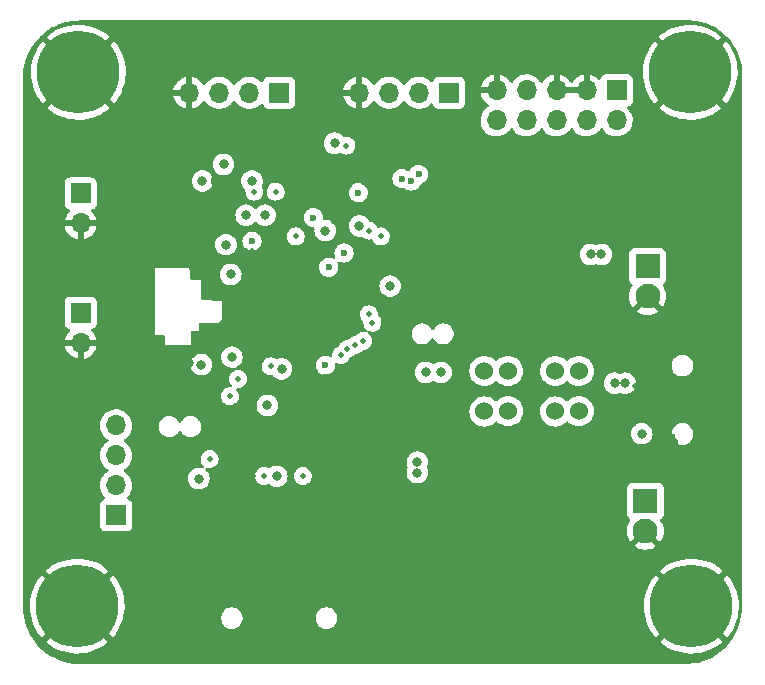
<source format=gbr>
%TF.GenerationSoftware,KiCad,Pcbnew,(6.0.7)*%
%TF.CreationDate,2022-09-11T16:04:50-07:00*%
%TF.ProjectId,All-in-one,416c6c2d-696e-42d6-9f6e-652e6b696361,rev?*%
%TF.SameCoordinates,Original*%
%TF.FileFunction,Copper,L2,Inr*%
%TF.FilePolarity,Positive*%
%FSLAX46Y46*%
G04 Gerber Fmt 4.6, Leading zero omitted, Abs format (unit mm)*
G04 Created by KiCad (PCBNEW (6.0.7)) date 2022-09-11 16:04:50*
%MOMM*%
%LPD*%
G01*
G04 APERTURE LIST*
%TA.AperFunction,ComponentPad*%
%ADD10R,1.700000X1.700000*%
%TD*%
%TA.AperFunction,ComponentPad*%
%ADD11O,1.700000X1.700000*%
%TD*%
%TA.AperFunction,ComponentPad*%
%ADD12R,2.100000X2.100000*%
%TD*%
%TA.AperFunction,ComponentPad*%
%ADD13C,2.100000*%
%TD*%
%TA.AperFunction,ComponentPad*%
%ADD14C,0.800000*%
%TD*%
%TA.AperFunction,ComponentPad*%
%ADD15C,7.000000*%
%TD*%
%TA.AperFunction,ComponentPad*%
%ADD16C,1.524000*%
%TD*%
%TA.AperFunction,ViaPad*%
%ADD17C,0.800000*%
%TD*%
%TA.AperFunction,ViaPad*%
%ADD18C,0.600000*%
%TD*%
%TA.AperFunction,ViaPad*%
%ADD19C,0.500000*%
%TD*%
G04 APERTURE END LIST*
D10*
%TO.N,+3.3V*%
%TO.C,J9*%
X56375000Y-22430000D03*
D11*
%TO.N,UART2_TX*%
X53835000Y-22430000D03*
%TO.N,UART2_RX*%
X51295000Y-22430000D03*
%TO.N,GND*%
X48755000Y-22430000D03*
%TD*%
D12*
%TO.N,LDO_IN*%
%TO.C,J2*%
X73000000Y-57000000D03*
D13*
%TO.N,GND*%
X73000000Y-59540000D03*
%TD*%
D10*
%TO.N,+3.3V*%
%TO.C,J10*%
X70575000Y-22225000D03*
D11*
%TO.N,SWDIO*%
X70575000Y-24765000D03*
%TO.N,GND*%
X68035000Y-22225000D03*
%TO.N,SWCLK*%
X68035000Y-24765000D03*
%TO.N,GND*%
X65495000Y-22225000D03*
%TO.N,SWO*%
X65495000Y-24765000D03*
%TO.N,unconnected-(J10-Pad7)*%
X62955000Y-22225000D03*
%TO.N,unconnected-(J10-Pad8)*%
X62955000Y-24765000D03*
%TO.N,GND*%
X60415000Y-22225000D03*
%TO.N,NRST*%
X60415000Y-24765000D03*
%TD*%
D10*
%TO.N,TIM3_CH4*%
%TO.C,J7*%
X25200000Y-41060000D03*
D11*
%TO.N,GND*%
X25200000Y-43600000D03*
%TD*%
D14*
%TO.N,GND*%
%TO.C,H3*%
X27525000Y-65900000D03*
X26756155Y-67756155D03*
X23043845Y-64043845D03*
X26756155Y-64043845D03*
X22275000Y-65900000D03*
X24900000Y-68525000D03*
X23043845Y-67756155D03*
X24900000Y-63275000D03*
D15*
X24900000Y-65900000D03*
%TD*%
%TO.N,GND*%
%TO.C,H4*%
X76900000Y-65900000D03*
D14*
X75043845Y-64043845D03*
X79525000Y-65900000D03*
X78756155Y-64043845D03*
X78756155Y-67756155D03*
X74275000Y-65900000D03*
X76900000Y-63275000D03*
X76900000Y-68525000D03*
X75043845Y-67756155D03*
%TD*%
D10*
%TO.N,GPIO_1*%
%TO.C,J5*%
X28200000Y-58210000D03*
D11*
%TO.N,GPIO_2*%
X28200000Y-55670000D03*
%TO.N,GPIO_3*%
X28200000Y-53130000D03*
%TO.N,GPIO_4*%
X28200000Y-50590000D03*
%TD*%
D10*
%TO.N,TIM2_CH4*%
%TO.C,J6*%
X25200000Y-30960000D03*
D11*
%TO.N,GND*%
X25200000Y-33500000D03*
%TD*%
D10*
%TO.N,+3.3V*%
%TO.C,J8*%
X42000000Y-22430000D03*
D11*
%TO.N,I2C1_SCL*%
X39460000Y-22430000D03*
%TO.N,I2C1_SDA*%
X36920000Y-22430000D03*
%TO.N,GND*%
X34380000Y-22430000D03*
%TD*%
D14*
%TO.N,GND*%
%TO.C,H1*%
X74943845Y-18843845D03*
X79425000Y-20700000D03*
X76800000Y-18075000D03*
X78656155Y-22556155D03*
X78656155Y-18843845D03*
X74943845Y-22556155D03*
D15*
X76800000Y-20700000D03*
D14*
X76800000Y-23325000D03*
X74175000Y-20700000D03*
%TD*%
D12*
%TO.N,+12V*%
%TO.C,J1*%
X73200000Y-37130000D03*
D13*
%TO.N,GND*%
X73200000Y-39670000D03*
%TD*%
D14*
%TO.N,GND*%
%TO.C,H2*%
X25000000Y-23325000D03*
X26856155Y-18843845D03*
X23143845Y-22556155D03*
X25000000Y-18075000D03*
X26856155Y-22556155D03*
X23143845Y-18843845D03*
X27625000Y-20700000D03*
X22375000Y-20700000D03*
D15*
X25000000Y-20700000D03*
%TD*%
D16*
%TO.N,BUCK_VIN*%
%TO.C,SW1*%
X67375000Y-45984783D03*
%TO.N,unconnected-(SW1-Pad2)*%
X61375000Y-45984783D03*
%TO.N,BUCK_VIN*%
X65375000Y-45984783D03*
%TO.N,unconnected-(SW1-Pad4)*%
X59375000Y-45984783D03*
%TO.N,unconnected-(SW1-Pad5)*%
X67375000Y-49384783D03*
%TO.N,LDO_IN*%
X61375000Y-49384783D03*
X65375000Y-49415218D03*
%TO.N,unconnected-(SW1-Pad8)*%
X59375000Y-49415218D03*
%TD*%
D17*
%TO.N,GND*%
X67800000Y-39500000D03*
X68700000Y-39500000D03*
%TO.N,+3.3V*%
X68375000Y-36125000D03*
D18*
%TO.N,BOOT0*%
X47500000Y-36000000D03*
X39700000Y-35000000D03*
D17*
%TO.N,+3.3V*%
X54400000Y-46100000D03*
X37900000Y-37800000D03*
D18*
X53800000Y-29349500D03*
D17*
X53700000Y-53700000D03*
X35500000Y-29900000D03*
X41800000Y-54900000D03*
X39200000Y-32800000D03*
X46700000Y-26700000D03*
D18*
X46200000Y-37200000D03*
X44900000Y-33000000D03*
D17*
X35400000Y-45450000D03*
X55700000Y-46100000D03*
D18*
X52400000Y-29700000D03*
D17*
X41000000Y-48900000D03*
X39700000Y-29900000D03*
X69275000Y-36125000D03*
X37300000Y-28500000D03*
X35200000Y-55100000D03*
D18*
X48700000Y-30900000D03*
X45900000Y-45500000D03*
X53200000Y-29900000D03*
D17*
X53700000Y-54600000D03*
X37500000Y-35300000D03*
%TO.N,+5V*%
X70400000Y-47018072D03*
X71300500Y-47018072D03*
X72700000Y-51300000D03*
D19*
%TO.N,SPI1_NSS*%
X44000000Y-54900000D03*
X38526444Y-46646444D03*
%TO.N,SPI1_SCK*%
X37820000Y-48130000D03*
X40700000Y-54900000D03*
%TO.N,SD_CARD_DET*%
X41274500Y-45600000D03*
X36110000Y-53450000D03*
%TO.N,GPIO_1*%
X47250500Y-44650000D03*
%TO.N,GPIO_2*%
X47786444Y-44113556D03*
%TO.N,GPIO_3*%
X48450000Y-43800000D03*
%TO.N,GPIO_4*%
X49100000Y-43450000D03*
D17*
%TO.N,I2C1_SDA*%
X40800000Y-32800000D03*
D19*
X41700000Y-30800000D03*
X39900000Y-30800000D03*
%TO.N,UART2_TX*%
X49900000Y-41900000D03*
X50600000Y-34600000D03*
%TO.N,UART2_RX*%
X49600000Y-41200000D03*
X49600000Y-34100000D03*
D17*
%TO.N,SWDIO*%
X51400000Y-38800000D03*
%TO.N,SWCLK*%
X48800000Y-33700000D03*
%TO.N,SWO*%
X45900000Y-34100000D03*
D19*
%TO.N,MPU_INT*%
X47700000Y-26900000D03*
X43400000Y-34600000D03*
D17*
%TO.N,GND*%
X71460000Y-50240000D03*
D19*
X72700000Y-47300000D03*
D17*
X34284598Y-53892919D03*
X62200000Y-53500000D03*
D18*
X36500000Y-29900000D03*
X55100000Y-55600000D03*
X46000000Y-46500000D03*
D19*
X60700000Y-31049500D03*
D17*
X38900000Y-28500000D03*
D19*
X47600000Y-32400000D03*
D17*
X76900000Y-52900000D03*
D18*
X47000000Y-38800000D03*
D17*
X34200000Y-66100000D03*
X74300000Y-44300000D03*
X78500000Y-54100000D03*
X36650000Y-32450000D03*
X34900000Y-37850000D03*
X42350000Y-41250000D03*
X74300000Y-43300000D03*
X74300000Y-53600000D03*
X74300000Y-52600000D03*
X78500000Y-42800000D03*
D18*
X55900000Y-55600000D03*
D17*
X33000000Y-53900000D03*
X56900000Y-50400000D03*
X78500000Y-43800000D03*
X43300000Y-27100000D03*
X43300000Y-41250000D03*
X76900000Y-42900000D03*
D18*
X53300000Y-34100000D03*
D17*
X54100000Y-33800000D03*
D19*
X36000000Y-37600000D03*
D17*
X35500000Y-47350000D03*
D19*
X72100000Y-47300000D03*
D17*
X54200000Y-25600000D03*
D18*
X67000000Y-43900000D03*
D17*
X51900000Y-66900000D03*
X34200000Y-67000000D03*
X54800000Y-59300000D03*
X39550000Y-41250000D03*
X53300000Y-26000000D03*
X63400000Y-32200000D03*
X67900000Y-60400000D03*
X41450000Y-41250000D03*
D18*
X59200000Y-35500000D03*
D17*
X31900000Y-43350000D03*
X47900000Y-28000000D03*
X51900000Y-54500000D03*
D19*
X39700000Y-35800000D03*
X58300000Y-31049500D03*
D17*
X62900000Y-59800000D03*
X39600000Y-54900000D03*
X78500000Y-52900000D03*
X51200000Y-57600000D03*
X55900000Y-51200000D03*
X34300000Y-57400000D03*
X35750000Y-32450000D03*
D19*
X58300000Y-31800000D03*
D17*
X52300000Y-26000000D03*
X40550000Y-41250000D03*
X44300000Y-47800000D03*
D18*
X63900000Y-36400000D03*
X63200000Y-36400000D03*
D17*
X51200000Y-56700000D03*
D18*
X58500000Y-35500000D03*
D19*
X48200000Y-32400000D03*
D17*
X65700000Y-59200000D03*
D18*
X59900000Y-35500000D03*
D17*
X41300000Y-27500000D03*
X67000000Y-60400000D03*
D19*
X60700000Y-31800000D03*
D17*
X34400000Y-45300000D03*
X34300000Y-56500000D03*
X58300000Y-59300000D03*
D18*
X61600000Y-35500000D03*
X52600000Y-34100000D03*
X67000000Y-43000000D03*
X65700000Y-44000000D03*
D17*
X63800000Y-59800000D03*
D19*
X39200000Y-35800000D03*
D17*
X55700000Y-59300000D03*
X52400000Y-39700000D03*
X61300000Y-53500000D03*
X34950000Y-36400000D03*
X55100000Y-25600000D03*
D18*
X65700000Y-43000000D03*
X62300000Y-35500000D03*
D17*
X54600000Y-51200000D03*
X76900000Y-43800000D03*
D18*
X44200000Y-26600000D03*
D17*
X57400000Y-59300000D03*
D18*
X60900000Y-35500000D03*
D17*
X63400000Y-31300000D03*
X54100000Y-32900000D03*
X51900000Y-66000000D03*
X31600000Y-46200000D03*
X76900000Y-54100000D03*
X64800000Y-59200000D03*
%TO.N,TIM2_CH4*%
X38000000Y-44804500D03*
%TO.N,TIM3_CH4*%
X42200000Y-45804500D03*
%TD*%
%TA.AperFunction,Conductor*%
%TO.N,GND*%
G36*
X75500944Y-51442860D02*
G01*
X75551732Y-51599171D01*
X75639798Y-51737940D01*
X75642045Y-51740050D01*
X75730864Y-51823457D01*
X75800000Y-52100000D01*
X76100000Y-52400000D01*
X81000000Y-52400000D01*
X81000000Y-54700000D01*
X74600000Y-54800000D01*
X73700000Y-54000000D01*
X73700000Y-51300000D01*
X75491956Y-51300000D01*
X75500944Y-51442860D01*
G37*
%TD.AperFunction*%
%TD*%
%TA.AperFunction,Conductor*%
%TO.N,GND*%
G36*
X76765125Y-16310530D02*
G01*
X76768908Y-16311217D01*
X76771917Y-16311764D01*
X76771918Y-16311764D01*
X76780746Y-16313368D01*
X76789669Y-16312430D01*
X76789673Y-16312430D01*
X76801207Y-16311217D01*
X76823087Y-16310827D01*
X77177359Y-16335364D01*
X77188344Y-16336611D01*
X77569217Y-16396869D01*
X77580036Y-16399071D01*
X77835450Y-16462840D01*
X77954160Y-16492478D01*
X77964756Y-16495623D01*
X78138331Y-16555547D01*
X78329262Y-16621463D01*
X78339527Y-16625519D01*
X78478013Y-16687393D01*
X78691606Y-16782825D01*
X78701491Y-16787773D01*
X79038413Y-16975323D01*
X79047823Y-16981116D01*
X79367017Y-17197479D01*
X79375872Y-17204066D01*
X79585836Y-17375059D01*
X79674881Y-17447577D01*
X79683138Y-17454927D01*
X79959641Y-17723696D01*
X79967222Y-17731741D01*
X80219108Y-18023715D01*
X80225954Y-18032393D01*
X80451279Y-18345316D01*
X80457339Y-18354562D01*
X80654367Y-18686026D01*
X80659593Y-18695766D01*
X80826817Y-19043233D01*
X80831169Y-19053394D01*
X80967294Y-19414173D01*
X80970739Y-19424677D01*
X81074718Y-19796001D01*
X81077229Y-19806766D01*
X81148265Y-20185782D01*
X81149822Y-20196725D01*
X81187365Y-20580489D01*
X81187958Y-20591527D01*
X81191206Y-20924385D01*
X81191351Y-20939298D01*
X81189124Y-20964143D01*
X81186822Y-20976203D01*
X81187682Y-20985140D01*
X81190921Y-21018811D01*
X81191500Y-21030877D01*
X81191500Y-65857010D01*
X81190365Y-65873887D01*
X81188206Y-65889864D01*
X81186287Y-65904058D01*
X81189404Y-65924664D01*
X81190790Y-65946339D01*
X81189275Y-66013647D01*
X81182535Y-66313166D01*
X81181837Y-66323879D01*
X81139078Y-66719254D01*
X81137470Y-66729868D01*
X81061211Y-67120160D01*
X81058705Y-67130600D01*
X80949498Y-67512984D01*
X80946113Y-67523171D01*
X80804749Y-67894878D01*
X80800508Y-67904741D01*
X80628026Y-68263041D01*
X80622962Y-68272507D01*
X80420588Y-68614852D01*
X80414736Y-68623853D01*
X80183965Y-68947712D01*
X80177368Y-68956182D01*
X79919859Y-69259227D01*
X79912565Y-69267104D01*
X79630200Y-69547122D01*
X79622262Y-69554350D01*
X79317080Y-69809321D01*
X79308555Y-69815847D01*
X78982784Y-70043905D01*
X78973735Y-70049682D01*
X78629719Y-70249189D01*
X78620211Y-70254174D01*
X78260472Y-70423666D01*
X78250574Y-70427824D01*
X78135337Y-70470553D01*
X77877698Y-70566083D01*
X77867493Y-70569379D01*
X77742205Y-70604033D01*
X77484213Y-70675391D01*
X77473753Y-70677810D01*
X77082830Y-70750811D01*
X77072203Y-70752330D01*
X76714523Y-70787995D01*
X76689731Y-70788016D01*
X76677120Y-70786780D01*
X76663743Y-70789308D01*
X76640345Y-70791500D01*
X25055087Y-70791500D01*
X25033465Y-70789631D01*
X25024365Y-70788046D01*
X25024364Y-70788046D01*
X25015518Y-70786505D01*
X24995021Y-70788811D01*
X24973177Y-70789361D01*
X24597286Y-70766148D01*
X24586364Y-70764993D01*
X24183735Y-70704538D01*
X24172937Y-70702431D01*
X23777117Y-70607075D01*
X23766542Y-70604033D01*
X23579726Y-70541343D01*
X23380548Y-70474504D01*
X23370291Y-70470555D01*
X22997088Y-70307848D01*
X22987202Y-70303014D01*
X22629613Y-70108362D01*
X22620187Y-70102684D01*
X22372915Y-69938603D01*
X22280938Y-69877570D01*
X22272047Y-69871093D01*
X22248429Y-69852257D01*
X21953751Y-69617251D01*
X21945455Y-69610021D01*
X21650505Y-69329360D01*
X21642872Y-69321433D01*
X21529807Y-69193260D01*
X21373542Y-69016114D01*
X21366632Y-69007555D01*
X21328742Y-68956182D01*
X21295128Y-68910607D01*
X22254933Y-68910607D01*
X22254988Y-68911386D01*
X22260342Y-68919436D01*
X22296960Y-68953821D01*
X22301638Y-68957803D01*
X22607386Y-69193260D01*
X22612429Y-69196765D01*
X22939694Y-69401262D01*
X22945051Y-69404256D01*
X23290709Y-69575843D01*
X23296349Y-69578307D01*
X23657076Y-69715334D01*
X23662948Y-69717242D01*
X24035344Y-69818420D01*
X24041321Y-69819734D01*
X24421843Y-69884095D01*
X24427929Y-69884820D01*
X24812896Y-69911740D01*
X24819032Y-69911868D01*
X25204787Y-69901093D01*
X25210918Y-69900621D01*
X25593755Y-69852257D01*
X25599828Y-69851187D01*
X25976135Y-69765692D01*
X25982050Y-69764040D01*
X26348215Y-69642234D01*
X26353949Y-69640010D01*
X26706497Y-69483046D01*
X26711966Y-69480283D01*
X27047516Y-69289664D01*
X27052690Y-69286380D01*
X27368034Y-69063929D01*
X27372872Y-69060149D01*
X27535240Y-68919998D01*
X27541300Y-68910607D01*
X74254933Y-68910607D01*
X74254988Y-68911386D01*
X74260342Y-68919436D01*
X74296960Y-68953821D01*
X74301638Y-68957803D01*
X74607386Y-69193260D01*
X74612429Y-69196765D01*
X74939694Y-69401262D01*
X74945051Y-69404256D01*
X75290709Y-69575843D01*
X75296349Y-69578307D01*
X75657076Y-69715334D01*
X75662948Y-69717242D01*
X76035344Y-69818420D01*
X76041321Y-69819734D01*
X76421843Y-69884095D01*
X76427929Y-69884820D01*
X76812896Y-69911740D01*
X76819032Y-69911868D01*
X77204787Y-69901093D01*
X77210918Y-69900621D01*
X77593755Y-69852257D01*
X77599828Y-69851187D01*
X77976135Y-69765692D01*
X77982050Y-69764040D01*
X78348215Y-69642234D01*
X78353949Y-69640010D01*
X78706497Y-69483046D01*
X78711966Y-69480283D01*
X79047516Y-69289664D01*
X79052690Y-69286380D01*
X79368034Y-69063929D01*
X79372872Y-69060149D01*
X79535240Y-68919998D01*
X79543655Y-68906958D01*
X79537716Y-68896926D01*
X76912812Y-66272022D01*
X76898868Y-66264408D01*
X76897035Y-66264539D01*
X76890420Y-66268790D01*
X74262547Y-68896663D01*
X74254933Y-68910607D01*
X27541300Y-68910607D01*
X27543655Y-68906958D01*
X27537716Y-68896926D01*
X24912812Y-66272022D01*
X24898868Y-66264408D01*
X24897035Y-66264539D01*
X24890420Y-66268790D01*
X22262547Y-68896663D01*
X22254933Y-68910607D01*
X21295128Y-68910607D01*
X21124969Y-68679902D01*
X21118830Y-68670769D01*
X20906681Y-68323286D01*
X20901362Y-68313653D01*
X20720335Y-67948973D01*
X20715877Y-67938912D01*
X20567359Y-67559830D01*
X20563797Y-67549419D01*
X20448920Y-67158821D01*
X20446279Y-67148138D01*
X20440647Y-67120160D01*
X20365924Y-66749014D01*
X20364226Y-66738150D01*
X20363301Y-66729868D01*
X20319001Y-66333534D01*
X20318257Y-66322559D01*
X20317047Y-66272022D01*
X20310866Y-66014000D01*
X20309420Y-65953630D01*
X20311289Y-65928785D01*
X20313467Y-65916410D01*
X20309266Y-65878474D01*
X20308500Y-65864606D01*
X20308500Y-65847061D01*
X20887665Y-65847061D01*
X20901132Y-66232706D01*
X20901647Y-66238838D01*
X20952685Y-66621347D01*
X20953792Y-66627383D01*
X21041913Y-67003090D01*
X21043608Y-67009000D01*
X21167968Y-67374306D01*
X21170235Y-67380031D01*
X21329643Y-67731444D01*
X21332465Y-67736934D01*
X21525407Y-68071119D01*
X21528737Y-68076287D01*
X21753375Y-68390059D01*
X21757197Y-68394881D01*
X21880033Y-68535195D01*
X21893247Y-68543593D01*
X21903043Y-68537747D01*
X24527978Y-65912812D01*
X24534356Y-65901132D01*
X25264408Y-65901132D01*
X25264539Y-65902965D01*
X25268790Y-65909580D01*
X27897364Y-68538154D01*
X27911308Y-68545768D01*
X27912323Y-68545696D01*
X27920054Y-68540593D01*
X27935567Y-68524302D01*
X27939595Y-68519637D01*
X28177168Y-68215558D01*
X28180722Y-68210518D01*
X28387486Y-67884712D01*
X28390529Y-67879356D01*
X28564520Y-67534910D01*
X28567016Y-67529306D01*
X28706568Y-67169518D01*
X28708509Y-67163684D01*
X28753270Y-67003366D01*
X37081500Y-67003366D01*
X37121206Y-67190167D01*
X37198882Y-67364631D01*
X37311134Y-67519132D01*
X37316044Y-67523553D01*
X37316045Y-67523554D01*
X37350640Y-67554703D01*
X37453056Y-67646919D01*
X37618444Y-67742406D01*
X37800072Y-67801421D01*
X37806633Y-67802111D01*
X37806635Y-67802111D01*
X37859889Y-67807708D01*
X37942390Y-67816379D01*
X38037610Y-67816379D01*
X38120111Y-67807708D01*
X38173365Y-67802111D01*
X38173367Y-67802111D01*
X38179928Y-67801421D01*
X38361556Y-67742406D01*
X38526944Y-67646919D01*
X38629361Y-67554703D01*
X38663955Y-67523554D01*
X38663956Y-67523553D01*
X38668866Y-67519132D01*
X38781118Y-67364631D01*
X38858794Y-67190167D01*
X38898500Y-67003366D01*
X45081500Y-67003366D01*
X45121206Y-67190167D01*
X45198882Y-67364631D01*
X45311134Y-67519132D01*
X45316044Y-67523553D01*
X45316045Y-67523554D01*
X45350640Y-67554703D01*
X45453056Y-67646919D01*
X45618444Y-67742406D01*
X45800072Y-67801421D01*
X45806633Y-67802111D01*
X45806635Y-67802111D01*
X45859889Y-67807708D01*
X45942390Y-67816379D01*
X46037610Y-67816379D01*
X46120111Y-67807708D01*
X46173365Y-67802111D01*
X46173367Y-67802111D01*
X46179928Y-67801421D01*
X46361556Y-67742406D01*
X46526944Y-67646919D01*
X46629361Y-67554703D01*
X46663955Y-67523554D01*
X46663956Y-67523553D01*
X46668866Y-67519132D01*
X46781118Y-67364631D01*
X46858794Y-67190167D01*
X46898500Y-67003366D01*
X46898500Y-66812392D01*
X46885031Y-66749023D01*
X46860166Y-66632048D01*
X46858794Y-66625591D01*
X46781118Y-66451127D01*
X46668866Y-66296626D01*
X46663955Y-66292204D01*
X46531852Y-66173258D01*
X46531851Y-66173257D01*
X46526944Y-66168839D01*
X46361556Y-66073352D01*
X46179928Y-66014337D01*
X46173367Y-66013647D01*
X46173365Y-66013647D01*
X46120111Y-66008050D01*
X46037610Y-65999379D01*
X45942390Y-65999379D01*
X45859889Y-66008050D01*
X45806635Y-66013647D01*
X45806633Y-66013647D01*
X45800072Y-66014337D01*
X45618444Y-66073352D01*
X45453056Y-66168839D01*
X45448149Y-66173257D01*
X45448148Y-66173258D01*
X45316045Y-66292204D01*
X45311134Y-66296626D01*
X45198882Y-66451127D01*
X45121206Y-66625591D01*
X45119834Y-66632048D01*
X45094970Y-66749023D01*
X45081500Y-66812392D01*
X45081500Y-67003366D01*
X38898500Y-67003366D01*
X38898500Y-66812392D01*
X38885031Y-66749023D01*
X38860166Y-66632048D01*
X38858794Y-66625591D01*
X38781118Y-66451127D01*
X38668866Y-66296626D01*
X38663955Y-66292204D01*
X38531852Y-66173258D01*
X38531851Y-66173257D01*
X38526944Y-66168839D01*
X38361556Y-66073352D01*
X38179928Y-66014337D01*
X38173367Y-66013647D01*
X38173365Y-66013647D01*
X38120111Y-66008050D01*
X38037610Y-65999379D01*
X37942390Y-65999379D01*
X37859889Y-66008050D01*
X37806635Y-66013647D01*
X37806633Y-66013647D01*
X37800072Y-66014337D01*
X37618444Y-66073352D01*
X37453056Y-66168839D01*
X37448149Y-66173257D01*
X37448148Y-66173258D01*
X37316045Y-66292204D01*
X37311134Y-66296626D01*
X37198882Y-66451127D01*
X37121206Y-66625591D01*
X37119834Y-66632048D01*
X37094970Y-66749023D01*
X37081500Y-66812392D01*
X37081500Y-67003366D01*
X28753270Y-67003366D01*
X28812288Y-66791988D01*
X28813644Y-66786017D01*
X28880660Y-66405959D01*
X28881428Y-66399878D01*
X28911119Y-66014000D01*
X28911296Y-66010085D01*
X28912806Y-65901974D01*
X28912738Y-65898030D01*
X28910245Y-65847061D01*
X72887665Y-65847061D01*
X72901132Y-66232706D01*
X72901647Y-66238838D01*
X72952685Y-66621347D01*
X72953792Y-66627383D01*
X73041913Y-67003090D01*
X73043608Y-67009000D01*
X73167968Y-67374306D01*
X73170235Y-67380031D01*
X73329643Y-67731444D01*
X73332465Y-67736934D01*
X73525407Y-68071119D01*
X73528737Y-68076287D01*
X73753375Y-68390059D01*
X73757197Y-68394881D01*
X73880033Y-68535195D01*
X73893247Y-68543593D01*
X73903043Y-68537747D01*
X76527978Y-65912812D01*
X76534356Y-65901132D01*
X77264408Y-65901132D01*
X77264539Y-65902965D01*
X77268790Y-65909580D01*
X79897364Y-68538154D01*
X79911308Y-68545768D01*
X79912323Y-68545696D01*
X79920054Y-68540593D01*
X79935567Y-68524302D01*
X79939595Y-68519637D01*
X80177168Y-68215558D01*
X80180722Y-68210518D01*
X80387486Y-67884712D01*
X80390529Y-67879356D01*
X80564520Y-67534910D01*
X80567016Y-67529306D01*
X80706568Y-67169518D01*
X80708509Y-67163684D01*
X80812288Y-66791988D01*
X80813644Y-66786017D01*
X80880660Y-66405959D01*
X80881428Y-66399878D01*
X80911119Y-66014000D01*
X80911296Y-66010085D01*
X80912806Y-65901974D01*
X80912738Y-65898030D01*
X80893832Y-65511489D01*
X80893231Y-65505365D01*
X80836862Y-65123631D01*
X80835662Y-65117569D01*
X80742312Y-64743165D01*
X80740527Y-64737250D01*
X80611082Y-64373727D01*
X80608739Y-64368043D01*
X80444434Y-64018877D01*
X80441545Y-64013443D01*
X80243955Y-63681983D01*
X80240547Y-63676853D01*
X80011547Y-63366244D01*
X80007667Y-63361487D01*
X79920318Y-63264475D01*
X79906797Y-63256145D01*
X79906720Y-63256146D01*
X79897434Y-63261776D01*
X77272022Y-65887188D01*
X77264408Y-65901132D01*
X76534356Y-65901132D01*
X76535592Y-65898868D01*
X76535461Y-65897035D01*
X76531210Y-65890420D01*
X73903902Y-63263112D01*
X73889958Y-63255498D01*
X73889412Y-63255537D01*
X73881055Y-63261136D01*
X73828077Y-63318347D01*
X73824132Y-63323049D01*
X73590821Y-63630426D01*
X73587343Y-63635504D01*
X73385141Y-63964179D01*
X73382176Y-63969572D01*
X73213014Y-64316406D01*
X73210588Y-64322064D01*
X73076076Y-64683758D01*
X73074218Y-64689615D01*
X72975640Y-65062718D01*
X72974365Y-65068718D01*
X72912667Y-65449648D01*
X72911980Y-65455776D01*
X72887751Y-65840886D01*
X72887665Y-65847061D01*
X28910245Y-65847061D01*
X28893832Y-65511489D01*
X28893231Y-65505365D01*
X28836862Y-65123631D01*
X28835662Y-65117569D01*
X28742312Y-64743165D01*
X28740527Y-64737250D01*
X28611082Y-64373727D01*
X28608739Y-64368043D01*
X28444434Y-64018877D01*
X28441545Y-64013443D01*
X28243955Y-63681983D01*
X28240547Y-63676853D01*
X28011547Y-63366244D01*
X28007667Y-63361487D01*
X27920318Y-63264475D01*
X27906797Y-63256145D01*
X27906720Y-63256146D01*
X27897434Y-63261776D01*
X25272022Y-65887188D01*
X25264408Y-65901132D01*
X24534356Y-65901132D01*
X24535592Y-65898868D01*
X24535461Y-65897035D01*
X24531210Y-65890420D01*
X21903902Y-63263112D01*
X21889958Y-63255498D01*
X21889412Y-63255537D01*
X21881055Y-63261136D01*
X21828077Y-63318347D01*
X21824132Y-63323049D01*
X21590821Y-63630426D01*
X21587343Y-63635504D01*
X21385141Y-63964179D01*
X21382176Y-63969572D01*
X21213014Y-64316406D01*
X21210588Y-64322064D01*
X21076076Y-64683758D01*
X21074218Y-64689615D01*
X20975640Y-65062718D01*
X20974365Y-65068718D01*
X20912667Y-65449648D01*
X20911980Y-65455776D01*
X20887751Y-65840886D01*
X20887665Y-65847061D01*
X20308500Y-65847061D01*
X20308500Y-62893314D01*
X22256334Y-62893314D01*
X22262084Y-62902874D01*
X24887188Y-65527978D01*
X24901132Y-65535592D01*
X24902965Y-65535461D01*
X24909580Y-65531210D01*
X27536463Y-62904327D01*
X27542477Y-62893314D01*
X74256334Y-62893314D01*
X74262084Y-62902874D01*
X76887188Y-65527978D01*
X76901132Y-65535592D01*
X76902965Y-65535461D01*
X76909580Y-65531210D01*
X79536463Y-62904327D01*
X79544077Y-62890383D01*
X79544055Y-62890072D01*
X79538204Y-62881406D01*
X79460143Y-62810127D01*
X79455416Y-62806217D01*
X79146419Y-62575059D01*
X79141313Y-62571614D01*
X78811235Y-62371711D01*
X78805822Y-62368784D01*
X78457808Y-62202044D01*
X78452141Y-62199662D01*
X78089526Y-62067682D01*
X78083638Y-62065860D01*
X77709876Y-61969893D01*
X77703854Y-61968657D01*
X77322485Y-61909618D01*
X77316397Y-61908978D01*
X76931085Y-61887436D01*
X76924933Y-61887393D01*
X76539387Y-61903552D01*
X76533261Y-61904109D01*
X76151123Y-61957815D01*
X76145070Y-61958970D01*
X75770000Y-62049709D01*
X75764103Y-62051445D01*
X75399681Y-62178350D01*
X75393968Y-62180658D01*
X75043667Y-62342519D01*
X75038213Y-62345371D01*
X74705376Y-62540646D01*
X74700228Y-62544015D01*
X74388025Y-62770843D01*
X74383247Y-62774684D01*
X74264711Y-62879926D01*
X74256334Y-62893314D01*
X27542477Y-62893314D01*
X27544077Y-62890383D01*
X27544055Y-62890072D01*
X27538204Y-62881406D01*
X27460143Y-62810127D01*
X27455416Y-62806217D01*
X27146419Y-62575059D01*
X27141313Y-62571614D01*
X26811235Y-62371711D01*
X26805822Y-62368784D01*
X26457808Y-62202044D01*
X26452141Y-62199662D01*
X26089526Y-62067682D01*
X26083638Y-62065860D01*
X25709876Y-61969893D01*
X25703854Y-61968657D01*
X25322485Y-61909618D01*
X25316397Y-61908978D01*
X24931085Y-61887436D01*
X24924933Y-61887393D01*
X24539387Y-61903552D01*
X24533261Y-61904109D01*
X24151123Y-61957815D01*
X24145070Y-61958970D01*
X23770000Y-62049709D01*
X23764103Y-62051445D01*
X23399681Y-62178350D01*
X23393968Y-62180658D01*
X23043667Y-62342519D01*
X23038213Y-62345371D01*
X22705376Y-62540646D01*
X22700228Y-62544015D01*
X22388025Y-62770843D01*
X22383247Y-62774684D01*
X22264711Y-62879926D01*
X22256334Y-62893314D01*
X20308500Y-62893314D01*
X20308500Y-60809030D01*
X72095800Y-60809030D01*
X72101527Y-60816680D01*
X72286272Y-60929893D01*
X72295067Y-60934375D01*
X72512490Y-61024434D01*
X72521875Y-61027483D01*
X72750708Y-61082422D01*
X72760455Y-61083965D01*
X72995070Y-61102430D01*
X73004930Y-61102430D01*
X73239545Y-61083965D01*
X73249292Y-61082422D01*
X73478125Y-61027483D01*
X73487510Y-61024434D01*
X73704933Y-60934375D01*
X73713728Y-60929893D01*
X73894805Y-60818928D01*
X73904267Y-60808470D01*
X73900484Y-60799694D01*
X73012812Y-59912022D01*
X72998868Y-59904408D01*
X72997035Y-59904539D01*
X72990420Y-59908790D01*
X72102560Y-60796650D01*
X72095800Y-60809030D01*
X20308500Y-60809030D01*
X20308500Y-55636695D01*
X26837251Y-55636695D01*
X26837548Y-55641848D01*
X26837548Y-55641851D01*
X26843011Y-55736590D01*
X26850110Y-55859715D01*
X26851247Y-55864761D01*
X26851248Y-55864767D01*
X26859609Y-55901866D01*
X26899222Y-56077639D01*
X26983266Y-56284616D01*
X27099987Y-56475088D01*
X27246250Y-56643938D01*
X27250230Y-56647242D01*
X27254981Y-56651187D01*
X27294616Y-56710090D01*
X27296113Y-56781071D01*
X27258997Y-56841593D01*
X27218724Y-56866112D01*
X27103295Y-56909385D01*
X26986739Y-56996739D01*
X26899385Y-57113295D01*
X26848255Y-57249684D01*
X26841500Y-57311866D01*
X26841500Y-59108134D01*
X26848255Y-59170316D01*
X26899385Y-59306705D01*
X26986739Y-59423261D01*
X27103295Y-59510615D01*
X27239684Y-59561745D01*
X27301866Y-59568500D01*
X29098134Y-59568500D01*
X29160316Y-59561745D01*
X29205170Y-59544930D01*
X71437570Y-59544930D01*
X71456035Y-59779545D01*
X71457578Y-59789292D01*
X71512517Y-60018125D01*
X71515566Y-60027510D01*
X71605625Y-60244933D01*
X71610107Y-60253728D01*
X71721072Y-60434805D01*
X71731530Y-60444267D01*
X71740306Y-60440484D01*
X72910905Y-59269885D01*
X72973217Y-59235859D01*
X73044032Y-59240924D01*
X73089095Y-59269885D01*
X74256650Y-60437440D01*
X74269030Y-60444200D01*
X74276680Y-60438473D01*
X74389893Y-60253728D01*
X74394375Y-60244933D01*
X74484434Y-60027510D01*
X74487483Y-60018125D01*
X74542422Y-59789292D01*
X74543965Y-59779545D01*
X74562430Y-59544930D01*
X74562430Y-59535070D01*
X74543965Y-59300455D01*
X74542422Y-59290708D01*
X74487483Y-59061875D01*
X74484434Y-59052490D01*
X74394375Y-58835067D01*
X74389893Y-58826272D01*
X74283766Y-58653090D01*
X74265227Y-58584557D01*
X74286683Y-58516880D01*
X74315633Y-58486429D01*
X74406081Y-58418642D01*
X74413261Y-58413261D01*
X74500615Y-58296705D01*
X74551745Y-58160316D01*
X74558500Y-58098134D01*
X74558500Y-55901866D01*
X74551745Y-55839684D01*
X74500615Y-55703295D01*
X74413261Y-55586739D01*
X74296705Y-55499385D01*
X74160316Y-55448255D01*
X74098134Y-55441500D01*
X71901866Y-55441500D01*
X71839684Y-55448255D01*
X71703295Y-55499385D01*
X71586739Y-55586739D01*
X71499385Y-55703295D01*
X71448255Y-55839684D01*
X71441500Y-55901866D01*
X71441500Y-58098134D01*
X71448255Y-58160316D01*
X71499385Y-58296705D01*
X71586739Y-58413261D01*
X71593919Y-58418642D01*
X71684367Y-58486429D01*
X71726882Y-58543288D01*
X71731908Y-58614107D01*
X71716234Y-58653090D01*
X71610107Y-58826272D01*
X71605625Y-58835067D01*
X71515566Y-59052490D01*
X71512517Y-59061875D01*
X71457578Y-59290708D01*
X71456035Y-59300455D01*
X71437570Y-59535070D01*
X71437570Y-59544930D01*
X29205170Y-59544930D01*
X29296705Y-59510615D01*
X29413261Y-59423261D01*
X29500615Y-59306705D01*
X29551745Y-59170316D01*
X29558500Y-59108134D01*
X29558500Y-57311866D01*
X29551745Y-57249684D01*
X29500615Y-57113295D01*
X29413261Y-56996739D01*
X29296705Y-56909385D01*
X29284132Y-56904672D01*
X29178203Y-56864960D01*
X29121439Y-56822318D01*
X29096739Y-56755756D01*
X29111947Y-56686408D01*
X29133493Y-56657727D01*
X29234435Y-56557137D01*
X29238096Y-56553489D01*
X29297594Y-56470689D01*
X29365435Y-56376277D01*
X29368453Y-56372077D01*
X29467430Y-56171811D01*
X29528695Y-55970166D01*
X29530865Y-55963023D01*
X29530865Y-55963021D01*
X29532370Y-55958069D01*
X29561529Y-55736590D01*
X29562518Y-55696109D01*
X29563074Y-55673365D01*
X29563074Y-55673361D01*
X29563156Y-55670000D01*
X29544852Y-55447361D01*
X29490431Y-55230702D01*
X29433600Y-55100000D01*
X34286496Y-55100000D01*
X34287186Y-55106565D01*
X34305129Y-55277279D01*
X34306458Y-55289928D01*
X34365473Y-55471556D01*
X34368776Y-55477278D01*
X34368777Y-55477279D01*
X34386508Y-55507990D01*
X34460960Y-55636944D01*
X34465378Y-55641851D01*
X34465379Y-55641852D01*
X34579678Y-55768794D01*
X34588747Y-55778866D01*
X34743248Y-55891118D01*
X34749276Y-55893802D01*
X34749278Y-55893803D01*
X34775063Y-55905283D01*
X34917712Y-55968794D01*
X35011112Y-55988647D01*
X35098056Y-56007128D01*
X35098061Y-56007128D01*
X35104513Y-56008500D01*
X35295487Y-56008500D01*
X35301939Y-56007128D01*
X35301944Y-56007128D01*
X35388887Y-55988647D01*
X35482288Y-55968794D01*
X35624937Y-55905283D01*
X35650722Y-55893803D01*
X35650724Y-55893802D01*
X35656752Y-55891118D01*
X35811253Y-55778866D01*
X35820322Y-55768794D01*
X35934621Y-55641852D01*
X35934622Y-55641851D01*
X35939040Y-55636944D01*
X36013492Y-55507990D01*
X36031223Y-55477279D01*
X36031224Y-55477278D01*
X36034527Y-55471556D01*
X36093542Y-55289928D01*
X36094872Y-55277279D01*
X36112814Y-55106565D01*
X36113504Y-55100000D01*
X36109163Y-55058699D01*
X36094232Y-54916635D01*
X36094232Y-54916633D01*
X36093542Y-54910072D01*
X36086807Y-54889343D01*
X39936775Y-54889343D01*
X39953381Y-55058699D01*
X40007094Y-55220167D01*
X40010741Y-55226189D01*
X40010742Y-55226191D01*
X40024497Y-55248902D01*
X40095246Y-55365723D01*
X40213455Y-55488132D01*
X40355846Y-55581310D01*
X40362450Y-55583766D01*
X40362452Y-55583767D01*
X40398844Y-55597301D01*
X40515341Y-55640626D01*
X40684015Y-55663132D01*
X40691026Y-55662494D01*
X40691030Y-55662494D01*
X40846462Y-55648348D01*
X40853483Y-55647709D01*
X40860185Y-55645531D01*
X40860187Y-55645531D01*
X41008623Y-55597301D01*
X41008626Y-55597300D01*
X41015322Y-55595124D01*
X41044967Y-55577452D01*
X41051513Y-55573550D01*
X41120268Y-55555850D01*
X41190091Y-55579843D01*
X41318813Y-55673365D01*
X41343248Y-55691118D01*
X41349276Y-55693802D01*
X41349278Y-55693803D01*
X41511681Y-55766109D01*
X41517712Y-55768794D01*
X41583365Y-55782749D01*
X41698056Y-55807128D01*
X41698061Y-55807128D01*
X41704513Y-55808500D01*
X41895487Y-55808500D01*
X41901939Y-55807128D01*
X41901944Y-55807128D01*
X42016635Y-55782749D01*
X42082288Y-55768794D01*
X42088319Y-55766109D01*
X42250722Y-55693803D01*
X42250724Y-55693802D01*
X42256752Y-55691118D01*
X42411253Y-55578866D01*
X42431977Y-55555850D01*
X42534621Y-55441852D01*
X42534622Y-55441851D01*
X42539040Y-55436944D01*
X42634527Y-55271556D01*
X42693542Y-55089928D01*
X42694287Y-55082845D01*
X42712814Y-54906565D01*
X42713504Y-54900000D01*
X42712384Y-54889343D01*
X43236775Y-54889343D01*
X43253381Y-55058699D01*
X43307094Y-55220167D01*
X43310741Y-55226189D01*
X43310742Y-55226191D01*
X43324497Y-55248902D01*
X43395246Y-55365723D01*
X43513455Y-55488132D01*
X43655846Y-55581310D01*
X43662450Y-55583766D01*
X43662452Y-55583767D01*
X43698844Y-55597301D01*
X43815341Y-55640626D01*
X43984015Y-55663132D01*
X43991026Y-55662494D01*
X43991030Y-55662494D01*
X44146462Y-55648348D01*
X44153483Y-55647709D01*
X44160185Y-55645531D01*
X44160187Y-55645531D01*
X44308623Y-55597301D01*
X44308626Y-55597300D01*
X44315322Y-55595124D01*
X44461490Y-55507990D01*
X44466584Y-55503139D01*
X44466588Y-55503136D01*
X44542100Y-55431226D01*
X44584721Y-55390639D01*
X44678891Y-55248902D01*
X44739319Y-55089825D01*
X44763001Y-54921313D01*
X44763299Y-54900000D01*
X44744331Y-54730892D01*
X44734895Y-54703794D01*
X44715301Y-54647530D01*
X44698749Y-54600000D01*
X52786496Y-54600000D01*
X52787186Y-54606565D01*
X52799163Y-54720516D01*
X52806458Y-54789928D01*
X52865473Y-54971556D01*
X52960960Y-55136944D01*
X52965378Y-55141851D01*
X52965379Y-55141852D01*
X53076506Y-55265271D01*
X53088747Y-55278866D01*
X53243248Y-55391118D01*
X53249276Y-55393802D01*
X53249278Y-55393803D01*
X53371580Y-55448255D01*
X53417712Y-55468794D01*
X53484847Y-55483064D01*
X53598056Y-55507128D01*
X53598061Y-55507128D01*
X53604513Y-55508500D01*
X53795487Y-55508500D01*
X53801939Y-55507128D01*
X53801944Y-55507128D01*
X53915153Y-55483064D01*
X53982288Y-55468794D01*
X54028420Y-55448255D01*
X54150722Y-55393803D01*
X54150724Y-55393802D01*
X54156752Y-55391118D01*
X54311253Y-55278866D01*
X54323494Y-55265271D01*
X54434621Y-55141852D01*
X54434622Y-55141851D01*
X54439040Y-55136944D01*
X54534527Y-54971556D01*
X54593542Y-54789928D01*
X54600838Y-54720516D01*
X54612814Y-54606565D01*
X54613504Y-54600000D01*
X54609105Y-54558148D01*
X54594232Y-54416635D01*
X54594232Y-54416633D01*
X54593542Y-54410072D01*
X54534527Y-54228444D01*
X54525611Y-54213001D01*
X54508872Y-54144007D01*
X54525611Y-54086998D01*
X54531224Y-54077277D01*
X54534527Y-54071556D01*
X54593542Y-53889928D01*
X54613504Y-53700000D01*
X54606337Y-53631811D01*
X54594232Y-53516635D01*
X54594232Y-53516633D01*
X54593542Y-53510072D01*
X54534527Y-53328444D01*
X54439040Y-53163056D01*
X54406437Y-53126846D01*
X54315675Y-53026045D01*
X54315674Y-53026044D01*
X54311253Y-53021134D01*
X54156752Y-52908882D01*
X54150724Y-52906198D01*
X54150722Y-52906197D01*
X53988319Y-52833891D01*
X53988318Y-52833891D01*
X53982288Y-52831206D01*
X53888887Y-52811353D01*
X53801944Y-52792872D01*
X53801939Y-52792872D01*
X53795487Y-52791500D01*
X53604513Y-52791500D01*
X53598061Y-52792872D01*
X53598056Y-52792872D01*
X53511113Y-52811353D01*
X53417712Y-52831206D01*
X53411682Y-52833891D01*
X53411681Y-52833891D01*
X53249278Y-52906197D01*
X53249276Y-52906198D01*
X53243248Y-52908882D01*
X53088747Y-53021134D01*
X53084326Y-53026044D01*
X53084325Y-53026045D01*
X52993564Y-53126846D01*
X52960960Y-53163056D01*
X52865473Y-53328444D01*
X52806458Y-53510072D01*
X52805768Y-53516633D01*
X52805768Y-53516635D01*
X52793663Y-53631811D01*
X52786496Y-53700000D01*
X52806458Y-53889928D01*
X52865473Y-54071556D01*
X52868776Y-54077277D01*
X52874389Y-54086998D01*
X52891128Y-54155993D01*
X52874390Y-54213000D01*
X52865473Y-54228444D01*
X52806458Y-54410072D01*
X52805768Y-54416633D01*
X52805768Y-54416635D01*
X52790895Y-54558148D01*
X52786496Y-54600000D01*
X44698749Y-54600000D01*
X44688368Y-54570189D01*
X44682383Y-54560610D01*
X44654823Y-54516507D01*
X44598192Y-54425879D01*
X44589013Y-54416635D01*
X44483248Y-54310129D01*
X44478286Y-54305132D01*
X44471612Y-54300896D01*
X44423406Y-54270304D01*
X44334608Y-54213951D01*
X44174300Y-54156868D01*
X44005329Y-54136720D01*
X43998326Y-54137456D01*
X43998325Y-54137456D01*
X43843101Y-54153770D01*
X43843097Y-54153771D01*
X43836093Y-54154507D01*
X43829422Y-54156778D01*
X43681673Y-54207075D01*
X43681670Y-54207076D01*
X43675003Y-54209346D01*
X43669005Y-54213036D01*
X43669003Y-54213037D01*
X43536065Y-54294821D01*
X43536063Y-54294823D01*
X43530066Y-54298512D01*
X43469168Y-54358148D01*
X43422557Y-54403794D01*
X43408486Y-54417573D01*
X43404675Y-54423487D01*
X43404673Y-54423489D01*
X43340722Y-54522721D01*
X43316304Y-54560610D01*
X43258103Y-54720516D01*
X43236775Y-54889343D01*
X42712384Y-54889343D01*
X42704719Y-54816411D01*
X42694232Y-54716635D01*
X42694232Y-54716633D01*
X42693542Y-54710072D01*
X42634527Y-54528444D01*
X42539040Y-54363056D01*
X42519284Y-54341114D01*
X42415675Y-54226045D01*
X42415674Y-54226044D01*
X42411253Y-54221134D01*
X42301671Y-54141518D01*
X42262094Y-54112763D01*
X42262093Y-54112762D01*
X42256752Y-54108882D01*
X42250724Y-54106198D01*
X42250722Y-54106197D01*
X42088319Y-54033891D01*
X42088318Y-54033891D01*
X42082288Y-54031206D01*
X41988888Y-54011353D01*
X41901944Y-53992872D01*
X41901939Y-53992872D01*
X41895487Y-53991500D01*
X41704513Y-53991500D01*
X41698061Y-53992872D01*
X41698056Y-53992872D01*
X41611112Y-54011353D01*
X41517712Y-54031206D01*
X41511682Y-54033891D01*
X41511681Y-54033891D01*
X41349278Y-54106197D01*
X41349276Y-54106198D01*
X41343248Y-54108882D01*
X41337907Y-54112762D01*
X41337906Y-54112763D01*
X41191435Y-54219181D01*
X41124567Y-54243039D01*
X41049861Y-54223631D01*
X41034608Y-54213951D01*
X40874300Y-54156868D01*
X40705329Y-54136720D01*
X40698326Y-54137456D01*
X40698325Y-54137456D01*
X40543101Y-54153770D01*
X40543097Y-54153771D01*
X40536093Y-54154507D01*
X40529422Y-54156778D01*
X40381673Y-54207075D01*
X40381670Y-54207076D01*
X40375003Y-54209346D01*
X40369005Y-54213036D01*
X40369003Y-54213037D01*
X40236065Y-54294821D01*
X40236063Y-54294823D01*
X40230066Y-54298512D01*
X40169168Y-54358148D01*
X40122557Y-54403794D01*
X40108486Y-54417573D01*
X40104675Y-54423487D01*
X40104673Y-54423489D01*
X40040722Y-54522721D01*
X40016304Y-54560610D01*
X39958103Y-54720516D01*
X39936775Y-54889343D01*
X36086807Y-54889343D01*
X36034527Y-54728444D01*
X35939040Y-54563056D01*
X35916300Y-54537800D01*
X35815675Y-54426045D01*
X35815674Y-54426044D01*
X35811253Y-54421134D01*
X35800549Y-54413357D01*
X35785798Y-54402639D01*
X35742444Y-54346416D01*
X35736370Y-54275680D01*
X35769503Y-54212889D01*
X35831323Y-54177978D01*
X35903778Y-54182607D01*
X35925341Y-54190626D01*
X36094015Y-54213132D01*
X36101026Y-54212494D01*
X36101030Y-54212494D01*
X36256462Y-54198348D01*
X36263483Y-54197709D01*
X36270185Y-54195531D01*
X36270187Y-54195531D01*
X36418623Y-54147301D01*
X36418626Y-54147300D01*
X36425322Y-54145124D01*
X36571490Y-54057990D01*
X36576584Y-54053139D01*
X36576588Y-54053136D01*
X36643833Y-53989099D01*
X36694721Y-53940639D01*
X36788891Y-53798902D01*
X36849319Y-53639825D01*
X36851142Y-53626857D01*
X36863680Y-53537639D01*
X36873001Y-53471313D01*
X36873299Y-53450000D01*
X36854331Y-53280892D01*
X36798368Y-53120189D01*
X36792383Y-53110610D01*
X36770420Y-53075464D01*
X36708192Y-52975879D01*
X36588286Y-52855132D01*
X36572039Y-52844821D01*
X36488018Y-52791500D01*
X36444608Y-52763951D01*
X36284300Y-52706868D01*
X36115329Y-52686720D01*
X36108326Y-52687456D01*
X36108325Y-52687456D01*
X35953101Y-52703770D01*
X35953097Y-52703771D01*
X35946093Y-52704507D01*
X35939422Y-52706778D01*
X35791673Y-52757075D01*
X35791670Y-52757076D01*
X35785003Y-52759346D01*
X35779005Y-52763036D01*
X35779003Y-52763037D01*
X35646065Y-52844821D01*
X35646063Y-52844823D01*
X35640066Y-52848512D01*
X35518486Y-52967573D01*
X35426304Y-53110610D01*
X35368103Y-53270516D01*
X35346775Y-53439343D01*
X35363381Y-53608699D01*
X35417094Y-53770167D01*
X35420741Y-53776189D01*
X35420742Y-53776191D01*
X35457132Y-53836277D01*
X35505246Y-53915723D01*
X35510135Y-53920786D01*
X35510136Y-53920787D01*
X35527715Y-53938990D01*
X35603181Y-54017137D01*
X35609673Y-54023860D01*
X35642605Y-54086756D01*
X35636305Y-54157473D01*
X35592773Y-54213558D01*
X35525830Y-54237204D01*
X35483245Y-54231632D01*
X35482288Y-54231206D01*
X35396810Y-54213037D01*
X35301944Y-54192872D01*
X35301939Y-54192872D01*
X35295487Y-54191500D01*
X35104513Y-54191500D01*
X35098061Y-54192872D01*
X35098056Y-54192872D01*
X35011113Y-54211353D01*
X34917712Y-54231206D01*
X34911682Y-54233891D01*
X34911681Y-54233891D01*
X34749278Y-54306197D01*
X34749276Y-54306198D01*
X34743248Y-54308882D01*
X34588747Y-54421134D01*
X34584326Y-54426044D01*
X34584325Y-54426045D01*
X34483701Y-54537800D01*
X34460960Y-54563056D01*
X34365473Y-54728444D01*
X34306458Y-54910072D01*
X34305768Y-54916633D01*
X34305768Y-54916635D01*
X34290837Y-55058699D01*
X34286496Y-55100000D01*
X29433600Y-55100000D01*
X29401354Y-55025840D01*
X29336262Y-54925223D01*
X29282822Y-54842617D01*
X29282820Y-54842614D01*
X29280014Y-54838277D01*
X29129670Y-54673051D01*
X29125619Y-54669852D01*
X29125615Y-54669848D01*
X28958414Y-54537800D01*
X28958410Y-54537798D01*
X28954359Y-54534598D01*
X28913053Y-54511796D01*
X28863084Y-54461364D01*
X28848312Y-54391921D01*
X28873428Y-54325516D01*
X28900780Y-54298909D01*
X28944603Y-54267650D01*
X29079860Y-54171173D01*
X29094306Y-54156778D01*
X29213367Y-54038132D01*
X29238096Y-54013489D01*
X29294663Y-53934768D01*
X29365435Y-53836277D01*
X29368453Y-53832077D01*
X29381948Y-53804773D01*
X29465136Y-53636453D01*
X29465137Y-53636451D01*
X29467430Y-53631811D01*
X29523865Y-53446062D01*
X29530865Y-53423023D01*
X29530865Y-53423021D01*
X29532370Y-53418069D01*
X29561529Y-53196590D01*
X29562209Y-53168774D01*
X29563074Y-53133365D01*
X29563074Y-53133361D01*
X29563156Y-53130000D01*
X29544852Y-52907361D01*
X29490431Y-52690702D01*
X29401354Y-52485840D01*
X29280014Y-52298277D01*
X29129670Y-52133051D01*
X29125619Y-52129852D01*
X29125615Y-52129848D01*
X28958414Y-51997800D01*
X28958410Y-51997798D01*
X28954359Y-51994598D01*
X28913053Y-51971796D01*
X28863084Y-51921364D01*
X28848312Y-51851921D01*
X28873428Y-51785516D01*
X28900780Y-51758909D01*
X28944603Y-51727650D01*
X29079860Y-51631173D01*
X29238096Y-51473489D01*
X29279775Y-51415487D01*
X29365435Y-51296277D01*
X29368453Y-51292077D01*
X29441547Y-51144183D01*
X29465136Y-51096453D01*
X29465137Y-51096451D01*
X29467430Y-51091811D01*
X29532370Y-50878069D01*
X29543588Y-50792860D01*
X31816500Y-50792860D01*
X31855113Y-50974521D01*
X31857797Y-50980550D01*
X31857798Y-50980552D01*
X31918387Y-51116635D01*
X31930652Y-51144183D01*
X31934532Y-51149524D01*
X31934533Y-51149525D01*
X31989015Y-51224513D01*
X32039815Y-51294434D01*
X32177831Y-51418704D01*
X32338669Y-51511564D01*
X32344955Y-51513606D01*
X32344954Y-51513606D01*
X32487836Y-51560031D01*
X32515298Y-51568954D01*
X32521861Y-51569644D01*
X32521862Y-51569644D01*
X32546058Y-51572187D01*
X32653694Y-51583500D01*
X32746306Y-51583500D01*
X32853942Y-51572187D01*
X32878138Y-51569644D01*
X32878139Y-51569644D01*
X32884702Y-51568954D01*
X32912165Y-51560031D01*
X33055046Y-51513606D01*
X33055045Y-51513606D01*
X33061331Y-51511564D01*
X33222169Y-51418704D01*
X33360185Y-51294434D01*
X33406189Y-51231116D01*
X33465467Y-51149526D01*
X33465468Y-51149525D01*
X33469348Y-51144184D01*
X33472033Y-51138154D01*
X33472035Y-51138151D01*
X33484893Y-51109270D01*
X33530873Y-51055174D01*
X33598800Y-51034524D01*
X33667108Y-51053876D01*
X33715106Y-51109268D01*
X33727965Y-51138148D01*
X33730652Y-51144183D01*
X33734532Y-51149524D01*
X33734533Y-51149525D01*
X33789015Y-51224513D01*
X33839815Y-51294434D01*
X33977831Y-51418704D01*
X34138669Y-51511564D01*
X34144955Y-51513606D01*
X34144954Y-51513606D01*
X34287836Y-51560031D01*
X34315298Y-51568954D01*
X34321861Y-51569644D01*
X34321862Y-51569644D01*
X34346058Y-51572187D01*
X34453694Y-51583500D01*
X34546306Y-51583500D01*
X34653942Y-51572187D01*
X34678138Y-51569644D01*
X34678139Y-51569644D01*
X34684702Y-51568954D01*
X34712165Y-51560031D01*
X34855046Y-51513606D01*
X34855045Y-51513606D01*
X34861331Y-51511564D01*
X35022169Y-51418704D01*
X35154003Y-51300000D01*
X71786496Y-51300000D01*
X71787186Y-51306565D01*
X71805114Y-51477137D01*
X71806458Y-51489928D01*
X71865473Y-51671556D01*
X71960960Y-51836944D01*
X71965378Y-51841851D01*
X71965379Y-51841852D01*
X72036972Y-51921364D01*
X72088747Y-51978866D01*
X72243248Y-52091118D01*
X72249276Y-52093802D01*
X72249278Y-52093803D01*
X72390254Y-52156569D01*
X72417712Y-52168794D01*
X72511112Y-52188647D01*
X72598056Y-52207128D01*
X72598061Y-52207128D01*
X72604513Y-52208500D01*
X72795487Y-52208500D01*
X72801939Y-52207128D01*
X72801944Y-52207128D01*
X72888887Y-52188647D01*
X72982288Y-52168794D01*
X73009746Y-52156569D01*
X73150722Y-52093803D01*
X73150724Y-52093802D01*
X73156752Y-52091118D01*
X73311253Y-51978866D01*
X73363028Y-51921364D01*
X73434621Y-51841852D01*
X73434622Y-51841851D01*
X73439040Y-51836944D01*
X73534527Y-51671556D01*
X73593542Y-51489928D01*
X73594887Y-51477137D01*
X73601366Y-51415487D01*
X75236500Y-51415487D01*
X75237872Y-51421939D01*
X75237872Y-51421944D01*
X75248829Y-51473489D01*
X75276206Y-51602288D01*
X75278891Y-51608318D01*
X75278891Y-51608319D01*
X75322663Y-51706632D01*
X75353882Y-51776752D01*
X75466134Y-51931253D01*
X75471044Y-51935674D01*
X75471045Y-51935675D01*
X75519014Y-51978866D01*
X75608056Y-52059040D01*
X75656895Y-52087237D01*
X75736247Y-52133051D01*
X75773444Y-52154527D01*
X75955072Y-52213542D01*
X75961633Y-52214232D01*
X75961635Y-52214232D01*
X76014889Y-52219829D01*
X76097390Y-52228500D01*
X76192610Y-52228500D01*
X76275111Y-52219829D01*
X76328365Y-52214232D01*
X76328367Y-52214232D01*
X76334928Y-52213542D01*
X76516556Y-52154527D01*
X76553754Y-52133051D01*
X76633105Y-52087237D01*
X76681944Y-52059040D01*
X76770987Y-51978866D01*
X76818955Y-51935675D01*
X76818956Y-51935674D01*
X76823866Y-51931253D01*
X76936118Y-51776752D01*
X76967338Y-51706632D01*
X77011109Y-51608319D01*
X77011109Y-51608318D01*
X77013794Y-51602288D01*
X77041171Y-51473489D01*
X77052128Y-51421944D01*
X77052128Y-51421939D01*
X77053500Y-51415487D01*
X77053500Y-51224513D01*
X77048254Y-51199829D01*
X77024240Y-51086857D01*
X77013794Y-51037712D01*
X76998083Y-51002425D01*
X76938803Y-50869278D01*
X76938802Y-50869276D01*
X76936118Y-50863248D01*
X76823866Y-50708747D01*
X76818955Y-50704325D01*
X76686852Y-50585379D01*
X76686851Y-50585378D01*
X76681944Y-50580960D01*
X76563824Y-50512763D01*
X76522279Y-50488777D01*
X76522278Y-50488776D01*
X76516556Y-50485473D01*
X76334928Y-50426458D01*
X76328367Y-50425768D01*
X76328365Y-50425768D01*
X76268231Y-50419448D01*
X76192610Y-50411500D01*
X76097390Y-50411500D01*
X76021769Y-50419448D01*
X75961635Y-50425768D01*
X75961633Y-50425768D01*
X75955072Y-50426458D01*
X75773444Y-50485473D01*
X75767722Y-50488776D01*
X75767721Y-50488777D01*
X75726176Y-50512763D01*
X75608056Y-50580960D01*
X75603149Y-50585378D01*
X75603148Y-50585379D01*
X75471045Y-50704325D01*
X75466134Y-50708747D01*
X75353882Y-50863248D01*
X75351198Y-50869276D01*
X75351197Y-50869278D01*
X75291917Y-51002425D01*
X75276206Y-51037712D01*
X75265760Y-51086857D01*
X75241747Y-51199829D01*
X75236500Y-51224513D01*
X75236500Y-51415487D01*
X73601366Y-51415487D01*
X73612814Y-51306565D01*
X73613504Y-51300000D01*
X73605570Y-51224513D01*
X73594232Y-51116635D01*
X73594232Y-51116633D01*
X73593542Y-51110072D01*
X73534527Y-50928444D01*
X73439040Y-50763056D01*
X73386159Y-50704325D01*
X73315675Y-50626045D01*
X73315674Y-50626044D01*
X73311253Y-50621134D01*
X73212157Y-50549136D01*
X73162094Y-50512763D01*
X73162093Y-50512762D01*
X73156752Y-50508882D01*
X73150724Y-50506198D01*
X73150722Y-50506197D01*
X72988319Y-50433891D01*
X72988318Y-50433891D01*
X72982288Y-50431206D01*
X72888887Y-50411353D01*
X72801944Y-50392872D01*
X72801939Y-50392872D01*
X72795487Y-50391500D01*
X72604513Y-50391500D01*
X72598061Y-50392872D01*
X72598056Y-50392872D01*
X72511113Y-50411353D01*
X72417712Y-50431206D01*
X72411682Y-50433891D01*
X72411681Y-50433891D01*
X72249278Y-50506197D01*
X72249276Y-50506198D01*
X72243248Y-50508882D01*
X72237907Y-50512762D01*
X72237906Y-50512763D01*
X72187843Y-50549136D01*
X72088747Y-50621134D01*
X72084326Y-50626044D01*
X72084325Y-50626045D01*
X72013842Y-50704325D01*
X71960960Y-50763056D01*
X71865473Y-50928444D01*
X71806458Y-51110072D01*
X71805768Y-51116633D01*
X71805768Y-51116635D01*
X71794430Y-51224513D01*
X71786496Y-51300000D01*
X35154003Y-51300000D01*
X35160185Y-51294434D01*
X35206189Y-51231116D01*
X35265467Y-51149526D01*
X35265468Y-51149525D01*
X35269348Y-51144184D01*
X35272036Y-51138148D01*
X35342202Y-50980552D01*
X35342202Y-50980551D01*
X35344887Y-50974521D01*
X35383500Y-50792860D01*
X35383500Y-50607140D01*
X35378417Y-50583223D01*
X35346259Y-50431936D01*
X35344887Y-50425479D01*
X35338663Y-50411500D01*
X35272033Y-50261847D01*
X35272032Y-50261845D01*
X35269348Y-50255817D01*
X35232111Y-50204564D01*
X35164068Y-50110910D01*
X35164066Y-50110908D01*
X35160185Y-50105566D01*
X35155274Y-50101144D01*
X35027077Y-49985715D01*
X35027076Y-49985714D01*
X35022169Y-49981296D01*
X34861331Y-49888436D01*
X34684702Y-49831046D01*
X34678139Y-49830356D01*
X34678138Y-49830356D01*
X34636321Y-49825961D01*
X34546306Y-49816500D01*
X34453694Y-49816500D01*
X34363679Y-49825961D01*
X34321862Y-49830356D01*
X34321861Y-49830356D01*
X34315298Y-49831046D01*
X34138669Y-49888436D01*
X33977831Y-49981296D01*
X33972924Y-49985714D01*
X33972923Y-49985715D01*
X33844726Y-50101144D01*
X33839815Y-50105566D01*
X33835934Y-50110908D01*
X33835932Y-50110910D01*
X33771166Y-50200053D01*
X33730652Y-50255816D01*
X33727969Y-50261842D01*
X33727965Y-50261849D01*
X33715107Y-50290730D01*
X33669127Y-50344826D01*
X33601200Y-50365476D01*
X33532892Y-50346124D01*
X33484894Y-50290732D01*
X33472035Y-50261852D01*
X33469348Y-50255817D01*
X33432111Y-50204564D01*
X33364068Y-50110910D01*
X33364066Y-50110908D01*
X33360185Y-50105566D01*
X33355274Y-50101144D01*
X33227077Y-49985715D01*
X33227076Y-49985714D01*
X33222169Y-49981296D01*
X33061331Y-49888436D01*
X32884702Y-49831046D01*
X32878139Y-49830356D01*
X32878138Y-49830356D01*
X32836321Y-49825961D01*
X32746306Y-49816500D01*
X32653694Y-49816500D01*
X32563679Y-49825961D01*
X32521862Y-49830356D01*
X32521861Y-49830356D01*
X32515298Y-49831046D01*
X32338669Y-49888436D01*
X32177831Y-49981296D01*
X32172924Y-49985714D01*
X32172923Y-49985715D01*
X32044726Y-50101144D01*
X32039815Y-50105566D01*
X32035934Y-50110908D01*
X32035932Y-50110910D01*
X31971166Y-50200053D01*
X31930652Y-50255816D01*
X31927968Y-50261844D01*
X31927967Y-50261846D01*
X31861337Y-50411500D01*
X31855113Y-50425479D01*
X31853741Y-50431936D01*
X31821584Y-50583223D01*
X31816500Y-50607140D01*
X31816500Y-50792860D01*
X29543588Y-50792860D01*
X29561529Y-50656590D01*
X29563156Y-50590000D01*
X29544852Y-50367361D01*
X29490431Y-50150702D01*
X29401354Y-49945840D01*
X29328410Y-49833086D01*
X29282822Y-49762617D01*
X29282820Y-49762614D01*
X29280014Y-49758277D01*
X29129670Y-49593051D01*
X29125619Y-49589852D01*
X29125615Y-49589848D01*
X28958414Y-49457800D01*
X28958410Y-49457798D01*
X28954359Y-49454598D01*
X28758789Y-49346638D01*
X28753920Y-49344914D01*
X28753916Y-49344912D01*
X28553087Y-49273795D01*
X28553083Y-49273794D01*
X28548212Y-49272069D01*
X28543119Y-49271162D01*
X28543116Y-49271161D01*
X28333373Y-49233800D01*
X28333367Y-49233799D01*
X28328284Y-49232894D01*
X28254452Y-49231992D01*
X28110081Y-49230228D01*
X28110079Y-49230228D01*
X28104911Y-49230165D01*
X27884091Y-49263955D01*
X27671756Y-49333357D01*
X27641443Y-49349137D01*
X27483752Y-49431226D01*
X27473607Y-49436507D01*
X27469474Y-49439610D01*
X27469471Y-49439612D01*
X27445247Y-49457800D01*
X27294965Y-49570635D01*
X27140629Y-49732138D01*
X27137715Y-49736410D01*
X27137714Y-49736411D01*
X27115624Y-49768794D01*
X27014743Y-49916680D01*
X26982698Y-49985715D01*
X26924585Y-50110910D01*
X26920688Y-50119305D01*
X26860989Y-50334570D01*
X26837251Y-50556695D01*
X26837548Y-50561848D01*
X26837548Y-50561851D01*
X26844942Y-50690092D01*
X26850110Y-50779715D01*
X26851247Y-50784761D01*
X26851248Y-50784767D01*
X26867731Y-50857906D01*
X26899222Y-50997639D01*
X26983266Y-51204616D01*
X27099987Y-51395088D01*
X27246250Y-51563938D01*
X27418126Y-51706632D01*
X27488595Y-51747811D01*
X27491445Y-51749476D01*
X27540169Y-51801114D01*
X27553240Y-51870897D01*
X27526509Y-51936669D01*
X27486055Y-51970027D01*
X27473607Y-51976507D01*
X27469474Y-51979610D01*
X27469471Y-51979612D01*
X27326128Y-52087237D01*
X27294965Y-52110635D01*
X27140629Y-52272138D01*
X27014743Y-52456680D01*
X26920688Y-52659305D01*
X26860989Y-52874570D01*
X26837251Y-53096695D01*
X26837548Y-53101848D01*
X26837548Y-53101851D01*
X26848275Y-53287891D01*
X26850110Y-53319715D01*
X26851247Y-53324761D01*
X26851248Y-53324767D01*
X26871119Y-53412939D01*
X26899222Y-53537639D01*
X26983266Y-53744616D01*
X27099987Y-53935088D01*
X27246250Y-54103938D01*
X27418126Y-54246632D01*
X27467836Y-54275680D01*
X27491445Y-54289476D01*
X27540169Y-54341114D01*
X27553240Y-54410897D01*
X27526509Y-54476669D01*
X27486055Y-54510027D01*
X27473607Y-54516507D01*
X27469474Y-54519610D01*
X27469471Y-54519612D01*
X27299100Y-54647530D01*
X27294965Y-54650635D01*
X27140629Y-54812138D01*
X27137715Y-54816410D01*
X27137714Y-54816411D01*
X27077992Y-54903961D01*
X27014743Y-54996680D01*
X26920688Y-55199305D01*
X26860989Y-55414570D01*
X26837251Y-55636695D01*
X20308500Y-55636695D01*
X20308500Y-48900000D01*
X40086496Y-48900000D01*
X40087186Y-48906565D01*
X40095360Y-48984332D01*
X40106458Y-49089928D01*
X40165473Y-49271556D01*
X40260960Y-49436944D01*
X40388747Y-49578866D01*
X40543248Y-49691118D01*
X40549276Y-49693802D01*
X40549278Y-49693803D01*
X40644978Y-49736411D01*
X40717712Y-49768794D01*
X40811112Y-49788647D01*
X40898056Y-49807128D01*
X40898061Y-49807128D01*
X40904513Y-49808500D01*
X41095487Y-49808500D01*
X41101939Y-49807128D01*
X41101944Y-49807128D01*
X41188888Y-49788647D01*
X41282288Y-49768794D01*
X41355022Y-49736411D01*
X41450722Y-49693803D01*
X41450724Y-49693802D01*
X41456752Y-49691118D01*
X41611253Y-49578866D01*
X41739040Y-49436944D01*
X41751584Y-49415218D01*
X58099647Y-49415218D01*
X58119022Y-49636681D01*
X58157497Y-49780269D01*
X58164694Y-49807128D01*
X58176560Y-49851414D01*
X58178882Y-49856395D01*
X58178883Y-49856396D01*
X58268186Y-50047907D01*
X58268189Y-50047912D01*
X58270512Y-50052894D01*
X58273668Y-50057401D01*
X58273669Y-50057403D01*
X58373554Y-50200053D01*
X58398023Y-50234999D01*
X58555219Y-50392195D01*
X58559727Y-50395352D01*
X58559730Y-50395354D01*
X58594140Y-50419448D01*
X58737323Y-50519706D01*
X58742305Y-50522029D01*
X58742310Y-50522032D01*
X58876587Y-50584646D01*
X58938804Y-50613658D01*
X58944112Y-50615080D01*
X58944114Y-50615081D01*
X59009949Y-50632721D01*
X59153537Y-50671196D01*
X59375000Y-50690571D01*
X59596463Y-50671196D01*
X59740051Y-50632721D01*
X59805886Y-50615081D01*
X59805888Y-50615080D01*
X59811196Y-50613658D01*
X59873413Y-50584646D01*
X60007690Y-50522032D01*
X60007695Y-50522029D01*
X60012677Y-50519706D01*
X60155860Y-50419448D01*
X60190270Y-50395354D01*
X60190273Y-50395352D01*
X60194781Y-50392195D01*
X60301123Y-50285853D01*
X60363435Y-50251828D01*
X60434251Y-50256894D01*
X60479313Y-50285854D01*
X60555219Y-50361760D01*
X60559727Y-50364917D01*
X60559730Y-50364919D01*
X60599651Y-50392872D01*
X60737323Y-50489271D01*
X60742305Y-50491594D01*
X60742310Y-50491597D01*
X60926872Y-50577659D01*
X60938804Y-50583223D01*
X60944112Y-50584645D01*
X60944114Y-50584646D01*
X60976654Y-50593365D01*
X61153537Y-50640761D01*
X61375000Y-50660136D01*
X61596463Y-50640761D01*
X61773346Y-50593365D01*
X61805886Y-50584646D01*
X61805888Y-50584645D01*
X61811196Y-50583223D01*
X61823128Y-50577659D01*
X62007690Y-50491597D01*
X62007695Y-50491594D01*
X62012677Y-50489271D01*
X62150349Y-50392872D01*
X62190270Y-50364919D01*
X62190273Y-50364917D01*
X62194781Y-50361760D01*
X62351977Y-50204564D01*
X62389692Y-50150702D01*
X62476331Y-50026968D01*
X62476332Y-50026966D01*
X62479488Y-50022459D01*
X62481811Y-50017477D01*
X62481814Y-50017472D01*
X62571117Y-49825961D01*
X62571118Y-49825960D01*
X62573440Y-49820979D01*
X62577152Y-49807128D01*
X62629554Y-49611559D01*
X62630978Y-49606246D01*
X62647690Y-49415218D01*
X64099647Y-49415218D01*
X64119022Y-49636681D01*
X64157497Y-49780269D01*
X64164694Y-49807128D01*
X64176560Y-49851414D01*
X64178882Y-49856395D01*
X64178883Y-49856396D01*
X64268186Y-50047907D01*
X64268189Y-50047912D01*
X64270512Y-50052894D01*
X64273668Y-50057401D01*
X64273669Y-50057403D01*
X64373554Y-50200053D01*
X64398023Y-50234999D01*
X64555219Y-50392195D01*
X64559727Y-50395352D01*
X64559730Y-50395354D01*
X64594140Y-50419448D01*
X64737323Y-50519706D01*
X64742305Y-50522029D01*
X64742310Y-50522032D01*
X64876587Y-50584646D01*
X64938804Y-50613658D01*
X64944112Y-50615080D01*
X64944114Y-50615081D01*
X65009949Y-50632721D01*
X65153537Y-50671196D01*
X65375000Y-50690571D01*
X65596463Y-50671196D01*
X65740051Y-50632721D01*
X65805886Y-50615081D01*
X65805888Y-50615080D01*
X65811196Y-50613658D01*
X65873413Y-50584646D01*
X66007690Y-50522032D01*
X66007695Y-50522029D01*
X66012677Y-50519706D01*
X66155860Y-50419448D01*
X66190270Y-50395354D01*
X66190273Y-50395352D01*
X66194781Y-50392195D01*
X66301123Y-50285853D01*
X66363435Y-50251828D01*
X66434251Y-50256894D01*
X66479313Y-50285854D01*
X66555219Y-50361760D01*
X66559727Y-50364917D01*
X66559730Y-50364919D01*
X66599651Y-50392872D01*
X66737323Y-50489271D01*
X66742305Y-50491594D01*
X66742310Y-50491597D01*
X66926872Y-50577659D01*
X66938804Y-50583223D01*
X66944112Y-50584645D01*
X66944114Y-50584646D01*
X66976654Y-50593365D01*
X67153537Y-50640761D01*
X67375000Y-50660136D01*
X67596463Y-50640761D01*
X67773346Y-50593365D01*
X67805886Y-50584646D01*
X67805888Y-50584645D01*
X67811196Y-50583223D01*
X67823128Y-50577659D01*
X68007690Y-50491597D01*
X68007695Y-50491594D01*
X68012677Y-50489271D01*
X68150349Y-50392872D01*
X68190270Y-50364919D01*
X68190273Y-50364917D01*
X68194781Y-50361760D01*
X68351977Y-50204564D01*
X68389692Y-50150702D01*
X68476331Y-50026968D01*
X68476332Y-50026966D01*
X68479488Y-50022459D01*
X68481811Y-50017477D01*
X68481814Y-50017472D01*
X68571117Y-49825961D01*
X68571118Y-49825960D01*
X68573440Y-49820979D01*
X68577152Y-49807128D01*
X68629554Y-49611559D01*
X68630978Y-49606246D01*
X68650353Y-49384783D01*
X68630978Y-49163320D01*
X68573440Y-48948587D01*
X68553845Y-48906565D01*
X68481814Y-48752094D01*
X68481811Y-48752089D01*
X68479488Y-48747107D01*
X68473104Y-48737990D01*
X68355136Y-48569513D01*
X68355134Y-48569510D01*
X68351977Y-48565002D01*
X68194781Y-48407806D01*
X68190273Y-48404649D01*
X68190270Y-48404647D01*
X68114505Y-48351596D01*
X68012677Y-48280295D01*
X68007695Y-48277972D01*
X68007690Y-48277969D01*
X67816178Y-48188666D01*
X67816177Y-48188665D01*
X67811196Y-48186343D01*
X67805888Y-48184921D01*
X67805886Y-48184920D01*
X67708259Y-48158761D01*
X67596463Y-48128805D01*
X67375000Y-48109430D01*
X67153537Y-48128805D01*
X67041741Y-48158761D01*
X66944114Y-48184920D01*
X66944112Y-48184921D01*
X66938804Y-48186343D01*
X66933823Y-48188665D01*
X66933822Y-48188666D01*
X66742311Y-48277969D01*
X66742306Y-48277972D01*
X66737324Y-48280295D01*
X66732817Y-48283451D01*
X66732815Y-48283452D01*
X66559730Y-48404647D01*
X66559727Y-48404649D01*
X66555219Y-48407806D01*
X66448875Y-48514150D01*
X66386567Y-48548173D01*
X66315751Y-48543109D01*
X66270688Y-48514148D01*
X66194781Y-48438241D01*
X66190273Y-48435084D01*
X66190270Y-48435082D01*
X66087406Y-48363056D01*
X66012677Y-48310730D01*
X66007695Y-48308407D01*
X66007690Y-48308404D01*
X65816178Y-48219101D01*
X65816177Y-48219100D01*
X65811196Y-48216778D01*
X65805888Y-48215356D01*
X65805886Y-48215355D01*
X65692301Y-48184920D01*
X65596463Y-48159240D01*
X65375000Y-48139865D01*
X65153537Y-48159240D01*
X65057699Y-48184920D01*
X64944114Y-48215355D01*
X64944112Y-48215356D01*
X64938804Y-48216778D01*
X64933823Y-48219100D01*
X64933822Y-48219101D01*
X64742311Y-48308404D01*
X64742306Y-48308407D01*
X64737324Y-48310730D01*
X64732817Y-48313886D01*
X64732815Y-48313887D01*
X64559730Y-48435082D01*
X64559727Y-48435084D01*
X64555219Y-48438241D01*
X64398023Y-48595437D01*
X64394866Y-48599945D01*
X64394864Y-48599948D01*
X64295683Y-48741594D01*
X64270512Y-48777542D01*
X64268189Y-48782524D01*
X64268186Y-48782529D01*
X64210347Y-48906565D01*
X64176560Y-48979022D01*
X64119022Y-49193755D01*
X64099647Y-49415218D01*
X62647690Y-49415218D01*
X62650353Y-49384783D01*
X62630978Y-49163320D01*
X62573440Y-48948587D01*
X62553845Y-48906565D01*
X62481814Y-48752094D01*
X62481811Y-48752089D01*
X62479488Y-48747107D01*
X62473104Y-48737990D01*
X62355136Y-48569513D01*
X62355134Y-48569510D01*
X62351977Y-48565002D01*
X62194781Y-48407806D01*
X62190273Y-48404649D01*
X62190270Y-48404647D01*
X62114505Y-48351596D01*
X62012677Y-48280295D01*
X62007695Y-48277972D01*
X62007690Y-48277969D01*
X61816178Y-48188666D01*
X61816177Y-48188665D01*
X61811196Y-48186343D01*
X61805888Y-48184921D01*
X61805886Y-48184920D01*
X61708259Y-48158761D01*
X61596463Y-48128805D01*
X61375000Y-48109430D01*
X61153537Y-48128805D01*
X61041741Y-48158761D01*
X60944114Y-48184920D01*
X60944112Y-48184921D01*
X60938804Y-48186343D01*
X60933823Y-48188665D01*
X60933822Y-48188666D01*
X60742311Y-48277969D01*
X60742306Y-48277972D01*
X60737324Y-48280295D01*
X60732817Y-48283451D01*
X60732815Y-48283452D01*
X60559730Y-48404647D01*
X60559727Y-48404649D01*
X60555219Y-48407806D01*
X60448875Y-48514150D01*
X60386567Y-48548173D01*
X60315751Y-48543109D01*
X60270688Y-48514148D01*
X60194781Y-48438241D01*
X60190273Y-48435084D01*
X60190270Y-48435082D01*
X60087406Y-48363056D01*
X60012677Y-48310730D01*
X60007695Y-48308407D01*
X60007690Y-48308404D01*
X59816178Y-48219101D01*
X59816177Y-48219100D01*
X59811196Y-48216778D01*
X59805888Y-48215356D01*
X59805886Y-48215355D01*
X59692301Y-48184920D01*
X59596463Y-48159240D01*
X59375000Y-48139865D01*
X59153537Y-48159240D01*
X59057699Y-48184920D01*
X58944114Y-48215355D01*
X58944112Y-48215356D01*
X58938804Y-48216778D01*
X58933823Y-48219100D01*
X58933822Y-48219101D01*
X58742311Y-48308404D01*
X58742306Y-48308407D01*
X58737324Y-48310730D01*
X58732817Y-48313886D01*
X58732815Y-48313887D01*
X58559730Y-48435082D01*
X58559727Y-48435084D01*
X58555219Y-48438241D01*
X58398023Y-48595437D01*
X58394866Y-48599945D01*
X58394864Y-48599948D01*
X58295683Y-48741594D01*
X58270512Y-48777542D01*
X58268189Y-48782524D01*
X58268186Y-48782529D01*
X58210347Y-48906565D01*
X58176560Y-48979022D01*
X58119022Y-49193755D01*
X58099647Y-49415218D01*
X41751584Y-49415218D01*
X41834527Y-49271556D01*
X41893542Y-49089928D01*
X41904641Y-48984332D01*
X41912814Y-48906565D01*
X41913504Y-48900000D01*
X41904441Y-48813767D01*
X41894232Y-48716635D01*
X41894232Y-48716633D01*
X41893542Y-48710072D01*
X41834527Y-48528444D01*
X41809314Y-48484773D01*
X41767126Y-48411703D01*
X41739040Y-48363056D01*
X41706048Y-48326414D01*
X41615675Y-48226045D01*
X41615674Y-48226044D01*
X41611253Y-48221134D01*
X41483514Y-48128326D01*
X41462094Y-48112763D01*
X41462093Y-48112762D01*
X41456752Y-48108882D01*
X41450724Y-48106198D01*
X41450722Y-48106197D01*
X41288319Y-48033891D01*
X41288318Y-48033891D01*
X41282288Y-48031206D01*
X41188887Y-48011353D01*
X41101944Y-47992872D01*
X41101939Y-47992872D01*
X41095487Y-47991500D01*
X40904513Y-47991500D01*
X40898061Y-47992872D01*
X40898056Y-47992872D01*
X40811113Y-48011353D01*
X40717712Y-48031206D01*
X40711682Y-48033891D01*
X40711681Y-48033891D01*
X40549278Y-48106197D01*
X40549276Y-48106198D01*
X40543248Y-48108882D01*
X40537907Y-48112762D01*
X40537906Y-48112763D01*
X40516486Y-48128326D01*
X40388747Y-48221134D01*
X40384326Y-48226044D01*
X40384325Y-48226045D01*
X40293953Y-48326414D01*
X40260960Y-48363056D01*
X40232874Y-48411703D01*
X40190687Y-48484773D01*
X40165473Y-48528444D01*
X40106458Y-48710072D01*
X40105768Y-48716633D01*
X40105768Y-48716635D01*
X40095559Y-48813767D01*
X40086496Y-48900000D01*
X20308500Y-48900000D01*
X20308500Y-48119343D01*
X37056775Y-48119343D01*
X37073381Y-48288699D01*
X37127094Y-48450167D01*
X37130741Y-48456189D01*
X37130742Y-48456191D01*
X37199373Y-48569513D01*
X37215246Y-48595723D01*
X37333455Y-48718132D01*
X37475846Y-48811310D01*
X37482450Y-48813766D01*
X37482452Y-48813767D01*
X37518844Y-48827301D01*
X37635341Y-48870626D01*
X37804015Y-48893132D01*
X37811026Y-48892494D01*
X37811030Y-48892494D01*
X37966462Y-48878348D01*
X37973483Y-48877709D01*
X37980185Y-48875531D01*
X37980187Y-48875531D01*
X38128623Y-48827301D01*
X38128626Y-48827300D01*
X38135322Y-48825124D01*
X38281490Y-48737990D01*
X38286584Y-48733139D01*
X38286588Y-48733136D01*
X38353833Y-48669099D01*
X38404721Y-48620639D01*
X38424055Y-48591540D01*
X38456232Y-48543109D01*
X38498891Y-48478902D01*
X38559319Y-48319825D01*
X38583001Y-48151313D01*
X38583299Y-48130000D01*
X38564331Y-47960892D01*
X38552380Y-47926572D01*
X38517171Y-47825468D01*
X38508368Y-47800189D01*
X38502383Y-47790610D01*
X38446275Y-47700821D01*
X38418192Y-47655879D01*
X38382953Y-47620393D01*
X38349146Y-47557962D01*
X38354458Y-47487164D01*
X38397203Y-47430478D01*
X38463809Y-47405899D01*
X38489022Y-47406716D01*
X38496890Y-47407765D01*
X38510459Y-47409576D01*
X38517470Y-47408938D01*
X38517474Y-47408938D01*
X38672906Y-47394792D01*
X38679927Y-47394153D01*
X38686629Y-47391975D01*
X38686631Y-47391975D01*
X38835067Y-47343745D01*
X38835070Y-47343744D01*
X38841766Y-47341568D01*
X38987934Y-47254434D01*
X38993028Y-47249583D01*
X38993032Y-47249580D01*
X39062713Y-47183223D01*
X39111165Y-47137083D01*
X39205335Y-46995346D01*
X39265763Y-46836269D01*
X39289445Y-46667757D01*
X39289743Y-46646444D01*
X39270775Y-46477336D01*
X39260614Y-46448156D01*
X39233822Y-46371223D01*
X39214812Y-46316633D01*
X39208827Y-46307054D01*
X39167624Y-46241118D01*
X39124636Y-46172323D01*
X39083363Y-46130760D01*
X39066708Y-46113989D01*
X39004730Y-46051576D01*
X38988483Y-46041265D01*
X38918341Y-45996752D01*
X38861052Y-45960395D01*
X38700744Y-45903312D01*
X38531773Y-45883164D01*
X38524770Y-45883900D01*
X38524769Y-45883900D01*
X38433532Y-45893489D01*
X38379331Y-45899186D01*
X38323712Y-45889014D01*
X38287866Y-45924521D01*
X38268613Y-45932925D01*
X38208117Y-45953519D01*
X38208114Y-45953520D01*
X38201447Y-45955790D01*
X38195449Y-45959480D01*
X38195447Y-45959481D01*
X38062509Y-46041265D01*
X38062507Y-46041267D01*
X38056510Y-46044956D01*
X38007005Y-46093435D01*
X37966860Y-46132749D01*
X37934930Y-46164017D01*
X37931119Y-46169931D01*
X37931117Y-46169933D01*
X37855678Y-46286990D01*
X37842748Y-46307054D01*
X37784547Y-46466960D01*
X37763219Y-46635787D01*
X37779825Y-46805143D01*
X37782049Y-46811828D01*
X37782049Y-46811829D01*
X37806484Y-46885283D01*
X37833538Y-46966611D01*
X37837185Y-46972633D01*
X37837186Y-46972635D01*
X37907824Y-47089271D01*
X37921690Y-47112167D01*
X37940082Y-47131212D01*
X37966234Y-47158294D01*
X37999166Y-47221191D01*
X37992866Y-47291908D01*
X37949334Y-47347992D01*
X37882391Y-47371638D01*
X37860679Y-47370935D01*
X37848915Y-47369532D01*
X37825329Y-47366720D01*
X37818326Y-47367456D01*
X37818325Y-47367456D01*
X37663101Y-47383770D01*
X37663097Y-47383771D01*
X37656093Y-47384507D01*
X37649422Y-47386778D01*
X37501673Y-47437075D01*
X37501670Y-47437076D01*
X37495003Y-47439346D01*
X37489005Y-47443036D01*
X37489003Y-47443037D01*
X37356065Y-47524821D01*
X37356063Y-47524823D01*
X37350066Y-47528512D01*
X37228486Y-47647573D01*
X37224675Y-47653487D01*
X37224673Y-47653489D01*
X37140121Y-47784687D01*
X37136304Y-47790610D01*
X37078103Y-47950516D01*
X37056775Y-48119343D01*
X20308500Y-48119343D01*
X20308500Y-45450000D01*
X34486496Y-45450000D01*
X34487186Y-45456565D01*
X34498980Y-45568774D01*
X34506458Y-45639928D01*
X34565473Y-45821556D01*
X34568776Y-45827278D01*
X34568777Y-45827279D01*
X34590737Y-45865314D01*
X34660960Y-45986944D01*
X34665378Y-45991851D01*
X34665379Y-45991852D01*
X34772610Y-46110944D01*
X34788747Y-46128866D01*
X34837128Y-46164017D01*
X34929095Y-46230835D01*
X34943248Y-46241118D01*
X34949276Y-46243802D01*
X34949278Y-46243803D01*
X35111681Y-46316109D01*
X35117712Y-46318794D01*
X35206643Y-46337697D01*
X35298056Y-46357128D01*
X35298061Y-46357128D01*
X35304513Y-46358500D01*
X35495487Y-46358500D01*
X35501939Y-46357128D01*
X35501944Y-46357128D01*
X35593357Y-46337697D01*
X35682288Y-46318794D01*
X35688319Y-46316109D01*
X35850722Y-46243803D01*
X35850724Y-46243802D01*
X35856752Y-46241118D01*
X35870906Y-46230835D01*
X35962872Y-46164017D01*
X36011253Y-46128866D01*
X36027390Y-46110944D01*
X36134621Y-45991852D01*
X36134622Y-45991851D01*
X36139040Y-45986944D01*
X36209263Y-45865314D01*
X36231223Y-45827279D01*
X36231224Y-45827278D01*
X36234527Y-45821556D01*
X36293542Y-45639928D01*
X36301021Y-45568774D01*
X36312814Y-45456565D01*
X36313504Y-45450000D01*
X36310062Y-45417251D01*
X36294232Y-45266635D01*
X36294232Y-45266633D01*
X36293542Y-45260072D01*
X36234527Y-45078444D01*
X36139040Y-44913056D01*
X36112385Y-44883452D01*
X36041296Y-44804500D01*
X37086496Y-44804500D01*
X37087186Y-44811065D01*
X37100117Y-44934092D01*
X37106458Y-44994428D01*
X37165473Y-45176056D01*
X37168776Y-45181778D01*
X37168777Y-45181779D01*
X37175182Y-45192872D01*
X37260960Y-45341444D01*
X37265378Y-45346351D01*
X37265379Y-45346352D01*
X37325508Y-45413132D01*
X37388747Y-45483366D01*
X37442909Y-45522717D01*
X37506301Y-45568774D01*
X37543248Y-45595618D01*
X37549276Y-45598302D01*
X37549278Y-45598303D01*
X37711681Y-45670609D01*
X37717712Y-45673294D01*
X37798189Y-45690400D01*
X37898056Y-45711628D01*
X37898061Y-45711628D01*
X37904513Y-45713000D01*
X38095487Y-45713000D01*
X38101939Y-45711628D01*
X38101944Y-45711628D01*
X38201811Y-45690400D01*
X38270275Y-45695624D01*
X38314912Y-45658769D01*
X38450722Y-45598303D01*
X38450724Y-45598302D01*
X38456752Y-45595618D01*
X38465389Y-45589343D01*
X40511275Y-45589343D01*
X40527881Y-45758699D01*
X40581594Y-45920167D01*
X40585241Y-45926189D01*
X40585242Y-45926191D01*
X40664205Y-46056573D01*
X40669746Y-46065723D01*
X40787955Y-46188132D01*
X40930346Y-46281310D01*
X40936950Y-46283766D01*
X40936952Y-46283767D01*
X40983643Y-46301131D01*
X41089841Y-46340626D01*
X41258515Y-46363132D01*
X41265526Y-46362494D01*
X41265530Y-46362494D01*
X41352002Y-46354624D01*
X41400841Y-46350179D01*
X41470493Y-46363924D01*
X41505892Y-46391346D01*
X41588747Y-46483366D01*
X41743248Y-46595618D01*
X41749276Y-46598302D01*
X41749278Y-46598303D01*
X41911681Y-46670609D01*
X41917712Y-46673294D01*
X42011113Y-46693147D01*
X42098056Y-46711628D01*
X42098061Y-46711628D01*
X42104513Y-46713000D01*
X42295487Y-46713000D01*
X42301939Y-46711628D01*
X42301944Y-46711628D01*
X42388887Y-46693147D01*
X42482288Y-46673294D01*
X42488319Y-46670609D01*
X42650722Y-46598303D01*
X42650724Y-46598302D01*
X42656752Y-46595618D01*
X42811253Y-46483366D01*
X42815675Y-46478455D01*
X42934621Y-46346352D01*
X42934622Y-46346351D01*
X42939040Y-46341444D01*
X43020260Y-46200767D01*
X43031223Y-46181779D01*
X43031224Y-46181778D01*
X43034527Y-46176056D01*
X43093542Y-45994428D01*
X43100890Y-45924521D01*
X43112814Y-45811065D01*
X43113504Y-45804500D01*
X43103458Y-45708920D01*
X43094232Y-45621135D01*
X43094232Y-45621133D01*
X43093542Y-45614572D01*
X43052624Y-45488640D01*
X45086463Y-45488640D01*
X45104163Y-45669160D01*
X45161418Y-45841273D01*
X45165065Y-45847295D01*
X45165066Y-45847297D01*
X45251646Y-45990258D01*
X45255380Y-45996424D01*
X45260269Y-46001487D01*
X45260270Y-46001488D01*
X45307007Y-46049885D01*
X45381382Y-46126902D01*
X45387278Y-46130760D01*
X45510752Y-46211559D01*
X45533159Y-46226222D01*
X45539763Y-46228678D01*
X45539765Y-46228679D01*
X45696558Y-46286990D01*
X45696560Y-46286990D01*
X45703168Y-46289448D01*
X45786995Y-46300633D01*
X45875980Y-46312507D01*
X45875984Y-46312507D01*
X45882961Y-46313438D01*
X45889972Y-46312800D01*
X45889976Y-46312800D01*
X46032459Y-46299832D01*
X46063600Y-46296998D01*
X46070302Y-46294820D01*
X46070304Y-46294820D01*
X46229409Y-46243124D01*
X46229412Y-46243123D01*
X46236108Y-46240947D01*
X46335363Y-46181779D01*
X46385860Y-46151677D01*
X46385862Y-46151676D01*
X46391912Y-46148069D01*
X46442389Y-46100000D01*
X53486496Y-46100000D01*
X53487186Y-46106565D01*
X53505661Y-46282341D01*
X53506458Y-46289928D01*
X53565473Y-46471556D01*
X53568776Y-46477278D01*
X53568777Y-46477279D01*
X53572851Y-46484335D01*
X53660960Y-46636944D01*
X53665378Y-46641851D01*
X53665379Y-46641852D01*
X53694925Y-46674666D01*
X53788747Y-46778866D01*
X53943248Y-46891118D01*
X53949276Y-46893802D01*
X53949278Y-46893803D01*
X54111681Y-46966109D01*
X54117712Y-46968794D01*
X54211113Y-46988647D01*
X54298056Y-47007128D01*
X54298061Y-47007128D01*
X54304513Y-47008500D01*
X54495487Y-47008500D01*
X54501939Y-47007128D01*
X54501944Y-47007128D01*
X54588887Y-46988647D01*
X54682288Y-46968794D01*
X54688319Y-46966109D01*
X54850722Y-46893803D01*
X54850724Y-46893802D01*
X54856752Y-46891118D01*
X54975940Y-46804523D01*
X55042806Y-46780665D01*
X55111958Y-46796745D01*
X55124058Y-46804521D01*
X55243248Y-46891118D01*
X55249276Y-46893802D01*
X55249278Y-46893803D01*
X55411681Y-46966109D01*
X55417712Y-46968794D01*
X55511113Y-46988647D01*
X55598056Y-47007128D01*
X55598061Y-47007128D01*
X55604513Y-47008500D01*
X55795487Y-47008500D01*
X55801939Y-47007128D01*
X55801944Y-47007128D01*
X55888887Y-46988647D01*
X55982288Y-46968794D01*
X55988319Y-46966109D01*
X56150722Y-46893803D01*
X56150724Y-46893802D01*
X56156752Y-46891118D01*
X56311253Y-46778866D01*
X56405075Y-46674666D01*
X56434621Y-46641852D01*
X56434622Y-46641851D01*
X56439040Y-46636944D01*
X56527149Y-46484335D01*
X56531223Y-46477279D01*
X56531224Y-46477278D01*
X56534527Y-46471556D01*
X56593542Y-46289928D01*
X56594340Y-46282341D01*
X56612814Y-46106565D01*
X56613504Y-46100000D01*
X56608940Y-46056573D01*
X56601395Y-45984783D01*
X58099647Y-45984783D01*
X58119022Y-46206246D01*
X58176560Y-46420979D01*
X58178882Y-46425960D01*
X58178883Y-46425961D01*
X58268186Y-46617472D01*
X58268189Y-46617477D01*
X58270512Y-46622459D01*
X58273668Y-46626966D01*
X58273669Y-46626968D01*
X58393521Y-46798134D01*
X58398023Y-46804564D01*
X58555219Y-46961760D01*
X58559727Y-46964917D01*
X58559730Y-46964919D01*
X58611569Y-47001217D01*
X58737323Y-47089271D01*
X58742305Y-47091594D01*
X58742310Y-47091597D01*
X58933822Y-47180900D01*
X58938804Y-47183223D01*
X58944112Y-47184645D01*
X58944114Y-47184646D01*
X59006779Y-47201437D01*
X59153537Y-47240761D01*
X59375000Y-47260136D01*
X59596463Y-47240761D01*
X59743221Y-47201437D01*
X59805886Y-47184646D01*
X59805888Y-47184645D01*
X59811196Y-47183223D01*
X59816178Y-47180900D01*
X60007690Y-47091597D01*
X60007695Y-47091594D01*
X60012677Y-47089271D01*
X60138431Y-47001217D01*
X60190270Y-46964919D01*
X60190273Y-46964917D01*
X60194781Y-46961760D01*
X60285905Y-46870636D01*
X60348217Y-46836610D01*
X60419032Y-46841675D01*
X60464095Y-46870636D01*
X60555219Y-46961760D01*
X60559727Y-46964917D01*
X60559730Y-46964919D01*
X60611569Y-47001217D01*
X60737323Y-47089271D01*
X60742305Y-47091594D01*
X60742310Y-47091597D01*
X60933822Y-47180900D01*
X60938804Y-47183223D01*
X60944112Y-47184645D01*
X60944114Y-47184646D01*
X61006779Y-47201437D01*
X61153537Y-47240761D01*
X61375000Y-47260136D01*
X61596463Y-47240761D01*
X61743221Y-47201437D01*
X61805886Y-47184646D01*
X61805888Y-47184645D01*
X61811196Y-47183223D01*
X61816178Y-47180900D01*
X62007690Y-47091597D01*
X62007695Y-47091594D01*
X62012677Y-47089271D01*
X62138431Y-47001217D01*
X62190270Y-46964919D01*
X62190273Y-46964917D01*
X62194781Y-46961760D01*
X62351977Y-46804564D01*
X62356480Y-46798134D01*
X62476331Y-46626968D01*
X62476332Y-46626966D01*
X62479488Y-46622459D01*
X62481811Y-46617477D01*
X62481814Y-46617472D01*
X62571117Y-46425961D01*
X62571118Y-46425960D01*
X62573440Y-46420979D01*
X62630978Y-46206246D01*
X62650353Y-45984783D01*
X64099647Y-45984783D01*
X64119022Y-46206246D01*
X64176560Y-46420979D01*
X64178882Y-46425960D01*
X64178883Y-46425961D01*
X64268186Y-46617472D01*
X64268189Y-46617477D01*
X64270512Y-46622459D01*
X64273668Y-46626966D01*
X64273669Y-46626968D01*
X64393521Y-46798134D01*
X64398023Y-46804564D01*
X64555219Y-46961760D01*
X64559727Y-46964917D01*
X64559730Y-46964919D01*
X64611569Y-47001217D01*
X64737323Y-47089271D01*
X64742305Y-47091594D01*
X64742310Y-47091597D01*
X64933822Y-47180900D01*
X64938804Y-47183223D01*
X64944112Y-47184645D01*
X64944114Y-47184646D01*
X65006779Y-47201437D01*
X65153537Y-47240761D01*
X65375000Y-47260136D01*
X65596463Y-47240761D01*
X65743221Y-47201437D01*
X65805886Y-47184646D01*
X65805888Y-47184645D01*
X65811196Y-47183223D01*
X65816178Y-47180900D01*
X66007690Y-47091597D01*
X66007695Y-47091594D01*
X66012677Y-47089271D01*
X66138431Y-47001217D01*
X66190270Y-46964919D01*
X66190273Y-46964917D01*
X66194781Y-46961760D01*
X66285905Y-46870636D01*
X66348217Y-46836610D01*
X66419032Y-46841675D01*
X66464095Y-46870636D01*
X66555219Y-46961760D01*
X66559727Y-46964917D01*
X66559730Y-46964919D01*
X66611569Y-47001217D01*
X66737323Y-47089271D01*
X66742305Y-47091594D01*
X66742310Y-47091597D01*
X66933822Y-47180900D01*
X66938804Y-47183223D01*
X66944112Y-47184645D01*
X66944114Y-47184646D01*
X67006779Y-47201437D01*
X67153537Y-47240761D01*
X67375000Y-47260136D01*
X67596463Y-47240761D01*
X67743221Y-47201437D01*
X67805886Y-47184646D01*
X67805888Y-47184645D01*
X67811196Y-47183223D01*
X67816178Y-47180900D01*
X68007690Y-47091597D01*
X68007695Y-47091594D01*
X68012677Y-47089271D01*
X68114360Y-47018072D01*
X69486496Y-47018072D01*
X69506458Y-47208000D01*
X69565473Y-47389628D01*
X69660960Y-47555016D01*
X69665378Y-47559923D01*
X69665379Y-47559924D01*
X69747276Y-47650880D01*
X69788747Y-47696938D01*
X69943248Y-47809190D01*
X69949276Y-47811874D01*
X69949278Y-47811875D01*
X69949750Y-47812085D01*
X70117712Y-47886866D01*
X70211113Y-47906719D01*
X70298056Y-47925200D01*
X70298061Y-47925200D01*
X70304513Y-47926572D01*
X70495487Y-47926572D01*
X70501939Y-47925200D01*
X70501944Y-47925200D01*
X70588888Y-47906719D01*
X70682288Y-47886866D01*
X70799002Y-47834902D01*
X70869368Y-47825468D01*
X70901497Y-47834901D01*
X71018212Y-47886866D01*
X71111613Y-47906719D01*
X71198556Y-47925200D01*
X71198561Y-47925200D01*
X71205013Y-47926572D01*
X71395987Y-47926572D01*
X71402439Y-47925200D01*
X71402444Y-47925200D01*
X71489388Y-47906719D01*
X71582788Y-47886866D01*
X71750750Y-47812085D01*
X71751222Y-47811875D01*
X71751224Y-47811874D01*
X71757252Y-47809190D01*
X71911753Y-47696938D01*
X71953224Y-47650880D01*
X72035121Y-47559924D01*
X72035122Y-47559923D01*
X72039540Y-47555016D01*
X72135027Y-47389628D01*
X72194042Y-47208000D01*
X72214004Y-47018072D01*
X72212854Y-47007128D01*
X72194732Y-46834707D01*
X72194732Y-46834705D01*
X72194042Y-46828144D01*
X72135027Y-46646516D01*
X72118259Y-46617472D01*
X72042841Y-46486846D01*
X72039540Y-46481128D01*
X72030922Y-46471556D01*
X71916175Y-46344117D01*
X71916174Y-46344116D01*
X71911753Y-46339206D01*
X71771547Y-46237340D01*
X71762594Y-46230835D01*
X71762593Y-46230834D01*
X71757252Y-46226954D01*
X71751224Y-46224270D01*
X71751222Y-46224269D01*
X71588819Y-46151963D01*
X71588818Y-46151963D01*
X71582788Y-46149278D01*
X71477518Y-46126902D01*
X71402444Y-46110944D01*
X71402439Y-46110944D01*
X71395987Y-46109572D01*
X71205013Y-46109572D01*
X71198561Y-46110944D01*
X71198556Y-46110944D01*
X71123482Y-46126902D01*
X71018212Y-46149278D01*
X70901498Y-46201242D01*
X70831132Y-46210676D01*
X70799003Y-46201243D01*
X70682288Y-46149278D01*
X70577018Y-46126902D01*
X70501944Y-46110944D01*
X70501939Y-46110944D01*
X70495487Y-46109572D01*
X70304513Y-46109572D01*
X70298061Y-46110944D01*
X70298056Y-46110944D01*
X70222982Y-46126902D01*
X70117712Y-46149278D01*
X70111682Y-46151963D01*
X70111681Y-46151963D01*
X69949278Y-46224269D01*
X69949276Y-46224270D01*
X69943248Y-46226954D01*
X69937907Y-46230834D01*
X69937906Y-46230835D01*
X69928953Y-46237340D01*
X69788747Y-46339206D01*
X69784326Y-46344116D01*
X69784325Y-46344117D01*
X69669579Y-46471556D01*
X69660960Y-46481128D01*
X69657659Y-46486846D01*
X69582242Y-46617472D01*
X69565473Y-46646516D01*
X69506458Y-46828144D01*
X69505768Y-46834705D01*
X69505768Y-46834707D01*
X69487646Y-47007128D01*
X69486496Y-47018072D01*
X68114360Y-47018072D01*
X68138431Y-47001217D01*
X68190270Y-46964919D01*
X68190273Y-46964917D01*
X68194781Y-46961760D01*
X68351977Y-46804564D01*
X68356480Y-46798134D01*
X68476331Y-46626968D01*
X68476332Y-46626966D01*
X68479488Y-46622459D01*
X68481811Y-46617477D01*
X68481814Y-46617472D01*
X68571117Y-46425961D01*
X68571118Y-46425960D01*
X68573440Y-46420979D01*
X68630978Y-46206246D01*
X68650353Y-45984783D01*
X68630978Y-45763320D01*
X68596725Y-45635487D01*
X75236500Y-45635487D01*
X75237872Y-45641939D01*
X75237872Y-45641944D01*
X75250710Y-45702338D01*
X75276206Y-45822288D01*
X75278891Y-45828318D01*
X75278891Y-45828319D01*
X75350991Y-45990258D01*
X75353882Y-45996752D01*
X75357762Y-46002093D01*
X75357763Y-46002094D01*
X75386223Y-46041265D01*
X75466134Y-46151253D01*
X75471044Y-46155674D01*
X75471045Y-46155675D01*
X75550209Y-46226954D01*
X75608056Y-46279040D01*
X75666530Y-46312800D01*
X75724644Y-46346352D01*
X75773444Y-46374527D01*
X75955072Y-46433542D01*
X75961633Y-46434232D01*
X75961635Y-46434232D01*
X76014889Y-46439829D01*
X76097390Y-46448500D01*
X76192610Y-46448500D01*
X76275111Y-46439829D01*
X76328365Y-46434232D01*
X76328367Y-46434232D01*
X76334928Y-46433542D01*
X76516556Y-46374527D01*
X76565357Y-46346352D01*
X76623470Y-46312800D01*
X76681944Y-46279040D01*
X76739792Y-46226954D01*
X76818955Y-46155675D01*
X76818956Y-46155674D01*
X76823866Y-46151253D01*
X76903777Y-46041265D01*
X76932237Y-46002094D01*
X76932238Y-46002093D01*
X76936118Y-45996752D01*
X76939010Y-45990258D01*
X77011109Y-45828319D01*
X77011109Y-45828318D01*
X77013794Y-45822288D01*
X77039290Y-45702338D01*
X77052128Y-45641944D01*
X77052128Y-45641939D01*
X77053500Y-45635487D01*
X77053500Y-45444513D01*
X77049825Y-45427221D01*
X77027943Y-45324276D01*
X77013794Y-45257712D01*
X77011109Y-45251681D01*
X76938803Y-45089278D01*
X76938802Y-45089276D01*
X76936118Y-45083248D01*
X76823866Y-44928747D01*
X76812790Y-44918774D01*
X76686852Y-44805379D01*
X76686851Y-44805378D01*
X76681944Y-44800960D01*
X76556968Y-44728805D01*
X76522279Y-44708777D01*
X76522278Y-44708776D01*
X76516556Y-44705473D01*
X76334928Y-44646458D01*
X76328367Y-44645768D01*
X76328365Y-44645768D01*
X76267232Y-44639343D01*
X76192610Y-44631500D01*
X76097390Y-44631500D01*
X76022768Y-44639343D01*
X75961635Y-44645768D01*
X75961633Y-44645768D01*
X75955072Y-44646458D01*
X75773444Y-44705473D01*
X75767722Y-44708776D01*
X75767721Y-44708777D01*
X75733032Y-44728805D01*
X75608056Y-44800960D01*
X75603149Y-44805378D01*
X75603148Y-44805379D01*
X75477210Y-44918774D01*
X75466134Y-44928747D01*
X75353882Y-45083248D01*
X75351198Y-45089276D01*
X75351197Y-45089278D01*
X75278891Y-45251681D01*
X75276206Y-45257712D01*
X75262057Y-45324276D01*
X75240176Y-45427221D01*
X75236500Y-45444513D01*
X75236500Y-45635487D01*
X68596725Y-45635487D01*
X68589439Y-45608294D01*
X68574863Y-45553897D01*
X68574862Y-45553895D01*
X68573440Y-45548587D01*
X68571117Y-45543605D01*
X68481814Y-45352094D01*
X68481811Y-45352089D01*
X68479488Y-45347107D01*
X68423141Y-45266635D01*
X68355136Y-45169513D01*
X68355134Y-45169510D01*
X68351977Y-45165002D01*
X68194781Y-45007806D01*
X68190273Y-45004649D01*
X68190270Y-45004647D01*
X68068046Y-44919065D01*
X68012677Y-44880295D01*
X68007695Y-44877972D01*
X68007690Y-44877969D01*
X67816178Y-44788666D01*
X67816177Y-44788665D01*
X67811196Y-44786343D01*
X67805888Y-44784921D01*
X67805886Y-44784920D01*
X67718657Y-44761547D01*
X67596463Y-44728805D01*
X67375000Y-44709430D01*
X67153537Y-44728805D01*
X67031343Y-44761547D01*
X66944114Y-44784920D01*
X66944112Y-44784921D01*
X66938804Y-44786343D01*
X66933823Y-44788665D01*
X66933822Y-44788666D01*
X66742311Y-44877969D01*
X66742306Y-44877972D01*
X66737324Y-44880295D01*
X66732817Y-44883451D01*
X66732815Y-44883452D01*
X66559730Y-45004647D01*
X66559727Y-45004649D01*
X66555219Y-45007806D01*
X66464095Y-45098930D01*
X66401783Y-45132956D01*
X66330968Y-45127891D01*
X66285905Y-45098930D01*
X66194781Y-45007806D01*
X66190273Y-45004649D01*
X66190270Y-45004647D01*
X66068046Y-44919065D01*
X66012677Y-44880295D01*
X66007695Y-44877972D01*
X66007690Y-44877969D01*
X65816178Y-44788666D01*
X65816177Y-44788665D01*
X65811196Y-44786343D01*
X65805888Y-44784921D01*
X65805886Y-44784920D01*
X65718657Y-44761547D01*
X65596463Y-44728805D01*
X65375000Y-44709430D01*
X65153537Y-44728805D01*
X65031343Y-44761547D01*
X64944114Y-44784920D01*
X64944112Y-44784921D01*
X64938804Y-44786343D01*
X64933823Y-44788665D01*
X64933822Y-44788666D01*
X64742311Y-44877969D01*
X64742306Y-44877972D01*
X64737324Y-44880295D01*
X64732817Y-44883451D01*
X64732815Y-44883452D01*
X64559730Y-45004647D01*
X64559727Y-45004649D01*
X64555219Y-45007806D01*
X64398023Y-45165002D01*
X64394866Y-45169510D01*
X64394864Y-45169513D01*
X64326859Y-45266635D01*
X64270512Y-45347107D01*
X64268189Y-45352089D01*
X64268186Y-45352094D01*
X64178883Y-45543605D01*
X64176560Y-45548587D01*
X64175138Y-45553895D01*
X64175137Y-45553897D01*
X64160561Y-45608294D01*
X64119022Y-45763320D01*
X64099647Y-45984783D01*
X62650353Y-45984783D01*
X62630978Y-45763320D01*
X62589439Y-45608294D01*
X62574863Y-45553897D01*
X62574862Y-45553895D01*
X62573440Y-45548587D01*
X62571117Y-45543605D01*
X62481814Y-45352094D01*
X62481811Y-45352089D01*
X62479488Y-45347107D01*
X62423141Y-45266635D01*
X62355136Y-45169513D01*
X62355134Y-45169510D01*
X62351977Y-45165002D01*
X62194781Y-45007806D01*
X62190273Y-45004649D01*
X62190270Y-45004647D01*
X62068046Y-44919065D01*
X62012677Y-44880295D01*
X62007695Y-44877972D01*
X62007690Y-44877969D01*
X61816178Y-44788666D01*
X61816177Y-44788665D01*
X61811196Y-44786343D01*
X61805888Y-44784921D01*
X61805886Y-44784920D01*
X61718657Y-44761547D01*
X61596463Y-44728805D01*
X61375000Y-44709430D01*
X61153537Y-44728805D01*
X61031343Y-44761547D01*
X60944114Y-44784920D01*
X60944112Y-44784921D01*
X60938804Y-44786343D01*
X60933823Y-44788665D01*
X60933822Y-44788666D01*
X60742311Y-44877969D01*
X60742306Y-44877972D01*
X60737324Y-44880295D01*
X60732817Y-44883451D01*
X60732815Y-44883452D01*
X60559730Y-45004647D01*
X60559727Y-45004649D01*
X60555219Y-45007806D01*
X60464095Y-45098930D01*
X60401783Y-45132956D01*
X60330968Y-45127891D01*
X60285905Y-45098930D01*
X60194781Y-45007806D01*
X60190273Y-45004649D01*
X60190270Y-45004647D01*
X60068046Y-44919065D01*
X60012677Y-44880295D01*
X60007695Y-44877972D01*
X60007690Y-44877969D01*
X59816178Y-44788666D01*
X59816177Y-44788665D01*
X59811196Y-44786343D01*
X59805888Y-44784921D01*
X59805886Y-44784920D01*
X59718657Y-44761547D01*
X59596463Y-44728805D01*
X59375000Y-44709430D01*
X59153537Y-44728805D01*
X59031343Y-44761547D01*
X58944114Y-44784920D01*
X58944112Y-44784921D01*
X58938804Y-44786343D01*
X58933823Y-44788665D01*
X58933822Y-44788666D01*
X58742311Y-44877969D01*
X58742306Y-44877972D01*
X58737324Y-44880295D01*
X58732817Y-44883451D01*
X58732815Y-44883452D01*
X58559730Y-45004647D01*
X58559727Y-45004649D01*
X58555219Y-45007806D01*
X58398023Y-45165002D01*
X58394866Y-45169510D01*
X58394864Y-45169513D01*
X58326859Y-45266635D01*
X58270512Y-45347107D01*
X58268189Y-45352089D01*
X58268186Y-45352094D01*
X58178883Y-45543605D01*
X58176560Y-45548587D01*
X58175138Y-45553895D01*
X58175137Y-45553897D01*
X58160561Y-45608294D01*
X58119022Y-45763320D01*
X58099647Y-45984783D01*
X56601395Y-45984783D01*
X56594232Y-45916635D01*
X56594232Y-45916633D01*
X56593542Y-45910072D01*
X56534527Y-45728444D01*
X56525611Y-45713000D01*
X56442341Y-45568774D01*
X56439040Y-45563056D01*
X56311253Y-45421134D01*
X56201570Y-45341444D01*
X56162094Y-45312763D01*
X56162093Y-45312762D01*
X56156752Y-45308882D01*
X56150724Y-45306198D01*
X56150722Y-45306197D01*
X55988319Y-45233891D01*
X55988318Y-45233891D01*
X55982288Y-45231206D01*
X55888888Y-45211353D01*
X55801944Y-45192872D01*
X55801939Y-45192872D01*
X55795487Y-45191500D01*
X55604513Y-45191500D01*
X55598061Y-45192872D01*
X55598056Y-45192872D01*
X55511112Y-45211353D01*
X55417712Y-45231206D01*
X55411682Y-45233891D01*
X55411681Y-45233891D01*
X55249278Y-45306197D01*
X55249276Y-45306198D01*
X55243248Y-45308882D01*
X55237907Y-45312762D01*
X55237906Y-45312763D01*
X55198430Y-45341444D01*
X55130738Y-45390626D01*
X55124061Y-45395477D01*
X55057194Y-45419335D01*
X54988042Y-45403255D01*
X54975939Y-45395477D01*
X54969263Y-45390626D01*
X54901570Y-45341444D01*
X54862094Y-45312763D01*
X54862093Y-45312762D01*
X54856752Y-45308882D01*
X54850724Y-45306198D01*
X54850722Y-45306197D01*
X54688319Y-45233891D01*
X54688318Y-45233891D01*
X54682288Y-45231206D01*
X54588888Y-45211353D01*
X54501944Y-45192872D01*
X54501939Y-45192872D01*
X54495487Y-45191500D01*
X54304513Y-45191500D01*
X54298061Y-45192872D01*
X54298056Y-45192872D01*
X54211112Y-45211353D01*
X54117712Y-45231206D01*
X54111682Y-45233891D01*
X54111681Y-45233891D01*
X53949278Y-45306197D01*
X53949276Y-45306198D01*
X53943248Y-45308882D01*
X53937907Y-45312762D01*
X53937906Y-45312763D01*
X53898430Y-45341444D01*
X53788747Y-45421134D01*
X53660960Y-45563056D01*
X53657659Y-45568774D01*
X53574390Y-45713000D01*
X53565473Y-45728444D01*
X53506458Y-45910072D01*
X53505768Y-45916633D01*
X53505768Y-45916635D01*
X53491060Y-46056573D01*
X53486496Y-46100000D01*
X46442389Y-46100000D01*
X46523266Y-46022982D01*
X46623643Y-45871902D01*
X46688055Y-45702338D01*
X46689733Y-45690400D01*
X46712748Y-45526639D01*
X46712748Y-45526636D01*
X46713299Y-45522717D01*
X46713616Y-45500000D01*
X46711557Y-45481646D01*
X46707776Y-45447931D01*
X46720061Y-45378005D01*
X46768200Y-45325822D01*
X46836910Y-45307948D01*
X46893415Y-45325757D01*
X46894163Y-45324276D01*
X46900450Y-45327452D01*
X46906346Y-45331310D01*
X46912950Y-45333766D01*
X46912952Y-45333767D01*
X46949344Y-45347301D01*
X47065841Y-45390626D01*
X47234515Y-45413132D01*
X47241526Y-45412494D01*
X47241530Y-45412494D01*
X47396962Y-45398348D01*
X47403983Y-45397709D01*
X47410685Y-45395531D01*
X47410687Y-45395531D01*
X47559123Y-45347301D01*
X47559126Y-45347300D01*
X47565822Y-45345124D01*
X47711990Y-45257990D01*
X47717084Y-45253139D01*
X47717088Y-45253136D01*
X47809637Y-45165002D01*
X47835221Y-45140639D01*
X47840754Y-45132312D01*
X47923475Y-45007806D01*
X47929391Y-44998902D01*
X47955789Y-44929410D01*
X47966116Y-44902224D01*
X48009005Y-44845646D01*
X48044967Y-44827135D01*
X48095069Y-44810856D01*
X48101766Y-44808680D01*
X48247934Y-44721546D01*
X48253028Y-44716695D01*
X48253032Y-44716692D01*
X48366065Y-44609052D01*
X48366066Y-44609050D01*
X48371165Y-44604195D01*
X48371185Y-44604216D01*
X48427887Y-44566488D01*
X48453883Y-44561324D01*
X48596462Y-44548348D01*
X48603483Y-44547709D01*
X48610185Y-44545531D01*
X48610187Y-44545531D01*
X48758623Y-44497301D01*
X48758626Y-44497300D01*
X48765322Y-44495124D01*
X48911490Y-44407990D01*
X48916584Y-44403139D01*
X48916588Y-44403136D01*
X48983833Y-44339099D01*
X49034721Y-44290639D01*
X49052950Y-44263202D01*
X49107305Y-44217531D01*
X49146477Y-44207448D01*
X49253483Y-44197709D01*
X49260185Y-44195531D01*
X49260187Y-44195531D01*
X49408623Y-44147301D01*
X49408626Y-44147300D01*
X49415322Y-44145124D01*
X49561490Y-44057990D01*
X49566584Y-44053139D01*
X49566588Y-44053136D01*
X49633833Y-43989099D01*
X49684721Y-43940639D01*
X49778891Y-43798902D01*
X49839319Y-43639825D01*
X49863001Y-43471313D01*
X49863299Y-43450000D01*
X49844331Y-43280892D01*
X49836802Y-43259270D01*
X49790686Y-43126846D01*
X49788368Y-43120189D01*
X49781593Y-43109346D01*
X49746865Y-43053771D01*
X49698192Y-42975879D01*
X49665403Y-42942860D01*
X53216500Y-42942860D01*
X53217872Y-42949313D01*
X53217872Y-42949317D01*
X53223010Y-42973488D01*
X53255113Y-43124521D01*
X53257797Y-43130550D01*
X53257798Y-43130552D01*
X53327851Y-43287891D01*
X53330652Y-43294183D01*
X53334532Y-43299524D01*
X53334533Y-43299525D01*
X53426853Y-43426593D01*
X53439815Y-43444434D01*
X53444725Y-43448855D01*
X53444726Y-43448856D01*
X53465284Y-43467366D01*
X53577831Y-43568704D01*
X53738669Y-43661564D01*
X53915298Y-43718954D01*
X53921861Y-43719644D01*
X53921862Y-43719644D01*
X53946058Y-43722187D01*
X54053694Y-43733500D01*
X54146306Y-43733500D01*
X54253942Y-43722187D01*
X54278138Y-43719644D01*
X54278139Y-43719644D01*
X54284702Y-43718954D01*
X54461331Y-43661564D01*
X54622169Y-43568704D01*
X54734717Y-43467366D01*
X54755274Y-43448856D01*
X54755275Y-43448855D01*
X54760185Y-43444434D01*
X54773148Y-43426593D01*
X54865467Y-43299526D01*
X54865468Y-43299525D01*
X54869348Y-43294184D01*
X54872033Y-43288154D01*
X54872035Y-43288151D01*
X54884893Y-43259270D01*
X54930873Y-43205174D01*
X54998800Y-43184524D01*
X55067108Y-43203876D01*
X55115106Y-43259268D01*
X55124734Y-43280892D01*
X55130652Y-43294183D01*
X55134532Y-43299524D01*
X55134533Y-43299525D01*
X55226853Y-43426593D01*
X55239815Y-43444434D01*
X55244725Y-43448855D01*
X55244726Y-43448856D01*
X55265284Y-43467366D01*
X55377831Y-43568704D01*
X55538669Y-43661564D01*
X55715298Y-43718954D01*
X55721861Y-43719644D01*
X55721862Y-43719644D01*
X55746058Y-43722187D01*
X55853694Y-43733500D01*
X55946306Y-43733500D01*
X56053942Y-43722187D01*
X56078138Y-43719644D01*
X56078139Y-43719644D01*
X56084702Y-43718954D01*
X56261331Y-43661564D01*
X56422169Y-43568704D01*
X56534717Y-43467366D01*
X56555274Y-43448856D01*
X56555275Y-43448855D01*
X56560185Y-43444434D01*
X56573148Y-43426593D01*
X56665467Y-43299526D01*
X56665468Y-43299525D01*
X56669348Y-43294184D01*
X56672036Y-43288148D01*
X56742202Y-43130552D01*
X56742202Y-43130551D01*
X56744887Y-43124521D01*
X56776990Y-42973488D01*
X56782128Y-42949317D01*
X56782128Y-42949313D01*
X56783500Y-42942860D01*
X56783500Y-42757140D01*
X56772815Y-42706868D01*
X56758734Y-42640626D01*
X56744887Y-42575479D01*
X56717483Y-42513929D01*
X56672033Y-42411847D01*
X56672032Y-42411845D01*
X56669348Y-42405817D01*
X56654055Y-42384768D01*
X56564068Y-42260910D01*
X56564066Y-42260908D01*
X56560185Y-42255566D01*
X56527561Y-42226191D01*
X56427077Y-42135715D01*
X56427076Y-42135714D01*
X56422169Y-42131296D01*
X56308008Y-42065385D01*
X56267054Y-42041740D01*
X56267053Y-42041739D01*
X56261331Y-42038436D01*
X56084702Y-41981046D01*
X56078139Y-41980356D01*
X56078138Y-41980356D01*
X56053942Y-41977813D01*
X55946306Y-41966500D01*
X55853694Y-41966500D01*
X55746058Y-41977813D01*
X55721862Y-41980356D01*
X55721861Y-41980356D01*
X55715298Y-41981046D01*
X55538669Y-42038436D01*
X55532947Y-42041739D01*
X55532946Y-42041740D01*
X55491992Y-42065385D01*
X55377831Y-42131296D01*
X55372924Y-42135714D01*
X55372923Y-42135715D01*
X55272439Y-42226191D01*
X55239815Y-42255566D01*
X55235934Y-42260908D01*
X55235932Y-42260910D01*
X55159781Y-42365723D01*
X55130652Y-42405816D01*
X55127969Y-42411842D01*
X55127965Y-42411849D01*
X55115107Y-42440730D01*
X55069127Y-42494826D01*
X55001200Y-42515476D01*
X54932892Y-42496124D01*
X54884894Y-42440732D01*
X54872035Y-42411852D01*
X54869348Y-42405817D01*
X54854055Y-42384768D01*
X54764068Y-42260910D01*
X54764066Y-42260908D01*
X54760185Y-42255566D01*
X54727561Y-42226191D01*
X54627077Y-42135715D01*
X54627076Y-42135714D01*
X54622169Y-42131296D01*
X54508008Y-42065385D01*
X54467054Y-42041740D01*
X54467053Y-42041739D01*
X54461331Y-42038436D01*
X54284702Y-41981046D01*
X54278139Y-41980356D01*
X54278138Y-41980356D01*
X54253942Y-41977813D01*
X54146306Y-41966500D01*
X54053694Y-41966500D01*
X53946058Y-41977813D01*
X53921862Y-41980356D01*
X53921861Y-41980356D01*
X53915298Y-41981046D01*
X53738669Y-42038436D01*
X53732947Y-42041739D01*
X53732946Y-42041740D01*
X53691992Y-42065385D01*
X53577831Y-42131296D01*
X53572924Y-42135714D01*
X53572923Y-42135715D01*
X53472439Y-42226191D01*
X53439815Y-42255566D01*
X53435934Y-42260908D01*
X53435932Y-42260910D01*
X53359781Y-42365723D01*
X53330652Y-42405816D01*
X53327968Y-42411844D01*
X53327967Y-42411846D01*
X53287322Y-42503136D01*
X53255113Y-42575479D01*
X53241266Y-42640626D01*
X53227186Y-42706868D01*
X53216500Y-42757140D01*
X53216500Y-42942860D01*
X49665403Y-42942860D01*
X49578286Y-42855132D01*
X49572337Y-42851357D01*
X49567886Y-42847778D01*
X49527329Y-42789506D01*
X49524715Y-42718557D01*
X49560873Y-42657458D01*
X49624324Y-42625607D01*
X49690753Y-42631482D01*
X49715341Y-42640626D01*
X49884015Y-42663132D01*
X49891026Y-42662494D01*
X49891030Y-42662494D01*
X50046462Y-42648348D01*
X50053483Y-42647709D01*
X50060185Y-42645531D01*
X50060187Y-42645531D01*
X50208623Y-42597301D01*
X50208626Y-42597300D01*
X50215322Y-42595124D01*
X50361490Y-42507990D01*
X50366584Y-42503139D01*
X50366588Y-42503136D01*
X50468782Y-42405817D01*
X50484721Y-42390639D01*
X50508248Y-42355229D01*
X50574990Y-42254773D01*
X50578891Y-42248902D01*
X50639319Y-42089825D01*
X50663001Y-41921313D01*
X50663299Y-41900000D01*
X50644331Y-41730892D01*
X50588368Y-41570189D01*
X50498192Y-41425879D01*
X50398532Y-41325520D01*
X50364725Y-41263089D01*
X50362309Y-41227071D01*
X50362451Y-41225230D01*
X50363001Y-41221313D01*
X50363299Y-41200000D01*
X50344331Y-41030892D01*
X50312341Y-40939030D01*
X72295800Y-40939030D01*
X72301527Y-40946680D01*
X72486272Y-41059893D01*
X72495067Y-41064375D01*
X72712490Y-41154434D01*
X72721875Y-41157483D01*
X72950708Y-41212422D01*
X72960455Y-41213965D01*
X73195070Y-41232430D01*
X73204930Y-41232430D01*
X73439545Y-41213965D01*
X73449292Y-41212422D01*
X73678125Y-41157483D01*
X73687510Y-41154434D01*
X73904933Y-41064375D01*
X73913728Y-41059893D01*
X74094805Y-40948928D01*
X74104267Y-40938470D01*
X74100484Y-40929694D01*
X73212812Y-40042022D01*
X73198868Y-40034408D01*
X73197035Y-40034539D01*
X73190420Y-40038790D01*
X72302560Y-40926650D01*
X72295800Y-40939030D01*
X50312341Y-40939030D01*
X50288368Y-40870189D01*
X50282383Y-40860610D01*
X50260420Y-40825464D01*
X50198192Y-40725879D01*
X50078286Y-40605132D01*
X50062039Y-40594821D01*
X50014741Y-40564805D01*
X49934608Y-40513951D01*
X49774300Y-40456868D01*
X49605329Y-40436720D01*
X49598326Y-40437456D01*
X49598325Y-40437456D01*
X49443101Y-40453770D01*
X49443097Y-40453771D01*
X49436093Y-40454507D01*
X49429422Y-40456778D01*
X49281673Y-40507075D01*
X49281670Y-40507076D01*
X49275003Y-40509346D01*
X49269005Y-40513036D01*
X49269003Y-40513037D01*
X49136065Y-40594821D01*
X49136063Y-40594823D01*
X49130066Y-40598512D01*
X49008486Y-40717573D01*
X48916304Y-40860610D01*
X48858103Y-41020516D01*
X48836775Y-41189343D01*
X48853381Y-41358699D01*
X48907094Y-41520167D01*
X48910741Y-41526189D01*
X48910742Y-41526191D01*
X48955443Y-41600000D01*
X48995246Y-41665723D01*
X49000135Y-41670786D01*
X49000136Y-41670787D01*
X49103449Y-41777770D01*
X49136381Y-41840666D01*
X49137613Y-41875312D01*
X49137757Y-41875314D01*
X49137716Y-41878229D01*
X49137818Y-41881088D01*
X49136775Y-41889343D01*
X49153381Y-42058699D01*
X49207094Y-42220167D01*
X49210741Y-42226189D01*
X49210742Y-42226191D01*
X49288891Y-42355229D01*
X49295246Y-42365723D01*
X49413455Y-42488132D01*
X49428668Y-42498087D01*
X49474716Y-42552124D01*
X49484240Y-42622478D01*
X49454216Y-42686814D01*
X49394175Y-42724704D01*
X49317408Y-42722218D01*
X49312562Y-42720492D01*
X49274300Y-42706868D01*
X49105329Y-42686720D01*
X49098326Y-42687456D01*
X49098325Y-42687456D01*
X48943101Y-42703770D01*
X48943097Y-42703771D01*
X48936093Y-42704507D01*
X48929422Y-42706778D01*
X48781673Y-42757075D01*
X48781670Y-42757076D01*
X48775003Y-42759346D01*
X48769005Y-42763036D01*
X48769003Y-42763037D01*
X48636065Y-42844821D01*
X48636063Y-42844823D01*
X48630066Y-42848512D01*
X48625033Y-42853441D01*
X48540465Y-42936257D01*
X48508486Y-42967573D01*
X48504674Y-42973488D01*
X48497249Y-42985009D01*
X48443533Y-43031432D01*
X48404510Y-43042061D01*
X48374401Y-43045226D01*
X48286093Y-43054507D01*
X48279422Y-43056778D01*
X48131673Y-43107075D01*
X48131670Y-43107076D01*
X48125003Y-43109346D01*
X48119005Y-43113036D01*
X48119003Y-43113037D01*
X47986065Y-43194821D01*
X47986063Y-43194823D01*
X47980066Y-43198512D01*
X47888528Y-43288154D01*
X47860447Y-43315653D01*
X47797782Y-43349024D01*
X47785467Y-43350939D01*
X47713050Y-43358550D01*
X47629545Y-43367326D01*
X47629541Y-43367327D01*
X47622537Y-43368063D01*
X47615866Y-43370334D01*
X47468117Y-43420631D01*
X47468114Y-43420632D01*
X47461447Y-43422902D01*
X47455449Y-43426592D01*
X47455447Y-43426593D01*
X47322509Y-43508377D01*
X47322507Y-43508379D01*
X47316510Y-43512068D01*
X47194930Y-43631129D01*
X47191119Y-43637043D01*
X47191117Y-43637045D01*
X47139645Y-43716914D01*
X47102748Y-43774166D01*
X47100338Y-43780788D01*
X47071530Y-43859936D01*
X47029436Y-43917107D01*
X46993733Y-43936119D01*
X46932175Y-43957074D01*
X46932170Y-43957077D01*
X46925503Y-43959346D01*
X46919505Y-43963036D01*
X46919503Y-43963037D01*
X46786565Y-44044821D01*
X46786563Y-44044823D01*
X46780566Y-44048512D01*
X46658986Y-44167573D01*
X46655175Y-44173487D01*
X46655173Y-44173489D01*
X46576543Y-44295498D01*
X46566804Y-44310610D01*
X46533127Y-44403136D01*
X46519991Y-44439229D01*
X46508603Y-44470516D01*
X46487275Y-44639343D01*
X46487963Y-44646358D01*
X46490895Y-44676268D01*
X46477635Y-44746015D01*
X46428772Y-44797521D01*
X46359819Y-44814434D01*
X46297982Y-44794947D01*
X46262620Y-44772505D01*
X46262617Y-44772503D01*
X46256666Y-44768727D01*
X46227463Y-44758328D01*
X46092425Y-44710243D01*
X46092420Y-44710242D01*
X46085790Y-44707881D01*
X46078802Y-44707048D01*
X46078799Y-44707047D01*
X45955698Y-44692368D01*
X45905680Y-44686404D01*
X45898677Y-44687140D01*
X45898676Y-44687140D01*
X45732288Y-44704628D01*
X45732286Y-44704629D01*
X45725288Y-44705364D01*
X45553579Y-44763818D01*
X45502980Y-44794947D01*
X45405095Y-44855166D01*
X45405092Y-44855168D01*
X45399088Y-44858862D01*
X45394053Y-44863793D01*
X45394050Y-44863795D01*
X45275380Y-44980006D01*
X45269493Y-44985771D01*
X45171235Y-45138238D01*
X45168826Y-45144858D01*
X45168824Y-45144861D01*
X45111606Y-45302066D01*
X45109197Y-45308685D01*
X45086463Y-45488640D01*
X43052624Y-45488640D01*
X43034527Y-45432944D01*
X43027709Y-45421134D01*
X42969171Y-45319745D01*
X42939040Y-45267556D01*
X42932302Y-45260072D01*
X42815675Y-45130545D01*
X42815674Y-45130544D01*
X42811253Y-45125634D01*
X42656752Y-45013382D01*
X42650724Y-45010698D01*
X42650722Y-45010697D01*
X42488319Y-44938391D01*
X42488318Y-44938391D01*
X42482288Y-44935706D01*
X42388888Y-44915853D01*
X42301944Y-44897372D01*
X42301939Y-44897372D01*
X42295487Y-44896000D01*
X42104513Y-44896000D01*
X42098061Y-44897372D01*
X42098056Y-44897372D01*
X42011112Y-44915853D01*
X41917712Y-44935706D01*
X41818212Y-44980006D01*
X41747846Y-44989440D01*
X41699450Y-44971284D01*
X41615062Y-44917729D01*
X41615058Y-44917727D01*
X41609108Y-44913951D01*
X41448800Y-44856868D01*
X41279829Y-44836720D01*
X41272826Y-44837456D01*
X41272825Y-44837456D01*
X41117601Y-44853770D01*
X41117597Y-44853771D01*
X41110593Y-44854507D01*
X41103922Y-44856778D01*
X40956173Y-44907075D01*
X40956170Y-44907076D01*
X40949503Y-44909346D01*
X40943505Y-44913036D01*
X40943503Y-44913037D01*
X40810565Y-44994821D01*
X40810563Y-44994823D01*
X40804566Y-44998512D01*
X40682986Y-45117573D01*
X40679175Y-45123487D01*
X40679173Y-45123489D01*
X40631230Y-45197882D01*
X40590804Y-45260610D01*
X40559322Y-45347107D01*
X40535291Y-45413132D01*
X40532603Y-45420516D01*
X40511275Y-45589343D01*
X38465389Y-45589343D01*
X38493700Y-45568774D01*
X38557091Y-45522717D01*
X38611253Y-45483366D01*
X38674492Y-45413132D01*
X38734621Y-45346352D01*
X38734622Y-45346351D01*
X38739040Y-45341444D01*
X38824818Y-45192872D01*
X38831223Y-45181779D01*
X38831224Y-45181778D01*
X38834527Y-45176056D01*
X38893542Y-44994428D01*
X38899884Y-44934092D01*
X38912814Y-44811065D01*
X38913504Y-44804500D01*
X38903323Y-44707633D01*
X38894232Y-44621135D01*
X38894232Y-44621133D01*
X38893542Y-44614572D01*
X38834527Y-44432944D01*
X38739040Y-44267556D01*
X38674189Y-44195531D01*
X38615675Y-44130545D01*
X38615674Y-44130544D01*
X38611253Y-44125634D01*
X38456752Y-44013382D01*
X38450724Y-44010698D01*
X38450722Y-44010697D01*
X38288319Y-43938391D01*
X38288318Y-43938391D01*
X38282288Y-43935706D01*
X38188888Y-43915853D01*
X38101944Y-43897372D01*
X38101939Y-43897372D01*
X38095487Y-43896000D01*
X37904513Y-43896000D01*
X37898061Y-43897372D01*
X37898056Y-43897372D01*
X37811112Y-43915853D01*
X37717712Y-43935706D01*
X37711682Y-43938391D01*
X37711681Y-43938391D01*
X37549278Y-44010697D01*
X37549276Y-44010698D01*
X37543248Y-44013382D01*
X37388747Y-44125634D01*
X37384326Y-44130544D01*
X37384325Y-44130545D01*
X37325812Y-44195531D01*
X37260960Y-44267556D01*
X37165473Y-44432944D01*
X37106458Y-44614572D01*
X37105768Y-44621133D01*
X37105768Y-44621135D01*
X37096677Y-44707633D01*
X37086496Y-44804500D01*
X36041296Y-44804500D01*
X36015675Y-44776045D01*
X36015674Y-44776044D01*
X36011253Y-44771134D01*
X35856752Y-44658882D01*
X35850724Y-44656198D01*
X35850722Y-44656197D01*
X35688319Y-44583891D01*
X35688318Y-44583891D01*
X35682288Y-44581206D01*
X35576750Y-44558773D01*
X35501944Y-44542872D01*
X35501939Y-44542872D01*
X35495487Y-44541500D01*
X35304513Y-44541500D01*
X35298061Y-44542872D01*
X35298056Y-44542872D01*
X35223250Y-44558773D01*
X35117712Y-44581206D01*
X35111682Y-44583891D01*
X35111681Y-44583891D01*
X34949278Y-44656197D01*
X34949276Y-44656198D01*
X34943248Y-44658882D01*
X34788747Y-44771134D01*
X34784326Y-44776044D01*
X34784325Y-44776045D01*
X34687616Y-44883452D01*
X34660960Y-44913056D01*
X34565473Y-45078444D01*
X34506458Y-45260072D01*
X34505768Y-45266633D01*
X34505768Y-45266635D01*
X34489938Y-45417251D01*
X34486496Y-45450000D01*
X20308500Y-45450000D01*
X20308500Y-43867966D01*
X23868257Y-43867966D01*
X23898565Y-44002446D01*
X23901645Y-44012275D01*
X23981770Y-44209603D01*
X23986413Y-44218794D01*
X24097694Y-44400388D01*
X24103777Y-44408699D01*
X24243213Y-44569667D01*
X24250580Y-44576883D01*
X24414434Y-44712916D01*
X24422881Y-44718831D01*
X24606756Y-44826279D01*
X24616042Y-44830729D01*
X24815001Y-44906703D01*
X24824899Y-44909579D01*
X24928250Y-44930606D01*
X24942299Y-44929410D01*
X24946000Y-44919065D01*
X24946000Y-44918517D01*
X25454000Y-44918517D01*
X25458064Y-44932359D01*
X25471478Y-44934393D01*
X25478184Y-44933534D01*
X25488262Y-44931392D01*
X25692255Y-44870191D01*
X25701842Y-44866433D01*
X25893095Y-44772739D01*
X25901945Y-44767464D01*
X26075328Y-44643792D01*
X26083200Y-44637139D01*
X26234052Y-44486812D01*
X26240730Y-44478965D01*
X26365003Y-44306020D01*
X26370313Y-44297183D01*
X26464670Y-44106267D01*
X26468469Y-44096672D01*
X26530377Y-43892910D01*
X26532555Y-43882837D01*
X26533986Y-43871962D01*
X26531775Y-43857778D01*
X26518617Y-43854000D01*
X25472115Y-43854000D01*
X25456876Y-43858475D01*
X25455671Y-43859865D01*
X25454000Y-43867548D01*
X25454000Y-44918517D01*
X24946000Y-44918517D01*
X24946000Y-43872115D01*
X24941525Y-43856876D01*
X24940135Y-43855671D01*
X24932452Y-43854000D01*
X23883225Y-43854000D01*
X23869694Y-43857973D01*
X23868257Y-43867966D01*
X20308500Y-43867966D01*
X20308500Y-41958134D01*
X23841500Y-41958134D01*
X23848255Y-42020316D01*
X23899385Y-42156705D01*
X23986739Y-42273261D01*
X24103295Y-42360615D01*
X24111704Y-42363767D01*
X24111705Y-42363768D01*
X24220960Y-42404726D01*
X24277725Y-42447367D01*
X24302425Y-42513929D01*
X24287218Y-42583278D01*
X24267825Y-42609759D01*
X24144590Y-42738717D01*
X24138104Y-42746727D01*
X24018098Y-42922649D01*
X24013000Y-42931623D01*
X23923338Y-43124783D01*
X23919775Y-43134470D01*
X23864389Y-43334183D01*
X23865912Y-43342607D01*
X23878292Y-43346000D01*
X26518344Y-43346000D01*
X26531875Y-43342027D01*
X26533180Y-43332947D01*
X26491214Y-43165875D01*
X26487894Y-43156124D01*
X26402972Y-42960814D01*
X26398105Y-42951739D01*
X26364634Y-42900000D01*
X31500000Y-42900000D01*
X32174000Y-42900000D01*
X32242121Y-42920002D01*
X32288614Y-42973658D01*
X32300000Y-43026000D01*
X32300000Y-43800000D01*
X34500000Y-43800000D01*
X34500000Y-42726000D01*
X34520002Y-42657879D01*
X34573658Y-42611386D01*
X34626000Y-42600000D01*
X35200000Y-42600000D01*
X35200000Y-42026000D01*
X35220002Y-41957879D01*
X35273658Y-41911386D01*
X35326000Y-41900000D01*
X36900000Y-41900000D01*
X37200000Y-41600000D01*
X37200000Y-40100000D01*
X35541611Y-39993320D01*
X35474915Y-39968986D01*
X35431963Y-39912457D01*
X35423714Y-39869484D01*
X35407555Y-38800000D01*
X50486496Y-38800000D01*
X50487186Y-38806565D01*
X50502921Y-38956272D01*
X50506458Y-38989928D01*
X50565473Y-39171556D01*
X50660960Y-39336944D01*
X50665378Y-39341851D01*
X50665379Y-39341852D01*
X50784325Y-39473955D01*
X50788747Y-39478866D01*
X50943248Y-39591118D01*
X50949276Y-39593802D01*
X50949278Y-39593803D01*
X51111681Y-39666109D01*
X51117712Y-39668794D01*
X51211112Y-39688647D01*
X51298056Y-39707128D01*
X51298061Y-39707128D01*
X51304513Y-39708500D01*
X51495487Y-39708500D01*
X51501939Y-39707128D01*
X51501944Y-39707128D01*
X51588888Y-39688647D01*
X51653421Y-39674930D01*
X71637570Y-39674930D01*
X71656035Y-39909545D01*
X71657578Y-39919292D01*
X71712517Y-40148125D01*
X71715566Y-40157510D01*
X71805625Y-40374933D01*
X71810107Y-40383728D01*
X71921072Y-40564805D01*
X71931530Y-40574267D01*
X71940306Y-40570484D01*
X73110905Y-39399885D01*
X73173217Y-39365859D01*
X73244032Y-39370924D01*
X73289095Y-39399885D01*
X74456650Y-40567440D01*
X74469030Y-40574200D01*
X74476680Y-40568473D01*
X74589893Y-40383728D01*
X74594375Y-40374933D01*
X74684434Y-40157510D01*
X74687483Y-40148125D01*
X74742422Y-39919292D01*
X74743965Y-39909545D01*
X74762430Y-39674930D01*
X74762430Y-39665070D01*
X74743965Y-39430455D01*
X74742422Y-39420708D01*
X74687483Y-39191875D01*
X74684434Y-39182490D01*
X74594375Y-38965067D01*
X74589893Y-38956272D01*
X74483766Y-38783090D01*
X74465227Y-38714557D01*
X74486683Y-38646880D01*
X74515633Y-38616429D01*
X74549406Y-38591118D01*
X74613261Y-38543261D01*
X74700615Y-38426705D01*
X74751745Y-38290316D01*
X74758500Y-38228134D01*
X74758500Y-36031866D01*
X74751745Y-35969684D01*
X74700615Y-35833295D01*
X74613261Y-35716739D01*
X74496705Y-35629385D01*
X74360316Y-35578255D01*
X74298134Y-35571500D01*
X72101866Y-35571500D01*
X72039684Y-35578255D01*
X71903295Y-35629385D01*
X71786739Y-35716739D01*
X71699385Y-35833295D01*
X71648255Y-35969684D01*
X71641500Y-36031866D01*
X71641500Y-38228134D01*
X71648255Y-38290316D01*
X71699385Y-38426705D01*
X71786739Y-38543261D01*
X71850595Y-38591118D01*
X71884367Y-38616429D01*
X71926882Y-38673288D01*
X71931908Y-38744107D01*
X71916234Y-38783090D01*
X71810107Y-38956272D01*
X71805625Y-38965067D01*
X71715566Y-39182490D01*
X71712517Y-39191875D01*
X71657578Y-39420708D01*
X71656035Y-39430455D01*
X71637570Y-39665070D01*
X71637570Y-39674930D01*
X51653421Y-39674930D01*
X51682288Y-39668794D01*
X51688319Y-39666109D01*
X51850722Y-39593803D01*
X51850724Y-39593802D01*
X51856752Y-39591118D01*
X52011253Y-39478866D01*
X52015675Y-39473955D01*
X52134621Y-39341852D01*
X52134622Y-39341851D01*
X52139040Y-39336944D01*
X52234527Y-39171556D01*
X52293542Y-38989928D01*
X52297080Y-38956272D01*
X52312814Y-38806565D01*
X52313504Y-38800000D01*
X52311727Y-38783090D01*
X52294232Y-38616635D01*
X52294232Y-38616633D01*
X52293542Y-38610072D01*
X52234527Y-38428444D01*
X52139040Y-38263056D01*
X52104520Y-38224717D01*
X52015675Y-38126045D01*
X52015674Y-38126044D01*
X52011253Y-38121134D01*
X51856752Y-38008882D01*
X51850724Y-38006198D01*
X51850722Y-38006197D01*
X51688319Y-37933891D01*
X51688318Y-37933891D01*
X51682288Y-37931206D01*
X51588887Y-37911353D01*
X51501944Y-37892872D01*
X51501939Y-37892872D01*
X51495487Y-37891500D01*
X51304513Y-37891500D01*
X51298061Y-37892872D01*
X51298056Y-37892872D01*
X51211113Y-37911353D01*
X51117712Y-37931206D01*
X51111682Y-37933891D01*
X51111681Y-37933891D01*
X50949278Y-38006197D01*
X50949276Y-38006198D01*
X50943248Y-38008882D01*
X50788747Y-38121134D01*
X50784326Y-38126044D01*
X50784325Y-38126045D01*
X50695481Y-38224717D01*
X50660960Y-38263056D01*
X50565473Y-38428444D01*
X50506458Y-38610072D01*
X50505768Y-38616633D01*
X50505768Y-38616635D01*
X50488273Y-38783090D01*
X50486496Y-38800000D01*
X35407555Y-38800000D01*
X35400274Y-38318113D01*
X35400274Y-38318112D01*
X35400000Y-38300000D01*
X34614029Y-38300000D01*
X34545908Y-38279998D01*
X34499415Y-38226342D01*
X34488654Y-38186538D01*
X34450000Y-37800000D01*
X36986496Y-37800000D01*
X36987186Y-37806565D01*
X37000021Y-37928679D01*
X37006458Y-37989928D01*
X37065473Y-38171556D01*
X37160960Y-38336944D01*
X37288747Y-38478866D01*
X37443248Y-38591118D01*
X37449276Y-38593802D01*
X37449278Y-38593803D01*
X37500560Y-38616635D01*
X37617712Y-38668794D01*
X37710421Y-38688500D01*
X37798056Y-38707128D01*
X37798061Y-38707128D01*
X37804513Y-38708500D01*
X37995487Y-38708500D01*
X38001939Y-38707128D01*
X38001944Y-38707128D01*
X38089579Y-38688500D01*
X38182288Y-38668794D01*
X38299440Y-38616635D01*
X38350722Y-38593803D01*
X38350724Y-38593802D01*
X38356752Y-38591118D01*
X38511253Y-38478866D01*
X38639040Y-38336944D01*
X38734527Y-38171556D01*
X38793542Y-37989928D01*
X38799980Y-37928679D01*
X38812814Y-37806565D01*
X38813504Y-37800000D01*
X38793542Y-37610072D01*
X38734527Y-37428444D01*
X38639040Y-37263056D01*
X38578719Y-37196062D01*
X38572036Y-37188640D01*
X45386463Y-37188640D01*
X45404163Y-37369160D01*
X45461418Y-37541273D01*
X45465065Y-37547295D01*
X45465066Y-37547297D01*
X45499282Y-37603794D01*
X45555380Y-37696424D01*
X45681382Y-37826902D01*
X45833159Y-37926222D01*
X45839763Y-37928678D01*
X45839765Y-37928679D01*
X45996558Y-37986990D01*
X45996560Y-37986990D01*
X46003168Y-37989448D01*
X46086995Y-38000633D01*
X46175980Y-38012507D01*
X46175984Y-38012507D01*
X46182961Y-38013438D01*
X46189972Y-38012800D01*
X46189976Y-38012800D01*
X46332459Y-37999832D01*
X46363600Y-37996998D01*
X46370302Y-37994820D01*
X46370304Y-37994820D01*
X46529409Y-37943124D01*
X46529412Y-37943123D01*
X46536108Y-37940947D01*
X46691912Y-37848069D01*
X46823266Y-37722982D01*
X46923643Y-37571902D01*
X46988055Y-37402338D01*
X46989035Y-37395366D01*
X47012748Y-37226639D01*
X47012748Y-37226636D01*
X47013299Y-37222717D01*
X47013616Y-37200000D01*
X46993397Y-37019745D01*
X46989546Y-37008685D01*
X46941486Y-36870677D01*
X46937972Y-36799768D01*
X46973354Y-36738215D01*
X47036396Y-36705563D01*
X47107084Y-36712177D01*
X47120893Y-36719352D01*
X47120976Y-36719188D01*
X47127263Y-36722364D01*
X47133159Y-36726222D01*
X47139763Y-36728678D01*
X47139765Y-36728679D01*
X47296558Y-36786990D01*
X47296560Y-36786990D01*
X47303168Y-36789448D01*
X47380511Y-36799768D01*
X47475980Y-36812507D01*
X47475984Y-36812507D01*
X47482961Y-36813438D01*
X47489972Y-36812800D01*
X47489976Y-36812800D01*
X47642097Y-36798955D01*
X47663600Y-36796998D01*
X47670302Y-36794820D01*
X47670304Y-36794820D01*
X47829409Y-36743124D01*
X47829412Y-36743123D01*
X47836108Y-36740947D01*
X47936933Y-36680843D01*
X47985860Y-36651677D01*
X47985862Y-36651676D01*
X47991912Y-36648069D01*
X48123266Y-36522982D01*
X48223643Y-36371902D01*
X48288055Y-36202338D01*
X48289035Y-36195366D01*
X48298924Y-36125000D01*
X67461496Y-36125000D01*
X67481458Y-36314928D01*
X67540473Y-36496556D01*
X67635960Y-36661944D01*
X67640378Y-36666851D01*
X67640379Y-36666852D01*
X67709055Y-36743124D01*
X67763747Y-36803866D01*
X67918248Y-36916118D01*
X67924276Y-36918802D01*
X67924278Y-36918803D01*
X68086681Y-36991109D01*
X68092712Y-36993794D01*
X68181954Y-37012763D01*
X68273056Y-37032128D01*
X68273061Y-37032128D01*
X68279513Y-37033500D01*
X68470487Y-37033500D01*
X68476939Y-37032128D01*
X68476944Y-37032128D01*
X68568046Y-37012763D01*
X68657288Y-36993794D01*
X68773752Y-36941941D01*
X68844118Y-36932507D01*
X68876246Y-36941940D01*
X68992712Y-36993794D01*
X69081954Y-37012763D01*
X69173056Y-37032128D01*
X69173061Y-37032128D01*
X69179513Y-37033500D01*
X69370487Y-37033500D01*
X69376939Y-37032128D01*
X69376944Y-37032128D01*
X69468046Y-37012763D01*
X69557288Y-36993794D01*
X69563319Y-36991109D01*
X69725722Y-36918803D01*
X69725724Y-36918802D01*
X69731752Y-36916118D01*
X69886253Y-36803866D01*
X69940945Y-36743124D01*
X70009621Y-36666852D01*
X70009622Y-36666851D01*
X70014040Y-36661944D01*
X70109527Y-36496556D01*
X70168542Y-36314928D01*
X70188504Y-36125000D01*
X70184535Y-36087237D01*
X70169232Y-35941635D01*
X70169232Y-35941633D01*
X70168542Y-35935072D01*
X70109527Y-35753444D01*
X70014040Y-35588056D01*
X69927275Y-35491693D01*
X69890675Y-35451045D01*
X69890674Y-35451044D01*
X69886253Y-35446134D01*
X69750216Y-35347297D01*
X69737094Y-35337763D01*
X69737093Y-35337762D01*
X69731752Y-35333882D01*
X69725724Y-35331198D01*
X69725722Y-35331197D01*
X69563319Y-35258891D01*
X69563318Y-35258891D01*
X69557288Y-35256206D01*
X69463888Y-35236353D01*
X69376944Y-35217872D01*
X69376939Y-35217872D01*
X69370487Y-35216500D01*
X69179513Y-35216500D01*
X69173061Y-35217872D01*
X69173056Y-35217872D01*
X69086112Y-35236353D01*
X68992712Y-35256206D01*
X68876248Y-35308059D01*
X68805882Y-35317493D01*
X68773754Y-35308060D01*
X68657288Y-35256206D01*
X68563888Y-35236353D01*
X68476944Y-35217872D01*
X68476939Y-35217872D01*
X68470487Y-35216500D01*
X68279513Y-35216500D01*
X68273061Y-35217872D01*
X68273056Y-35217872D01*
X68186112Y-35236353D01*
X68092712Y-35256206D01*
X68086682Y-35258891D01*
X68086681Y-35258891D01*
X67924278Y-35331197D01*
X67924276Y-35331198D01*
X67918248Y-35333882D01*
X67912907Y-35337762D01*
X67912906Y-35337763D01*
X67899784Y-35347297D01*
X67763747Y-35446134D01*
X67759326Y-35451044D01*
X67759325Y-35451045D01*
X67722726Y-35491693D01*
X67635960Y-35588056D01*
X67540473Y-35753444D01*
X67481458Y-35935072D01*
X67480768Y-35941633D01*
X67480768Y-35941635D01*
X67465465Y-36087237D01*
X67461496Y-36125000D01*
X48298924Y-36125000D01*
X48312748Y-36026639D01*
X48312748Y-36026636D01*
X48313299Y-36022717D01*
X48313616Y-36000000D01*
X48293397Y-35819745D01*
X48291080Y-35813091D01*
X48236064Y-35655106D01*
X48236062Y-35655103D01*
X48233745Y-35648448D01*
X48137626Y-35494624D01*
X48128835Y-35485771D01*
X48014778Y-35370915D01*
X48014774Y-35370912D01*
X48009815Y-35365918D01*
X47998697Y-35358862D01*
X47933509Y-35317493D01*
X47856666Y-35268727D01*
X47817650Y-35254834D01*
X47692425Y-35210243D01*
X47692420Y-35210242D01*
X47685790Y-35207881D01*
X47678802Y-35207048D01*
X47678799Y-35207047D01*
X47552525Y-35191990D01*
X47505680Y-35186404D01*
X47498677Y-35187140D01*
X47498676Y-35187140D01*
X47332288Y-35204628D01*
X47332286Y-35204629D01*
X47325288Y-35205364D01*
X47153579Y-35263818D01*
X47094766Y-35300000D01*
X47005095Y-35355166D01*
X47005092Y-35355168D01*
X46999088Y-35358862D01*
X46994053Y-35363793D01*
X46994050Y-35363795D01*
X46913934Y-35442251D01*
X46869493Y-35485771D01*
X46771235Y-35638238D01*
X46768826Y-35644858D01*
X46768824Y-35644861D01*
X46714243Y-35794820D01*
X46709197Y-35808685D01*
X46686463Y-35988640D01*
X46704163Y-36169160D01*
X46717250Y-36208500D01*
X46758263Y-36331788D01*
X46760786Y-36402739D01*
X46724549Y-36463792D01*
X46661058Y-36495561D01*
X46590469Y-36487961D01*
X46571197Y-36477949D01*
X46556666Y-36468727D01*
X46527463Y-36458328D01*
X46392425Y-36410243D01*
X46392420Y-36410242D01*
X46385790Y-36407881D01*
X46378802Y-36407048D01*
X46378799Y-36407047D01*
X46255698Y-36392368D01*
X46205680Y-36386404D01*
X46198677Y-36387140D01*
X46198676Y-36387140D01*
X46032288Y-36404628D01*
X46032286Y-36404629D01*
X46025288Y-36405364D01*
X45853579Y-36463818D01*
X45791109Y-36502250D01*
X45705095Y-36555166D01*
X45705092Y-36555168D01*
X45699088Y-36558862D01*
X45694053Y-36563793D01*
X45694050Y-36563795D01*
X45599663Y-36656226D01*
X45569493Y-36685771D01*
X45471235Y-36838238D01*
X45468826Y-36844858D01*
X45468824Y-36844861D01*
X45411606Y-37002066D01*
X45409197Y-37008685D01*
X45386463Y-37188640D01*
X38572036Y-37188640D01*
X38515675Y-37126045D01*
X38515674Y-37126044D01*
X38511253Y-37121134D01*
X38356752Y-37008882D01*
X38350724Y-37006198D01*
X38350722Y-37006197D01*
X38188319Y-36933891D01*
X38188318Y-36933891D01*
X38182288Y-36931206D01*
X38088887Y-36911353D01*
X38001944Y-36892872D01*
X38001939Y-36892872D01*
X37995487Y-36891500D01*
X37804513Y-36891500D01*
X37798061Y-36892872D01*
X37798056Y-36892872D01*
X37711113Y-36911353D01*
X37617712Y-36931206D01*
X37611682Y-36933891D01*
X37611681Y-36933891D01*
X37449278Y-37006197D01*
X37449276Y-37006198D01*
X37443248Y-37008882D01*
X37288747Y-37121134D01*
X37284326Y-37126044D01*
X37284325Y-37126045D01*
X37221282Y-37196062D01*
X37160960Y-37263056D01*
X37065473Y-37428444D01*
X37006458Y-37610072D01*
X36986496Y-37800000D01*
X34450000Y-37800000D01*
X34426531Y-37565314D01*
X34400000Y-37300000D01*
X31500000Y-37300000D01*
X31500000Y-42900000D01*
X26364634Y-42900000D01*
X26282426Y-42772926D01*
X26276136Y-42764757D01*
X26132293Y-42606677D01*
X26101241Y-42542831D01*
X26109635Y-42472333D01*
X26154812Y-42417564D01*
X26181256Y-42403895D01*
X26288297Y-42363767D01*
X26296705Y-42360615D01*
X26413261Y-42273261D01*
X26500615Y-42156705D01*
X26551745Y-42020316D01*
X26558500Y-41958134D01*
X26558500Y-40161866D01*
X26551745Y-40099684D01*
X26500615Y-39963295D01*
X26413261Y-39846739D01*
X26296705Y-39759385D01*
X26160316Y-39708255D01*
X26098134Y-39701500D01*
X24301866Y-39701500D01*
X24239684Y-39708255D01*
X24103295Y-39759385D01*
X23986739Y-39846739D01*
X23899385Y-39963295D01*
X23848255Y-40099684D01*
X23841500Y-40161866D01*
X23841500Y-41958134D01*
X20308500Y-41958134D01*
X20308500Y-35300000D01*
X36586496Y-35300000D01*
X36587186Y-35306565D01*
X36591578Y-35348348D01*
X36606458Y-35489928D01*
X36665473Y-35671556D01*
X36760960Y-35836944D01*
X36888747Y-35978866D01*
X37043248Y-36091118D01*
X37049276Y-36093802D01*
X37049278Y-36093803D01*
X37211681Y-36166109D01*
X37217712Y-36168794D01*
X37311113Y-36188647D01*
X37398056Y-36207128D01*
X37398061Y-36207128D01*
X37404513Y-36208500D01*
X37595487Y-36208500D01*
X37601939Y-36207128D01*
X37601944Y-36207128D01*
X37688887Y-36188647D01*
X37782288Y-36168794D01*
X37788319Y-36166109D01*
X37950722Y-36093803D01*
X37950724Y-36093802D01*
X37956752Y-36091118D01*
X38111253Y-35978866D01*
X38239040Y-35836944D01*
X38334527Y-35671556D01*
X38393542Y-35489928D01*
X38408423Y-35348348D01*
X38412814Y-35306565D01*
X38413504Y-35300000D01*
X38409701Y-35263818D01*
X38394232Y-35116635D01*
X38394232Y-35116633D01*
X38393542Y-35110072D01*
X38354086Y-34988640D01*
X38886463Y-34988640D01*
X38904163Y-35169160D01*
X38961418Y-35341273D01*
X38965065Y-35347295D01*
X38965066Y-35347297D01*
X39051264Y-35489627D01*
X39055380Y-35496424D01*
X39181382Y-35626902D01*
X39333159Y-35726222D01*
X39339763Y-35728678D01*
X39339765Y-35728679D01*
X39496558Y-35786990D01*
X39496560Y-35786990D01*
X39503168Y-35789448D01*
X39586995Y-35800633D01*
X39675980Y-35812507D01*
X39675984Y-35812507D01*
X39682961Y-35813438D01*
X39689972Y-35812800D01*
X39689976Y-35812800D01*
X39832459Y-35799832D01*
X39863600Y-35796998D01*
X39870302Y-35794820D01*
X39870304Y-35794820D01*
X40029409Y-35743124D01*
X40029412Y-35743123D01*
X40036108Y-35740947D01*
X40152512Y-35671556D01*
X40185860Y-35651677D01*
X40185862Y-35651676D01*
X40191912Y-35648069D01*
X40323266Y-35522982D01*
X40423643Y-35371902D01*
X40482154Y-35217872D01*
X40485555Y-35208920D01*
X40485556Y-35208918D01*
X40488055Y-35202338D01*
X40490191Y-35187140D01*
X40512748Y-35026639D01*
X40512748Y-35026636D01*
X40513299Y-35022717D01*
X40513452Y-35011738D01*
X40513561Y-35003962D01*
X40513561Y-35003957D01*
X40513616Y-35000000D01*
X40493397Y-34819745D01*
X40489857Y-34809579D01*
X40436064Y-34655106D01*
X40436062Y-34655103D01*
X40433745Y-34648448D01*
X40416789Y-34621313D01*
X40396812Y-34589343D01*
X42636775Y-34589343D01*
X42653381Y-34758699D01*
X42707094Y-34920167D01*
X42710741Y-34926189D01*
X42710742Y-34926191D01*
X42769201Y-35022717D01*
X42795246Y-35065723D01*
X42913455Y-35188132D01*
X43055846Y-35281310D01*
X43062450Y-35283766D01*
X43062452Y-35283767D01*
X43123754Y-35306565D01*
X43215341Y-35340626D01*
X43384015Y-35363132D01*
X43391026Y-35362494D01*
X43391030Y-35362494D01*
X43546462Y-35348348D01*
X43553483Y-35347709D01*
X43560185Y-35345531D01*
X43560187Y-35345531D01*
X43708623Y-35297301D01*
X43708626Y-35297300D01*
X43715322Y-35295124D01*
X43861490Y-35207990D01*
X43866584Y-35203139D01*
X43866588Y-35203136D01*
X43964314Y-35110072D01*
X43984721Y-35090639D01*
X44078891Y-34948902D01*
X44139319Y-34789825D01*
X44163001Y-34621313D01*
X44163180Y-34608500D01*
X44163244Y-34603961D01*
X44163244Y-34603955D01*
X44163299Y-34600000D01*
X44144331Y-34430892D01*
X44088368Y-34270189D01*
X44082383Y-34260610D01*
X44036534Y-34187238D01*
X43998192Y-34125879D01*
X43991157Y-34118794D01*
X43883248Y-34010129D01*
X43878286Y-34005132D01*
X43864956Y-33996672D01*
X43794124Y-33951721D01*
X43734608Y-33913951D01*
X43574300Y-33856868D01*
X43405329Y-33836720D01*
X43398326Y-33837456D01*
X43398325Y-33837456D01*
X43243101Y-33853770D01*
X43243097Y-33853771D01*
X43236093Y-33854507D01*
X43229422Y-33856778D01*
X43081673Y-33907075D01*
X43081670Y-33907076D01*
X43075003Y-33909346D01*
X43069005Y-33913036D01*
X43069003Y-33913037D01*
X42936065Y-33994821D01*
X42936063Y-33994823D01*
X42930066Y-33998512D01*
X42925033Y-34003441D01*
X42816625Y-34109603D01*
X42808486Y-34117573D01*
X42804675Y-34123487D01*
X42804673Y-34123489D01*
X42735241Y-34231226D01*
X42716304Y-34260610D01*
X42658103Y-34420516D01*
X42636775Y-34589343D01*
X40396812Y-34589343D01*
X40341359Y-34500598D01*
X40337626Y-34494624D01*
X40332664Y-34489627D01*
X40214778Y-34370915D01*
X40214774Y-34370912D01*
X40209815Y-34365918D01*
X40198697Y-34358862D01*
X40106556Y-34300388D01*
X40056666Y-34268727D01*
X40017237Y-34254687D01*
X39892425Y-34210243D01*
X39892420Y-34210242D01*
X39885790Y-34207881D01*
X39878802Y-34207048D01*
X39878799Y-34207047D01*
X39755698Y-34192368D01*
X39705680Y-34186404D01*
X39698677Y-34187140D01*
X39698676Y-34187140D01*
X39532288Y-34204628D01*
X39532286Y-34204629D01*
X39525288Y-34205364D01*
X39380401Y-34254687D01*
X39363003Y-34260610D01*
X39353579Y-34263818D01*
X39321806Y-34283365D01*
X39205095Y-34355166D01*
X39205092Y-34355168D01*
X39199088Y-34358862D01*
X39194053Y-34363793D01*
X39194050Y-34363795D01*
X39074525Y-34480843D01*
X39069493Y-34485771D01*
X38971235Y-34638238D01*
X38968826Y-34644858D01*
X38968824Y-34644861D01*
X38913663Y-34796414D01*
X38909197Y-34808685D01*
X38886463Y-34988640D01*
X38354086Y-34988640D01*
X38334527Y-34928444D01*
X38239040Y-34763056D01*
X38141842Y-34655106D01*
X38115675Y-34626045D01*
X38115674Y-34626044D01*
X38111253Y-34621134D01*
X37956752Y-34508882D01*
X37950724Y-34506198D01*
X37950722Y-34506197D01*
X37788319Y-34433891D01*
X37788318Y-34433891D01*
X37782288Y-34431206D01*
X37688888Y-34411353D01*
X37601944Y-34392872D01*
X37601939Y-34392872D01*
X37595487Y-34391500D01*
X37404513Y-34391500D01*
X37398061Y-34392872D01*
X37398056Y-34392872D01*
X37311112Y-34411353D01*
X37217712Y-34431206D01*
X37211682Y-34433891D01*
X37211681Y-34433891D01*
X37049278Y-34506197D01*
X37049276Y-34506198D01*
X37043248Y-34508882D01*
X36888747Y-34621134D01*
X36884326Y-34626044D01*
X36884325Y-34626045D01*
X36858159Y-34655106D01*
X36760960Y-34763056D01*
X36665473Y-34928444D01*
X36606458Y-35110072D01*
X36605768Y-35116633D01*
X36605768Y-35116635D01*
X36590299Y-35263818D01*
X36586496Y-35300000D01*
X20308500Y-35300000D01*
X20308500Y-33767966D01*
X23868257Y-33767966D01*
X23898565Y-33902446D01*
X23901645Y-33912275D01*
X23981770Y-34109603D01*
X23986413Y-34118794D01*
X24097694Y-34300388D01*
X24103777Y-34308699D01*
X24243213Y-34469667D01*
X24250580Y-34476883D01*
X24414434Y-34612916D01*
X24422881Y-34618831D01*
X24606756Y-34726279D01*
X24616042Y-34730729D01*
X24815001Y-34806703D01*
X24824899Y-34809579D01*
X24928250Y-34830606D01*
X24942299Y-34829410D01*
X24946000Y-34819065D01*
X24946000Y-34818517D01*
X25454000Y-34818517D01*
X25458064Y-34832359D01*
X25471478Y-34834393D01*
X25478184Y-34833534D01*
X25488262Y-34831392D01*
X25692255Y-34770191D01*
X25701842Y-34766433D01*
X25893095Y-34672739D01*
X25901945Y-34667464D01*
X26075328Y-34543792D01*
X26083200Y-34537139D01*
X26234052Y-34386812D01*
X26240730Y-34378965D01*
X26365003Y-34206020D01*
X26370313Y-34197183D01*
X26464670Y-34006267D01*
X26468469Y-33996672D01*
X26530377Y-33792910D01*
X26532555Y-33782837D01*
X26533986Y-33771962D01*
X26531775Y-33757778D01*
X26518617Y-33754000D01*
X25472115Y-33754000D01*
X25456876Y-33758475D01*
X25455671Y-33759865D01*
X25454000Y-33767548D01*
X25454000Y-34818517D01*
X24946000Y-34818517D01*
X24946000Y-33772115D01*
X24941525Y-33756876D01*
X24940135Y-33755671D01*
X24932452Y-33754000D01*
X23883225Y-33754000D01*
X23869694Y-33757973D01*
X23868257Y-33767966D01*
X20308500Y-33767966D01*
X20308500Y-31858134D01*
X23841500Y-31858134D01*
X23848255Y-31920316D01*
X23899385Y-32056705D01*
X23986739Y-32173261D01*
X24103295Y-32260615D01*
X24111704Y-32263767D01*
X24111705Y-32263768D01*
X24220960Y-32304726D01*
X24277725Y-32347367D01*
X24302425Y-32413929D01*
X24287218Y-32483278D01*
X24267825Y-32509759D01*
X24144590Y-32638717D01*
X24138104Y-32646727D01*
X24018098Y-32822649D01*
X24013000Y-32831623D01*
X23923338Y-33024783D01*
X23919775Y-33034470D01*
X23864389Y-33234183D01*
X23865912Y-33242607D01*
X23878292Y-33246000D01*
X26518344Y-33246000D01*
X26531875Y-33242027D01*
X26533180Y-33232947D01*
X26491214Y-33065875D01*
X26487894Y-33056124D01*
X26402972Y-32860814D01*
X26398105Y-32851739D01*
X26364634Y-32800000D01*
X38286496Y-32800000D01*
X38287186Y-32806565D01*
X38305588Y-32981646D01*
X38306458Y-32989928D01*
X38365473Y-33171556D01*
X38460960Y-33336944D01*
X38465378Y-33341851D01*
X38465379Y-33341852D01*
X38528168Y-33411586D01*
X38588747Y-33478866D01*
X38743248Y-33591118D01*
X38749276Y-33593802D01*
X38749278Y-33593803D01*
X38834743Y-33631854D01*
X38917712Y-33668794D01*
X39011113Y-33688647D01*
X39098056Y-33707128D01*
X39098061Y-33707128D01*
X39104513Y-33708500D01*
X39295487Y-33708500D01*
X39301939Y-33707128D01*
X39301944Y-33707128D01*
X39388887Y-33688647D01*
X39482288Y-33668794D01*
X39565257Y-33631854D01*
X39650722Y-33593803D01*
X39650724Y-33593802D01*
X39656752Y-33591118D01*
X39811253Y-33478866D01*
X39906365Y-33373233D01*
X39966810Y-33335994D01*
X40037793Y-33337346D01*
X40093635Y-33373233D01*
X40188747Y-33478866D01*
X40343248Y-33591118D01*
X40349276Y-33593802D01*
X40349278Y-33593803D01*
X40434743Y-33631854D01*
X40517712Y-33668794D01*
X40611113Y-33688647D01*
X40698056Y-33707128D01*
X40698061Y-33707128D01*
X40704513Y-33708500D01*
X40895487Y-33708500D01*
X40901939Y-33707128D01*
X40901944Y-33707128D01*
X40988887Y-33688647D01*
X41082288Y-33668794D01*
X41165257Y-33631854D01*
X41250722Y-33593803D01*
X41250724Y-33593802D01*
X41256752Y-33591118D01*
X41411253Y-33478866D01*
X41471832Y-33411586D01*
X41534621Y-33341852D01*
X41534622Y-33341851D01*
X41539040Y-33336944D01*
X41634527Y-33171556D01*
X41693542Y-32989928D01*
X41693677Y-32988640D01*
X44086463Y-32988640D01*
X44104163Y-33169160D01*
X44161418Y-33341273D01*
X44165065Y-33347295D01*
X44165066Y-33347297D01*
X44244747Y-33478866D01*
X44255380Y-33496424D01*
X44260269Y-33501487D01*
X44260270Y-33501488D01*
X44319726Y-33563056D01*
X44381382Y-33626902D01*
X44441297Y-33666109D01*
X44493088Y-33700000D01*
X44533159Y-33726222D01*
X44539763Y-33728678D01*
X44539765Y-33728679D01*
X44696558Y-33786990D01*
X44696560Y-33786990D01*
X44703168Y-33789448D01*
X44881508Y-33813244D01*
X44881511Y-33813245D01*
X44882961Y-33813438D01*
X44882927Y-33813693D01*
X44947092Y-33833999D01*
X44992454Y-33888615D01*
X45002081Y-33951719D01*
X44986496Y-34100000D01*
X44987186Y-34106565D01*
X45004073Y-34267232D01*
X45006458Y-34289928D01*
X45065473Y-34471556D01*
X45160960Y-34636944D01*
X45165378Y-34641851D01*
X45165379Y-34641852D01*
X45274512Y-34763056D01*
X45288747Y-34778866D01*
X45443248Y-34891118D01*
X45449276Y-34893802D01*
X45449278Y-34893803D01*
X45586220Y-34954773D01*
X45617712Y-34968794D01*
X45678176Y-34981646D01*
X45798056Y-35007128D01*
X45798061Y-35007128D01*
X45804513Y-35008500D01*
X45995487Y-35008500D01*
X46001939Y-35007128D01*
X46001944Y-35007128D01*
X46121824Y-34981646D01*
X46182288Y-34968794D01*
X46213780Y-34954773D01*
X46350722Y-34893803D01*
X46350724Y-34893802D01*
X46356752Y-34891118D01*
X46511253Y-34778866D01*
X46525488Y-34763056D01*
X46634621Y-34641852D01*
X46634622Y-34641851D01*
X46639040Y-34636944D01*
X46734527Y-34471556D01*
X46793542Y-34289928D01*
X46795928Y-34267232D01*
X46812814Y-34106565D01*
X46813504Y-34100000D01*
X46802449Y-33994821D01*
X46794232Y-33916635D01*
X46794232Y-33916633D01*
X46793542Y-33910072D01*
X46734527Y-33728444D01*
X46718105Y-33700000D01*
X47886496Y-33700000D01*
X47887186Y-33706565D01*
X47902896Y-33856034D01*
X47906458Y-33889928D01*
X47965473Y-34071556D01*
X47968776Y-34077278D01*
X47968777Y-34077279D01*
X47992041Y-34117573D01*
X48060960Y-34236944D01*
X48065378Y-34241851D01*
X48065379Y-34241852D01*
X48181588Y-34370915D01*
X48188747Y-34378866D01*
X48260787Y-34431206D01*
X48335889Y-34485771D01*
X48343248Y-34491118D01*
X48349276Y-34493802D01*
X48349278Y-34493803D01*
X48446613Y-34537139D01*
X48517712Y-34568794D01*
X48587472Y-34583622D01*
X48698056Y-34607128D01*
X48698061Y-34607128D01*
X48704513Y-34608500D01*
X48895487Y-34608500D01*
X48918799Y-34603545D01*
X48944215Y-34598143D01*
X49015005Y-34603545D01*
X49061046Y-34633861D01*
X49113455Y-34688132D01*
X49119351Y-34691990D01*
X49233112Y-34766433D01*
X49255846Y-34781310D01*
X49262450Y-34783766D01*
X49262452Y-34783767D01*
X49278742Y-34789825D01*
X49415341Y-34840626D01*
X49584015Y-34863132D01*
X49591026Y-34862494D01*
X49591030Y-34862494D01*
X49746464Y-34848348D01*
X49746466Y-34848348D01*
X49753483Y-34847709D01*
X49760184Y-34845532D01*
X49765834Y-34844372D01*
X49836585Y-34850269D01*
X49892917Y-34893481D01*
X49905111Y-34914205D01*
X49907094Y-34920167D01*
X49910745Y-34926195D01*
X49969201Y-35022717D01*
X49995246Y-35065723D01*
X50113455Y-35188132D01*
X50255846Y-35281310D01*
X50262450Y-35283766D01*
X50262452Y-35283767D01*
X50323754Y-35306565D01*
X50415341Y-35340626D01*
X50584015Y-35363132D01*
X50591026Y-35362494D01*
X50591030Y-35362494D01*
X50746462Y-35348348D01*
X50753483Y-35347709D01*
X50760185Y-35345531D01*
X50760187Y-35345531D01*
X50908623Y-35297301D01*
X50908626Y-35297300D01*
X50915322Y-35295124D01*
X51061490Y-35207990D01*
X51066584Y-35203139D01*
X51066588Y-35203136D01*
X51164314Y-35110072D01*
X51184721Y-35090639D01*
X51278891Y-34948902D01*
X51339319Y-34789825D01*
X51363001Y-34621313D01*
X51363180Y-34608500D01*
X51363244Y-34603961D01*
X51363244Y-34603955D01*
X51363299Y-34600000D01*
X51344331Y-34430892D01*
X51288368Y-34270189D01*
X51282383Y-34260610D01*
X51236534Y-34187238D01*
X51198192Y-34125879D01*
X51191157Y-34118794D01*
X51083248Y-34010129D01*
X51078286Y-34005132D01*
X51064956Y-33996672D01*
X50994124Y-33951721D01*
X50934608Y-33913951D01*
X50774300Y-33856868D01*
X50605329Y-33836720D01*
X50598326Y-33837456D01*
X50598325Y-33837456D01*
X50443101Y-33853770D01*
X50443097Y-33853771D01*
X50436093Y-33854507D01*
X50433829Y-33855278D01*
X50364841Y-33850497D01*
X50307910Y-33808077D01*
X50294452Y-33782845D01*
X50293727Y-33783193D01*
X50290686Y-33776846D01*
X50288368Y-33770189D01*
X50198192Y-33625879D01*
X50078286Y-33505132D01*
X50064565Y-33496424D01*
X50023406Y-33470304D01*
X49934608Y-33413951D01*
X49906416Y-33403912D01*
X49780935Y-33359230D01*
X49780930Y-33359229D01*
X49774300Y-33356868D01*
X49767312Y-33356035D01*
X49767309Y-33356034D01*
X49704468Y-33348541D01*
X49639195Y-33320613D01*
X49610268Y-33286427D01*
X49586928Y-33246000D01*
X49539040Y-33163056D01*
X49416213Y-33026642D01*
X49415675Y-33026045D01*
X49415674Y-33026044D01*
X49411253Y-33021134D01*
X49256752Y-32908882D01*
X49250724Y-32906198D01*
X49250722Y-32906197D01*
X49088319Y-32833891D01*
X49088318Y-32833891D01*
X49082288Y-32831206D01*
X48966362Y-32806565D01*
X48901944Y-32792872D01*
X48901939Y-32792872D01*
X48895487Y-32791500D01*
X48704513Y-32791500D01*
X48698061Y-32792872D01*
X48698056Y-32792872D01*
X48633638Y-32806565D01*
X48517712Y-32831206D01*
X48511682Y-32833891D01*
X48511681Y-32833891D01*
X48349278Y-32906197D01*
X48349276Y-32906198D01*
X48343248Y-32908882D01*
X48188747Y-33021134D01*
X48184326Y-33026044D01*
X48184325Y-33026045D01*
X48183788Y-33026642D01*
X48060960Y-33163056D01*
X47965473Y-33328444D01*
X47906458Y-33510072D01*
X47886496Y-33700000D01*
X46718105Y-33700000D01*
X46639040Y-33563056D01*
X46597243Y-33516635D01*
X46515675Y-33426045D01*
X46515674Y-33426044D01*
X46511253Y-33421134D01*
X46411338Y-33348541D01*
X46362094Y-33312763D01*
X46362093Y-33312762D01*
X46356752Y-33308882D01*
X46350724Y-33306198D01*
X46350722Y-33306197D01*
X46188319Y-33233891D01*
X46188318Y-33233891D01*
X46182288Y-33231206D01*
X46088887Y-33211353D01*
X46001944Y-33192872D01*
X46001939Y-33192872D01*
X45995487Y-33191500D01*
X45834525Y-33191500D01*
X45766404Y-33171498D01*
X45719911Y-33117842D01*
X45709751Y-33047965D01*
X45712748Y-33026642D01*
X45712749Y-33026632D01*
X45713299Y-33022717D01*
X45713616Y-33000000D01*
X45693397Y-32819745D01*
X45691080Y-32813091D01*
X45636064Y-32655106D01*
X45636062Y-32655103D01*
X45633745Y-32648448D01*
X45630009Y-32642469D01*
X45541359Y-32500598D01*
X45537626Y-32494624D01*
X45523941Y-32480843D01*
X45414778Y-32370915D01*
X45414774Y-32370912D01*
X45409815Y-32365918D01*
X45398697Y-32358862D01*
X45324452Y-32311745D01*
X45256666Y-32268727D01*
X45218759Y-32255229D01*
X45092425Y-32210243D01*
X45092420Y-32210242D01*
X45085790Y-32207881D01*
X45078802Y-32207048D01*
X45078799Y-32207047D01*
X44955698Y-32192368D01*
X44905680Y-32186404D01*
X44898677Y-32187140D01*
X44898676Y-32187140D01*
X44732288Y-32204628D01*
X44732286Y-32204629D01*
X44725288Y-32205364D01*
X44553579Y-32263818D01*
X44539457Y-32272506D01*
X44405095Y-32355166D01*
X44405092Y-32355168D01*
X44399088Y-32358862D01*
X44394053Y-32363793D01*
X44394050Y-32363795D01*
X44274525Y-32480843D01*
X44269493Y-32485771D01*
X44171235Y-32638238D01*
X44168826Y-32644858D01*
X44168824Y-32644861D01*
X44112358Y-32800000D01*
X44109197Y-32808685D01*
X44086463Y-32988640D01*
X41693677Y-32988640D01*
X41694413Y-32981646D01*
X41712814Y-32806565D01*
X41713504Y-32800000D01*
X41698275Y-32655106D01*
X41694232Y-32616635D01*
X41694232Y-32616633D01*
X41693542Y-32610072D01*
X41634527Y-32428444D01*
X41539040Y-32263056D01*
X41506365Y-32226766D01*
X41415675Y-32126045D01*
X41415674Y-32126044D01*
X41411253Y-32121134D01*
X41256752Y-32008882D01*
X41250724Y-32006198D01*
X41250722Y-32006197D01*
X41088319Y-31933891D01*
X41088318Y-31933891D01*
X41082288Y-31931206D01*
X40988888Y-31911353D01*
X40901944Y-31892872D01*
X40901939Y-31892872D01*
X40895487Y-31891500D01*
X40704513Y-31891500D01*
X40698061Y-31892872D01*
X40698056Y-31892872D01*
X40611112Y-31911353D01*
X40517712Y-31931206D01*
X40511682Y-31933891D01*
X40511681Y-31933891D01*
X40349278Y-32006197D01*
X40349276Y-32006198D01*
X40343248Y-32008882D01*
X40188747Y-32121134D01*
X40184326Y-32126044D01*
X40184325Y-32126045D01*
X40093636Y-32226766D01*
X40033190Y-32264006D01*
X39962207Y-32262654D01*
X39906364Y-32226766D01*
X39815675Y-32126045D01*
X39815674Y-32126044D01*
X39811253Y-32121134D01*
X39656752Y-32008882D01*
X39650724Y-32006198D01*
X39650722Y-32006197D01*
X39488319Y-31933891D01*
X39488318Y-31933891D01*
X39482288Y-31931206D01*
X39388888Y-31911353D01*
X39301944Y-31892872D01*
X39301939Y-31892872D01*
X39295487Y-31891500D01*
X39104513Y-31891500D01*
X39098061Y-31892872D01*
X39098056Y-31892872D01*
X39011112Y-31911353D01*
X38917712Y-31931206D01*
X38911682Y-31933891D01*
X38911681Y-31933891D01*
X38749278Y-32006197D01*
X38749276Y-32006198D01*
X38743248Y-32008882D01*
X38588747Y-32121134D01*
X38584326Y-32126044D01*
X38584325Y-32126045D01*
X38493636Y-32226766D01*
X38460960Y-32263056D01*
X38365473Y-32428444D01*
X38306458Y-32610072D01*
X38305768Y-32616633D01*
X38305768Y-32616635D01*
X38301725Y-32655106D01*
X38286496Y-32800000D01*
X26364634Y-32800000D01*
X26282426Y-32672926D01*
X26276136Y-32664757D01*
X26132293Y-32506677D01*
X26101241Y-32442831D01*
X26109635Y-32372333D01*
X26154812Y-32317564D01*
X26181256Y-32303895D01*
X26281375Y-32266362D01*
X26296705Y-32260615D01*
X26413261Y-32173261D01*
X26500615Y-32056705D01*
X26551745Y-31920316D01*
X26558500Y-31858134D01*
X26558500Y-30061866D01*
X26551745Y-29999684D01*
X26514375Y-29900000D01*
X34586496Y-29900000D01*
X34587186Y-29906565D01*
X34603509Y-30061866D01*
X34606458Y-30089928D01*
X34665473Y-30271556D01*
X34668776Y-30277278D01*
X34668777Y-30277279D01*
X34700286Y-30331854D01*
X34760960Y-30436944D01*
X34765378Y-30441851D01*
X34765379Y-30441852D01*
X34864266Y-30551677D01*
X34888747Y-30578866D01*
X35043248Y-30691118D01*
X35049276Y-30693802D01*
X35049278Y-30693803D01*
X35211681Y-30766109D01*
X35217712Y-30768794D01*
X35311112Y-30788647D01*
X35398056Y-30807128D01*
X35398061Y-30807128D01*
X35404513Y-30808500D01*
X35595487Y-30808500D01*
X35601939Y-30807128D01*
X35601944Y-30807128D01*
X35688888Y-30788647D01*
X35782288Y-30768794D01*
X35788319Y-30766109D01*
X35950722Y-30693803D01*
X35950724Y-30693802D01*
X35956752Y-30691118D01*
X36111253Y-30578866D01*
X36135734Y-30551677D01*
X36234621Y-30441852D01*
X36234622Y-30441851D01*
X36239040Y-30436944D01*
X36299714Y-30331854D01*
X36331223Y-30277279D01*
X36331224Y-30277278D01*
X36334527Y-30271556D01*
X36393542Y-30089928D01*
X36396492Y-30061866D01*
X36412814Y-29906565D01*
X36413504Y-29900000D01*
X38786496Y-29900000D01*
X38787186Y-29906565D01*
X38803509Y-30061866D01*
X38806458Y-30089928D01*
X38865473Y-30271556D01*
X38868776Y-30277278D01*
X38868777Y-30277279D01*
X38900286Y-30331854D01*
X38960960Y-30436944D01*
X38965378Y-30441851D01*
X38965379Y-30441852D01*
X39064266Y-30551677D01*
X39088747Y-30578866D01*
X39096716Y-30584656D01*
X39096807Y-30584722D01*
X39097998Y-30586267D01*
X39098998Y-30587167D01*
X39098833Y-30587350D01*
X39140161Y-30640945D01*
X39147752Y-30702450D01*
X39144683Y-30726744D01*
X39136775Y-30789343D01*
X39153381Y-30958699D01*
X39207094Y-31120167D01*
X39210741Y-31126189D01*
X39210742Y-31126191D01*
X39284087Y-31247297D01*
X39295246Y-31265723D01*
X39413455Y-31388132D01*
X39555846Y-31481310D01*
X39562450Y-31483766D01*
X39562452Y-31483767D01*
X39598844Y-31497301D01*
X39715341Y-31540626D01*
X39884015Y-31563132D01*
X39891026Y-31562494D01*
X39891030Y-31562494D01*
X40046462Y-31548348D01*
X40053483Y-31547709D01*
X40060185Y-31545531D01*
X40060187Y-31545531D01*
X40208623Y-31497301D01*
X40208626Y-31497300D01*
X40215322Y-31495124D01*
X40361490Y-31407990D01*
X40366584Y-31403139D01*
X40366588Y-31403136D01*
X40433833Y-31339099D01*
X40484721Y-31290639D01*
X40513518Y-31247297D01*
X40574990Y-31154773D01*
X40578891Y-31148902D01*
X40639319Y-30989825D01*
X40663001Y-30821313D01*
X40663180Y-30808500D01*
X40663244Y-30803961D01*
X40663244Y-30803955D01*
X40663299Y-30800000D01*
X40662104Y-30789343D01*
X40936775Y-30789343D01*
X40953381Y-30958699D01*
X41007094Y-31120167D01*
X41010741Y-31126189D01*
X41010742Y-31126191D01*
X41084087Y-31247297D01*
X41095246Y-31265723D01*
X41213455Y-31388132D01*
X41355846Y-31481310D01*
X41362450Y-31483766D01*
X41362452Y-31483767D01*
X41398844Y-31497301D01*
X41515341Y-31540626D01*
X41684015Y-31563132D01*
X41691026Y-31562494D01*
X41691030Y-31562494D01*
X41846462Y-31548348D01*
X41853483Y-31547709D01*
X41860185Y-31545531D01*
X41860187Y-31545531D01*
X42008623Y-31497301D01*
X42008626Y-31497300D01*
X42015322Y-31495124D01*
X42161490Y-31407990D01*
X42166584Y-31403139D01*
X42166588Y-31403136D01*
X42233833Y-31339099D01*
X42284721Y-31290639D01*
X42313518Y-31247297D01*
X42374990Y-31154773D01*
X42378891Y-31148902D01*
X42439319Y-30989825D01*
X42453539Y-30888640D01*
X47886463Y-30888640D01*
X47904163Y-31069160D01*
X47961418Y-31241273D01*
X47965065Y-31247295D01*
X47965066Y-31247297D01*
X47994258Y-31295498D01*
X48055380Y-31396424D01*
X48060269Y-31401487D01*
X48060270Y-31401488D01*
X48075357Y-31417111D01*
X48181382Y-31526902D01*
X48333159Y-31626222D01*
X48339763Y-31628678D01*
X48339765Y-31628679D01*
X48496558Y-31686990D01*
X48496560Y-31686990D01*
X48503168Y-31689448D01*
X48586995Y-31700633D01*
X48675980Y-31712507D01*
X48675984Y-31712507D01*
X48682961Y-31713438D01*
X48689972Y-31712800D01*
X48689976Y-31712800D01*
X48832459Y-31699832D01*
X48863600Y-31696998D01*
X48870302Y-31694820D01*
X48870304Y-31694820D01*
X49029409Y-31643124D01*
X49029412Y-31643123D01*
X49036108Y-31640947D01*
X49191912Y-31548069D01*
X49323266Y-31422982D01*
X49423643Y-31271902D01*
X49478994Y-31126191D01*
X49485555Y-31108920D01*
X49485556Y-31108918D01*
X49488055Y-31102338D01*
X49489035Y-31095366D01*
X49512748Y-30926639D01*
X49512748Y-30926636D01*
X49513299Y-30922717D01*
X49513616Y-30900000D01*
X49493397Y-30719745D01*
X49491080Y-30713091D01*
X49436064Y-30555106D01*
X49436062Y-30555103D01*
X49433745Y-30548448D01*
X49358382Y-30427841D01*
X49341359Y-30400598D01*
X49337626Y-30394624D01*
X49323941Y-30380843D01*
X49214778Y-30270915D01*
X49214774Y-30270912D01*
X49209815Y-30265918D01*
X49198697Y-30258862D01*
X49114031Y-30205132D01*
X49056666Y-30168727D01*
X49027463Y-30158328D01*
X48892425Y-30110243D01*
X48892420Y-30110242D01*
X48885790Y-30107881D01*
X48878802Y-30107048D01*
X48878799Y-30107047D01*
X48739585Y-30090447D01*
X48705680Y-30086404D01*
X48698677Y-30087140D01*
X48698676Y-30087140D01*
X48532288Y-30104628D01*
X48532286Y-30104629D01*
X48525288Y-30105364D01*
X48353579Y-30163818D01*
X48347575Y-30167512D01*
X48205095Y-30255166D01*
X48205092Y-30255168D01*
X48199088Y-30258862D01*
X48194053Y-30263793D01*
X48194050Y-30263795D01*
X48129608Y-30326902D01*
X48069493Y-30385771D01*
X47971235Y-30538238D01*
X47968826Y-30544858D01*
X47968824Y-30544861D01*
X47914243Y-30694820D01*
X47909197Y-30708685D01*
X47886463Y-30888640D01*
X42453539Y-30888640D01*
X42463001Y-30821313D01*
X42463180Y-30808500D01*
X42463244Y-30803961D01*
X42463244Y-30803955D01*
X42463299Y-30800000D01*
X42444331Y-30630892D01*
X42388368Y-30470189D01*
X42384633Y-30464211D01*
X42340348Y-30393342D01*
X42298192Y-30325879D01*
X42249931Y-30277279D01*
X42231642Y-30258862D01*
X42178286Y-30205132D01*
X42164565Y-30196424D01*
X42109607Y-30161547D01*
X42034608Y-30113951D01*
X41874300Y-30056868D01*
X41705329Y-30036720D01*
X41698326Y-30037456D01*
X41698325Y-30037456D01*
X41543101Y-30053770D01*
X41543097Y-30053771D01*
X41536093Y-30054507D01*
X41529422Y-30056778D01*
X41381673Y-30107075D01*
X41381670Y-30107076D01*
X41375003Y-30109346D01*
X41369005Y-30113036D01*
X41369003Y-30113037D01*
X41236065Y-30194821D01*
X41236063Y-30194823D01*
X41230066Y-30198512D01*
X41225033Y-30203441D01*
X41149633Y-30277279D01*
X41108486Y-30317573D01*
X41104675Y-30323487D01*
X41104673Y-30323489D01*
X41054979Y-30400598D01*
X41016304Y-30460610D01*
X40958103Y-30620516D01*
X40936775Y-30789343D01*
X40662104Y-30789343D01*
X40644331Y-30630892D01*
X40588368Y-30470189D01*
X40584634Y-30464213D01*
X40584633Y-30464211D01*
X40540348Y-30393342D01*
X40521211Y-30324973D01*
X40531937Y-30276042D01*
X40534527Y-30271556D01*
X40537586Y-30262143D01*
X40582148Y-30124996D01*
X40593542Y-30089928D01*
X40596492Y-30061866D01*
X40612814Y-29906565D01*
X40613504Y-29900000D01*
X40608891Y-29856109D01*
X40594232Y-29716635D01*
X40594232Y-29716633D01*
X40593542Y-29710072D01*
X40586578Y-29688640D01*
X51586463Y-29688640D01*
X51604163Y-29869160D01*
X51661418Y-30041273D01*
X51665065Y-30047295D01*
X51665066Y-30047297D01*
X51723420Y-30143651D01*
X51755380Y-30196424D01*
X51760269Y-30201487D01*
X51760270Y-30201488D01*
X51820440Y-30263795D01*
X51881382Y-30326902D01*
X52033159Y-30426222D01*
X52039763Y-30428678D01*
X52039765Y-30428679D01*
X52196558Y-30486990D01*
X52196560Y-30486990D01*
X52203168Y-30489448D01*
X52286995Y-30500633D01*
X52375980Y-30512507D01*
X52375984Y-30512507D01*
X52382961Y-30513438D01*
X52389972Y-30512800D01*
X52389976Y-30512800D01*
X52556580Y-30497637D01*
X52556581Y-30497637D01*
X52563600Y-30496998D01*
X52570145Y-30494872D01*
X52640830Y-30500761D01*
X52675734Y-30521209D01*
X52676482Y-30521827D01*
X52681382Y-30526902D01*
X52687281Y-30530762D01*
X52687282Y-30530763D01*
X52773477Y-30587167D01*
X52833159Y-30626222D01*
X52839763Y-30628678D01*
X52839765Y-30628679D01*
X52996558Y-30686990D01*
X52996560Y-30686990D01*
X53003168Y-30689448D01*
X53086995Y-30700633D01*
X53175980Y-30712507D01*
X53175984Y-30712507D01*
X53182961Y-30713438D01*
X53189972Y-30712800D01*
X53189976Y-30712800D01*
X53332459Y-30699832D01*
X53363600Y-30696998D01*
X53370302Y-30694820D01*
X53370304Y-30694820D01*
X53529409Y-30643124D01*
X53529412Y-30643123D01*
X53536108Y-30640947D01*
X53648488Y-30573955D01*
X53685860Y-30551677D01*
X53685862Y-30551676D01*
X53691912Y-30548069D01*
X53823266Y-30422982D01*
X53923643Y-30271902D01*
X53950924Y-30200085D01*
X53993811Y-30143508D01*
X54029776Y-30124996D01*
X54129406Y-30092625D01*
X54129409Y-30092624D01*
X54136108Y-30090447D01*
X54291912Y-29997569D01*
X54423266Y-29872482D01*
X54523643Y-29721402D01*
X54588055Y-29551838D01*
X54592147Y-29522721D01*
X54612748Y-29376139D01*
X54612748Y-29376136D01*
X54613299Y-29372217D01*
X54613616Y-29349500D01*
X54593397Y-29169245D01*
X54573728Y-29112763D01*
X54536064Y-29004606D01*
X54536062Y-29004603D01*
X54533745Y-28997948D01*
X54477465Y-28907881D01*
X54441359Y-28850098D01*
X54437626Y-28844124D01*
X54423941Y-28830343D01*
X54314778Y-28720415D01*
X54314774Y-28720412D01*
X54309815Y-28715418D01*
X54298697Y-28708362D01*
X54250538Y-28677800D01*
X54156666Y-28618227D01*
X54127463Y-28607828D01*
X53992425Y-28559743D01*
X53992420Y-28559742D01*
X53985790Y-28557381D01*
X53978802Y-28556548D01*
X53978799Y-28556547D01*
X53855698Y-28541868D01*
X53805680Y-28535904D01*
X53798677Y-28536640D01*
X53798676Y-28536640D01*
X53632288Y-28554128D01*
X53632286Y-28554129D01*
X53625288Y-28554864D01*
X53453579Y-28613318D01*
X53447575Y-28617012D01*
X53305095Y-28704666D01*
X53305092Y-28704668D01*
X53299088Y-28708362D01*
X53294053Y-28713293D01*
X53294050Y-28713295D01*
X53174525Y-28830343D01*
X53169493Y-28835271D01*
X53071235Y-28987738D01*
X53068826Y-28994357D01*
X53065939Y-29000172D01*
X53017733Y-29052293D01*
X52949001Y-29070079D01*
X52885567Y-29050530D01*
X52855117Y-29031206D01*
X52756666Y-28968727D01*
X52727463Y-28958328D01*
X52592425Y-28910243D01*
X52592420Y-28910242D01*
X52585790Y-28907881D01*
X52578802Y-28907048D01*
X52578799Y-28907047D01*
X52455698Y-28892368D01*
X52405680Y-28886404D01*
X52398677Y-28887140D01*
X52398676Y-28887140D01*
X52232288Y-28904628D01*
X52232286Y-28904629D01*
X52225288Y-28905364D01*
X52053579Y-28963818D01*
X52006353Y-28992872D01*
X51905095Y-29055166D01*
X51905092Y-29055168D01*
X51899088Y-29058862D01*
X51894053Y-29063793D01*
X51894050Y-29063795D01*
X51776544Y-29178866D01*
X51769493Y-29185771D01*
X51671235Y-29338238D01*
X51668826Y-29344858D01*
X51668824Y-29344861D01*
X51611606Y-29502066D01*
X51609197Y-29508685D01*
X51586463Y-29688640D01*
X40586578Y-29688640D01*
X40534527Y-29528444D01*
X40439040Y-29363056D01*
X40423289Y-29345562D01*
X40315675Y-29226045D01*
X40315674Y-29226044D01*
X40311253Y-29221134D01*
X40156752Y-29108882D01*
X40150724Y-29106198D01*
X40150722Y-29106197D01*
X39988319Y-29033891D01*
X39988318Y-29033891D01*
X39982288Y-29031206D01*
X39857146Y-29004606D01*
X39801944Y-28992872D01*
X39801939Y-28992872D01*
X39795487Y-28991500D01*
X39604513Y-28991500D01*
X39598061Y-28992872D01*
X39598056Y-28992872D01*
X39542854Y-29004606D01*
X39417712Y-29031206D01*
X39411682Y-29033891D01*
X39411681Y-29033891D01*
X39249278Y-29106197D01*
X39249276Y-29106198D01*
X39243248Y-29108882D01*
X39088747Y-29221134D01*
X39084326Y-29226044D01*
X39084325Y-29226045D01*
X38976712Y-29345562D01*
X38960960Y-29363056D01*
X38865473Y-29528444D01*
X38806458Y-29710072D01*
X38805768Y-29716633D01*
X38805768Y-29716635D01*
X38791109Y-29856109D01*
X38786496Y-29900000D01*
X36413504Y-29900000D01*
X36408891Y-29856109D01*
X36394232Y-29716635D01*
X36394232Y-29716633D01*
X36393542Y-29710072D01*
X36334527Y-29528444D01*
X36239040Y-29363056D01*
X36223289Y-29345562D01*
X36115675Y-29226045D01*
X36115674Y-29226044D01*
X36111253Y-29221134D01*
X35956752Y-29108882D01*
X35950724Y-29106198D01*
X35950722Y-29106197D01*
X35788319Y-29033891D01*
X35788318Y-29033891D01*
X35782288Y-29031206D01*
X35657146Y-29004606D01*
X35601944Y-28992872D01*
X35601939Y-28992872D01*
X35595487Y-28991500D01*
X35404513Y-28991500D01*
X35398061Y-28992872D01*
X35398056Y-28992872D01*
X35342854Y-29004606D01*
X35217712Y-29031206D01*
X35211682Y-29033891D01*
X35211681Y-29033891D01*
X35049278Y-29106197D01*
X35049276Y-29106198D01*
X35043248Y-29108882D01*
X34888747Y-29221134D01*
X34884326Y-29226044D01*
X34884325Y-29226045D01*
X34776712Y-29345562D01*
X34760960Y-29363056D01*
X34665473Y-29528444D01*
X34606458Y-29710072D01*
X34605768Y-29716633D01*
X34605768Y-29716635D01*
X34591109Y-29856109D01*
X34586496Y-29900000D01*
X26514375Y-29900000D01*
X26500615Y-29863295D01*
X26413261Y-29746739D01*
X26296705Y-29659385D01*
X26160316Y-29608255D01*
X26098134Y-29601500D01*
X24301866Y-29601500D01*
X24239684Y-29608255D01*
X24103295Y-29659385D01*
X23986739Y-29746739D01*
X23899385Y-29863295D01*
X23848255Y-29999684D01*
X23841500Y-30061866D01*
X23841500Y-31858134D01*
X20308500Y-31858134D01*
X20308500Y-28500000D01*
X36386496Y-28500000D01*
X36406458Y-28689928D01*
X36465473Y-28871556D01*
X36468776Y-28877278D01*
X36468777Y-28877279D01*
X36474470Y-28887140D01*
X36560960Y-29036944D01*
X36565378Y-29041851D01*
X36565379Y-29041852D01*
X36625733Y-29108882D01*
X36688747Y-29178866D01*
X36843248Y-29291118D01*
X36849276Y-29293802D01*
X36849278Y-29293803D01*
X37004824Y-29363056D01*
X37017712Y-29368794D01*
X37111112Y-29388647D01*
X37198056Y-29407128D01*
X37198061Y-29407128D01*
X37204513Y-29408500D01*
X37395487Y-29408500D01*
X37401939Y-29407128D01*
X37401944Y-29407128D01*
X37488888Y-29388647D01*
X37582288Y-29368794D01*
X37595176Y-29363056D01*
X37750722Y-29293803D01*
X37750724Y-29293802D01*
X37756752Y-29291118D01*
X37911253Y-29178866D01*
X37974267Y-29108882D01*
X38034621Y-29041852D01*
X38034622Y-29041851D01*
X38039040Y-29036944D01*
X38125530Y-28887140D01*
X38131223Y-28877279D01*
X38131224Y-28877278D01*
X38134527Y-28871556D01*
X38193542Y-28689928D01*
X38213504Y-28500000D01*
X38193542Y-28310072D01*
X38134527Y-28128444D01*
X38039040Y-27963056D01*
X37911253Y-27821134D01*
X37756752Y-27708882D01*
X37750724Y-27706198D01*
X37750722Y-27706197D01*
X37588319Y-27633891D01*
X37588318Y-27633891D01*
X37582288Y-27631206D01*
X37488888Y-27611353D01*
X37401944Y-27592872D01*
X37401939Y-27592872D01*
X37395487Y-27591500D01*
X37204513Y-27591500D01*
X37198061Y-27592872D01*
X37198056Y-27592872D01*
X37111112Y-27611353D01*
X37017712Y-27631206D01*
X37011682Y-27633891D01*
X37011681Y-27633891D01*
X36849278Y-27706197D01*
X36849276Y-27706198D01*
X36843248Y-27708882D01*
X36688747Y-27821134D01*
X36560960Y-27963056D01*
X36465473Y-28128444D01*
X36406458Y-28310072D01*
X36386496Y-28500000D01*
X20308500Y-28500000D01*
X20308500Y-26700000D01*
X45786496Y-26700000D01*
X45806458Y-26889928D01*
X45865473Y-27071556D01*
X45868776Y-27077278D01*
X45868777Y-27077279D01*
X45879825Y-27096414D01*
X45960960Y-27236944D01*
X46088747Y-27378866D01*
X46243248Y-27491118D01*
X46249276Y-27493802D01*
X46249278Y-27493803D01*
X46281143Y-27507990D01*
X46417712Y-27568794D01*
X46511113Y-27588647D01*
X46598056Y-27607128D01*
X46598061Y-27607128D01*
X46604513Y-27608500D01*
X46795487Y-27608500D01*
X46801939Y-27607128D01*
X46801944Y-27607128D01*
X46888888Y-27588647D01*
X46982288Y-27568794D01*
X46988315Y-27566111D01*
X46988323Y-27566108D01*
X47130455Y-27502827D01*
X47200822Y-27493393D01*
X47250696Y-27512502D01*
X47336720Y-27568794D01*
X47355846Y-27581310D01*
X47362450Y-27583766D01*
X47362452Y-27583767D01*
X47398844Y-27597301D01*
X47515341Y-27640626D01*
X47684015Y-27663132D01*
X47691026Y-27662494D01*
X47691030Y-27662494D01*
X47846462Y-27648348D01*
X47853483Y-27647709D01*
X47860185Y-27645531D01*
X47860187Y-27645531D01*
X48008623Y-27597301D01*
X48008626Y-27597300D01*
X48015322Y-27595124D01*
X48161490Y-27507990D01*
X48166584Y-27503139D01*
X48166588Y-27503136D01*
X48233833Y-27439099D01*
X48284721Y-27390639D01*
X48378891Y-27248902D01*
X48439319Y-27089825D01*
X48463001Y-26921313D01*
X48463299Y-26900000D01*
X48444331Y-26730892D01*
X48435860Y-26706565D01*
X48390686Y-26576846D01*
X48388368Y-26570189D01*
X48298192Y-26425879D01*
X48178286Y-26305132D01*
X48034608Y-26213951D01*
X47874300Y-26156868D01*
X47705329Y-26136720D01*
X47698326Y-26137456D01*
X47698325Y-26137456D01*
X47543101Y-26153770D01*
X47543097Y-26153771D01*
X47536093Y-26154507D01*
X47529423Y-26156778D01*
X47522545Y-26158290D01*
X47521945Y-26155562D01*
X47463646Y-26158048D01*
X47400325Y-26120059D01*
X47398052Y-26117534D01*
X47311253Y-26021134D01*
X47212157Y-25949136D01*
X47162094Y-25912763D01*
X47162093Y-25912762D01*
X47156752Y-25908882D01*
X47150724Y-25906198D01*
X47150722Y-25906197D01*
X46988319Y-25833891D01*
X46988318Y-25833891D01*
X46982288Y-25831206D01*
X46864518Y-25806173D01*
X46801944Y-25792872D01*
X46801939Y-25792872D01*
X46795487Y-25791500D01*
X46604513Y-25791500D01*
X46598061Y-25792872D01*
X46598056Y-25792872D01*
X46535482Y-25806173D01*
X46417712Y-25831206D01*
X46411682Y-25833891D01*
X46411681Y-25833891D01*
X46249278Y-25906197D01*
X46249276Y-25906198D01*
X46243248Y-25908882D01*
X46237907Y-25912762D01*
X46237906Y-25912763D01*
X46187843Y-25949136D01*
X46088747Y-26021134D01*
X46084326Y-26026044D01*
X46084325Y-26026045D01*
X45967283Y-26156034D01*
X45960960Y-26163056D01*
X45865473Y-26328444D01*
X45806458Y-26510072D01*
X45805768Y-26516633D01*
X45805768Y-26516635D01*
X45799440Y-26576846D01*
X45786496Y-26700000D01*
X20308500Y-26700000D01*
X20308500Y-24731695D01*
X59052251Y-24731695D01*
X59052548Y-24736848D01*
X59052548Y-24736851D01*
X59058011Y-24831590D01*
X59065110Y-24954715D01*
X59066247Y-24959761D01*
X59066248Y-24959767D01*
X59086119Y-25047939D01*
X59114222Y-25172639D01*
X59198266Y-25379616D01*
X59249019Y-25462438D01*
X59312291Y-25565688D01*
X59314987Y-25570088D01*
X59461250Y-25738938D01*
X59633126Y-25881632D01*
X59826000Y-25994338D01*
X60034692Y-26074030D01*
X60039760Y-26075061D01*
X60039763Y-26075062D01*
X60147017Y-26096883D01*
X60253597Y-26118567D01*
X60258772Y-26118757D01*
X60258774Y-26118757D01*
X60471673Y-26126564D01*
X60471677Y-26126564D01*
X60476837Y-26126753D01*
X60481957Y-26126097D01*
X60481959Y-26126097D01*
X60693288Y-26099025D01*
X60693289Y-26099025D01*
X60698416Y-26098368D01*
X60703366Y-26096883D01*
X60907429Y-26035661D01*
X60907434Y-26035659D01*
X60912384Y-26034174D01*
X61112994Y-25935896D01*
X61294860Y-25806173D01*
X61309585Y-25791500D01*
X61449435Y-25652137D01*
X61453096Y-25648489D01*
X61512594Y-25565689D01*
X61583453Y-25467077D01*
X61584776Y-25468028D01*
X61631645Y-25424857D01*
X61701580Y-25412625D01*
X61767026Y-25440144D01*
X61794875Y-25471994D01*
X61854987Y-25570088D01*
X62001250Y-25738938D01*
X62173126Y-25881632D01*
X62366000Y-25994338D01*
X62574692Y-26074030D01*
X62579760Y-26075061D01*
X62579763Y-26075062D01*
X62687017Y-26096883D01*
X62793597Y-26118567D01*
X62798772Y-26118757D01*
X62798774Y-26118757D01*
X63011673Y-26126564D01*
X63011677Y-26126564D01*
X63016837Y-26126753D01*
X63021957Y-26126097D01*
X63021959Y-26126097D01*
X63233288Y-26099025D01*
X63233289Y-26099025D01*
X63238416Y-26098368D01*
X63243366Y-26096883D01*
X63447429Y-26035661D01*
X63447434Y-26035659D01*
X63452384Y-26034174D01*
X63652994Y-25935896D01*
X63834860Y-25806173D01*
X63849585Y-25791500D01*
X63989435Y-25652137D01*
X63993096Y-25648489D01*
X64052594Y-25565689D01*
X64123453Y-25467077D01*
X64124776Y-25468028D01*
X64171645Y-25424857D01*
X64241580Y-25412625D01*
X64307026Y-25440144D01*
X64334875Y-25471994D01*
X64394987Y-25570088D01*
X64541250Y-25738938D01*
X64713126Y-25881632D01*
X64906000Y-25994338D01*
X65114692Y-26074030D01*
X65119760Y-26075061D01*
X65119763Y-26075062D01*
X65227017Y-26096883D01*
X65333597Y-26118567D01*
X65338772Y-26118757D01*
X65338774Y-26118757D01*
X65551673Y-26126564D01*
X65551677Y-26126564D01*
X65556837Y-26126753D01*
X65561957Y-26126097D01*
X65561959Y-26126097D01*
X65773288Y-26099025D01*
X65773289Y-26099025D01*
X65778416Y-26098368D01*
X65783366Y-26096883D01*
X65987429Y-26035661D01*
X65987434Y-26035659D01*
X65992384Y-26034174D01*
X66192994Y-25935896D01*
X66374860Y-25806173D01*
X66389585Y-25791500D01*
X66529435Y-25652137D01*
X66533096Y-25648489D01*
X66592594Y-25565689D01*
X66663453Y-25467077D01*
X66664776Y-25468028D01*
X66711645Y-25424857D01*
X66781580Y-25412625D01*
X66847026Y-25440144D01*
X66874875Y-25471994D01*
X66934987Y-25570088D01*
X67081250Y-25738938D01*
X67253126Y-25881632D01*
X67446000Y-25994338D01*
X67654692Y-26074030D01*
X67659760Y-26075061D01*
X67659763Y-26075062D01*
X67767017Y-26096883D01*
X67873597Y-26118567D01*
X67878772Y-26118757D01*
X67878774Y-26118757D01*
X68091673Y-26126564D01*
X68091677Y-26126564D01*
X68096837Y-26126753D01*
X68101957Y-26126097D01*
X68101959Y-26126097D01*
X68313288Y-26099025D01*
X68313289Y-26099025D01*
X68318416Y-26098368D01*
X68323366Y-26096883D01*
X68527429Y-26035661D01*
X68527434Y-26035659D01*
X68532384Y-26034174D01*
X68732994Y-25935896D01*
X68914860Y-25806173D01*
X68929585Y-25791500D01*
X69069435Y-25652137D01*
X69073096Y-25648489D01*
X69132594Y-25565689D01*
X69203453Y-25467077D01*
X69204776Y-25468028D01*
X69251645Y-25424857D01*
X69321580Y-25412625D01*
X69387026Y-25440144D01*
X69414875Y-25471994D01*
X69474987Y-25570088D01*
X69621250Y-25738938D01*
X69793126Y-25881632D01*
X69986000Y-25994338D01*
X70194692Y-26074030D01*
X70199760Y-26075061D01*
X70199763Y-26075062D01*
X70307017Y-26096883D01*
X70413597Y-26118567D01*
X70418772Y-26118757D01*
X70418774Y-26118757D01*
X70631673Y-26126564D01*
X70631677Y-26126564D01*
X70636837Y-26126753D01*
X70641957Y-26126097D01*
X70641959Y-26126097D01*
X70853288Y-26099025D01*
X70853289Y-26099025D01*
X70858416Y-26098368D01*
X70863366Y-26096883D01*
X71067429Y-26035661D01*
X71067434Y-26035659D01*
X71072384Y-26034174D01*
X71272994Y-25935896D01*
X71454860Y-25806173D01*
X71469585Y-25791500D01*
X71609435Y-25652137D01*
X71613096Y-25648489D01*
X71672594Y-25565689D01*
X71740435Y-25471277D01*
X71743453Y-25467077D01*
X71764320Y-25424857D01*
X71840136Y-25271453D01*
X71840137Y-25271451D01*
X71842430Y-25266811D01*
X71907370Y-25053069D01*
X71936529Y-24831590D01*
X71938156Y-24765000D01*
X71919852Y-24542361D01*
X71865431Y-24325702D01*
X71776354Y-24120840D01*
X71655014Y-23933277D01*
X71651532Y-23929450D01*
X71507798Y-23771488D01*
X71478188Y-23710607D01*
X74154933Y-23710607D01*
X74154988Y-23711386D01*
X74160342Y-23719436D01*
X74196960Y-23753821D01*
X74201638Y-23757803D01*
X74507386Y-23993260D01*
X74512429Y-23996765D01*
X74839694Y-24201262D01*
X74845051Y-24204256D01*
X75190709Y-24375843D01*
X75196349Y-24378307D01*
X75557076Y-24515334D01*
X75562948Y-24517242D01*
X75935344Y-24618420D01*
X75941321Y-24619734D01*
X76321843Y-24684095D01*
X76327929Y-24684820D01*
X76712896Y-24711740D01*
X76719032Y-24711868D01*
X77104787Y-24701093D01*
X77110918Y-24700621D01*
X77493755Y-24652257D01*
X77499828Y-24651187D01*
X77876135Y-24565692D01*
X77882050Y-24564040D01*
X78248215Y-24442234D01*
X78253949Y-24440010D01*
X78606497Y-24283046D01*
X78611966Y-24280283D01*
X78947516Y-24089664D01*
X78952690Y-24086380D01*
X79268034Y-23863929D01*
X79272872Y-23860149D01*
X79435240Y-23719998D01*
X79443655Y-23706958D01*
X79437716Y-23696926D01*
X76812812Y-21072022D01*
X76798868Y-21064408D01*
X76797035Y-21064539D01*
X76790420Y-21068790D01*
X74162547Y-23696663D01*
X74154933Y-23710607D01*
X71478188Y-23710607D01*
X71476746Y-23707642D01*
X71485141Y-23637143D01*
X71530317Y-23582375D01*
X71556761Y-23568706D01*
X71663297Y-23528767D01*
X71671705Y-23525615D01*
X71788261Y-23438261D01*
X71875615Y-23321705D01*
X71926745Y-23185316D01*
X71933500Y-23123134D01*
X71933500Y-21326866D01*
X71926745Y-21264684D01*
X71875615Y-21128295D01*
X71788261Y-21011739D01*
X71671705Y-20924385D01*
X71535316Y-20873255D01*
X71473134Y-20866500D01*
X69676866Y-20866500D01*
X69614684Y-20873255D01*
X69478295Y-20924385D01*
X69361739Y-21011739D01*
X69274385Y-21128295D01*
X69271233Y-21136703D01*
X69271232Y-21136705D01*
X69229722Y-21247433D01*
X69187081Y-21304198D01*
X69120519Y-21328898D01*
X69051170Y-21313691D01*
X69018546Y-21288004D01*
X68967799Y-21232234D01*
X68960273Y-21225215D01*
X68793139Y-21093222D01*
X68784552Y-21087517D01*
X68598117Y-20984599D01*
X68588705Y-20980369D01*
X68387959Y-20909280D01*
X68377988Y-20906646D01*
X68306837Y-20893972D01*
X68293540Y-20895432D01*
X68289000Y-20909989D01*
X68289000Y-22353000D01*
X68268998Y-22421121D01*
X68215342Y-22467614D01*
X68163000Y-22479000D01*
X65367000Y-22479000D01*
X65298879Y-22458998D01*
X65252386Y-22405342D01*
X65241000Y-22353000D01*
X65241000Y-21952885D01*
X65749000Y-21952885D01*
X65753475Y-21968124D01*
X65754865Y-21969329D01*
X65762548Y-21971000D01*
X67762885Y-21971000D01*
X67778124Y-21966525D01*
X67779329Y-21965135D01*
X67781000Y-21957452D01*
X67781000Y-20908102D01*
X67777082Y-20894758D01*
X67762806Y-20892771D01*
X67724324Y-20898660D01*
X67714288Y-20901051D01*
X67511868Y-20967212D01*
X67502359Y-20971209D01*
X67313463Y-21069542D01*
X67304738Y-21075036D01*
X67134433Y-21202905D01*
X67126726Y-21209748D01*
X66979590Y-21363717D01*
X66973104Y-21371727D01*
X66868193Y-21525521D01*
X66813282Y-21570524D01*
X66742757Y-21578695D01*
X66679010Y-21547441D01*
X66658313Y-21522957D01*
X66577427Y-21397926D01*
X66571136Y-21389757D01*
X66427806Y-21232240D01*
X66420273Y-21225215D01*
X66253139Y-21093222D01*
X66244552Y-21087517D01*
X66058117Y-20984599D01*
X66048705Y-20980369D01*
X65847959Y-20909280D01*
X65837988Y-20906646D01*
X65766837Y-20893972D01*
X65753540Y-20895432D01*
X65749000Y-20909989D01*
X65749000Y-21952885D01*
X65241000Y-21952885D01*
X65241000Y-20908102D01*
X65237082Y-20894758D01*
X65222806Y-20892771D01*
X65184324Y-20898660D01*
X65174288Y-20901051D01*
X64971868Y-20967212D01*
X64962359Y-20971209D01*
X64773463Y-21069542D01*
X64764738Y-21075036D01*
X64594433Y-21202905D01*
X64586726Y-21209748D01*
X64439590Y-21363717D01*
X64433109Y-21371722D01*
X64328498Y-21525074D01*
X64273587Y-21570076D01*
X64203062Y-21578247D01*
X64139315Y-21546993D01*
X64118618Y-21522509D01*
X64037822Y-21397617D01*
X64037820Y-21397614D01*
X64035014Y-21393277D01*
X63884670Y-21228051D01*
X63880619Y-21224852D01*
X63880615Y-21224848D01*
X63713414Y-21092800D01*
X63713410Y-21092798D01*
X63709359Y-21089598D01*
X63676575Y-21071500D01*
X63606299Y-21032706D01*
X63513789Y-20981638D01*
X63508920Y-20979914D01*
X63508916Y-20979912D01*
X63308087Y-20908795D01*
X63308083Y-20908794D01*
X63303212Y-20907069D01*
X63298119Y-20906162D01*
X63298116Y-20906161D01*
X63088373Y-20868800D01*
X63088367Y-20868799D01*
X63083284Y-20867894D01*
X63009452Y-20866992D01*
X62865081Y-20865228D01*
X62865079Y-20865228D01*
X62859911Y-20865165D01*
X62639091Y-20898955D01*
X62426756Y-20968357D01*
X62394516Y-20985140D01*
X62267173Y-21051431D01*
X62228607Y-21071507D01*
X62224474Y-21074610D01*
X62224471Y-21074612D01*
X62054100Y-21202530D01*
X62049965Y-21205635D01*
X61895629Y-21367138D01*
X61892715Y-21371410D01*
X61892714Y-21371411D01*
X61880404Y-21389457D01*
X61789337Y-21522957D01*
X61787898Y-21525066D01*
X61732987Y-21570069D01*
X61662462Y-21578240D01*
X61598715Y-21546986D01*
X61578018Y-21522502D01*
X61497426Y-21397926D01*
X61491136Y-21389757D01*
X61347806Y-21232240D01*
X61340273Y-21225215D01*
X61173139Y-21093222D01*
X61164552Y-21087517D01*
X60978117Y-20984599D01*
X60968705Y-20980369D01*
X60767959Y-20909280D01*
X60757988Y-20906646D01*
X60686837Y-20893972D01*
X60673540Y-20895432D01*
X60669000Y-20909989D01*
X60669000Y-22353000D01*
X60648998Y-22421121D01*
X60595342Y-22467614D01*
X60543000Y-22479000D01*
X59098225Y-22479000D01*
X59084694Y-22482973D01*
X59083257Y-22492966D01*
X59113565Y-22627446D01*
X59116645Y-22637275D01*
X59196770Y-22834603D01*
X59201413Y-22843794D01*
X59312694Y-23025388D01*
X59318777Y-23033699D01*
X59458213Y-23194667D01*
X59465580Y-23201883D01*
X59629434Y-23337916D01*
X59637881Y-23343831D01*
X59706969Y-23384203D01*
X59755693Y-23435842D01*
X59768764Y-23505625D01*
X59742033Y-23571396D01*
X59701584Y-23604752D01*
X59688607Y-23611507D01*
X59684474Y-23614610D01*
X59684471Y-23614612D01*
X59514100Y-23742530D01*
X59509965Y-23745635D01*
X59466074Y-23791564D01*
X59396921Y-23863929D01*
X59355629Y-23907138D01*
X59229743Y-24091680D01*
X59214003Y-24125590D01*
X59142197Y-24280283D01*
X59135688Y-24294305D01*
X59075989Y-24509570D01*
X59052251Y-24731695D01*
X20308500Y-24731695D01*
X20308500Y-23710607D01*
X22354933Y-23710607D01*
X22354988Y-23711386D01*
X22360342Y-23719436D01*
X22396960Y-23753821D01*
X22401638Y-23757803D01*
X22707386Y-23993260D01*
X22712429Y-23996765D01*
X23039694Y-24201262D01*
X23045051Y-24204256D01*
X23390709Y-24375843D01*
X23396349Y-24378307D01*
X23757076Y-24515334D01*
X23762948Y-24517242D01*
X24135344Y-24618420D01*
X24141321Y-24619734D01*
X24521843Y-24684095D01*
X24527929Y-24684820D01*
X24912896Y-24711740D01*
X24919032Y-24711868D01*
X25304787Y-24701093D01*
X25310918Y-24700621D01*
X25693755Y-24652257D01*
X25699828Y-24651187D01*
X26076135Y-24565692D01*
X26082050Y-24564040D01*
X26448215Y-24442234D01*
X26453949Y-24440010D01*
X26806497Y-24283046D01*
X26811966Y-24280283D01*
X27147516Y-24089664D01*
X27152690Y-24086380D01*
X27468034Y-23863929D01*
X27472872Y-23860149D01*
X27635240Y-23719998D01*
X27643655Y-23706958D01*
X27637716Y-23696926D01*
X25012812Y-21072022D01*
X24998868Y-21064408D01*
X24997035Y-21064539D01*
X24990420Y-21068790D01*
X22362547Y-23696663D01*
X22354933Y-23710607D01*
X20308500Y-23710607D01*
X20308500Y-21055162D01*
X20310374Y-21033510D01*
X20311948Y-21024486D01*
X20313491Y-21015641D01*
X20311197Y-20995205D01*
X20310653Y-20973325D01*
X20310785Y-20971209D01*
X20330960Y-20647061D01*
X20987665Y-20647061D01*
X21001132Y-21032706D01*
X21001647Y-21038838D01*
X21052685Y-21421347D01*
X21053792Y-21427383D01*
X21141913Y-21803090D01*
X21143608Y-21809000D01*
X21267968Y-22174306D01*
X21270235Y-22180031D01*
X21429643Y-22531444D01*
X21432465Y-22536934D01*
X21625407Y-22871119D01*
X21628737Y-22876287D01*
X21853375Y-23190059D01*
X21857197Y-23194881D01*
X21980033Y-23335195D01*
X21993247Y-23343593D01*
X22003043Y-23337747D01*
X24627978Y-20712812D01*
X24634356Y-20701132D01*
X25364408Y-20701132D01*
X25364539Y-20702965D01*
X25368790Y-20709580D01*
X27997364Y-23338154D01*
X28011308Y-23345768D01*
X28012323Y-23345696D01*
X28020054Y-23340593D01*
X28035567Y-23324302D01*
X28039595Y-23319637D01*
X28277168Y-23015558D01*
X28280722Y-23010518D01*
X28479075Y-22697966D01*
X33048257Y-22697966D01*
X33078565Y-22832446D01*
X33081645Y-22842275D01*
X33161770Y-23039603D01*
X33166413Y-23048794D01*
X33277694Y-23230388D01*
X33283777Y-23238699D01*
X33423213Y-23399667D01*
X33430580Y-23406883D01*
X33594434Y-23542916D01*
X33602881Y-23548831D01*
X33786756Y-23656279D01*
X33796042Y-23660729D01*
X33995001Y-23736703D01*
X34004899Y-23739579D01*
X34108250Y-23760606D01*
X34122299Y-23759410D01*
X34126000Y-23749065D01*
X34126000Y-23748517D01*
X34634000Y-23748517D01*
X34638064Y-23762359D01*
X34651478Y-23764393D01*
X34658184Y-23763534D01*
X34668262Y-23761392D01*
X34872255Y-23700191D01*
X34881842Y-23696433D01*
X35073095Y-23602739D01*
X35081945Y-23597464D01*
X35255328Y-23473792D01*
X35263200Y-23467139D01*
X35414052Y-23316812D01*
X35420730Y-23308965D01*
X35548022Y-23131819D01*
X35549279Y-23132722D01*
X35596373Y-23089362D01*
X35666311Y-23077145D01*
X35731751Y-23104678D01*
X35759579Y-23136511D01*
X35819987Y-23235088D01*
X35966250Y-23403938D01*
X36138126Y-23546632D01*
X36331000Y-23659338D01*
X36539692Y-23739030D01*
X36544760Y-23740061D01*
X36544763Y-23740062D01*
X36639862Y-23759410D01*
X36758597Y-23783567D01*
X36763772Y-23783757D01*
X36763774Y-23783757D01*
X36976673Y-23791564D01*
X36976677Y-23791564D01*
X36981837Y-23791753D01*
X36986957Y-23791097D01*
X36986959Y-23791097D01*
X37198288Y-23764025D01*
X37198289Y-23764025D01*
X37203416Y-23763368D01*
X37208366Y-23761883D01*
X37412429Y-23700661D01*
X37412434Y-23700659D01*
X37417384Y-23699174D01*
X37617994Y-23600896D01*
X37799860Y-23471173D01*
X37824049Y-23447069D01*
X37894124Y-23377238D01*
X37958096Y-23313489D01*
X38088453Y-23132077D01*
X38089776Y-23133028D01*
X38136645Y-23089857D01*
X38206580Y-23077625D01*
X38272026Y-23105144D01*
X38299875Y-23136994D01*
X38359987Y-23235088D01*
X38506250Y-23403938D01*
X38678126Y-23546632D01*
X38871000Y-23659338D01*
X39079692Y-23739030D01*
X39084760Y-23740061D01*
X39084763Y-23740062D01*
X39179862Y-23759410D01*
X39298597Y-23783567D01*
X39303772Y-23783757D01*
X39303774Y-23783757D01*
X39516673Y-23791564D01*
X39516677Y-23791564D01*
X39521837Y-23791753D01*
X39526957Y-23791097D01*
X39526959Y-23791097D01*
X39738288Y-23764025D01*
X39738289Y-23764025D01*
X39743416Y-23763368D01*
X39748366Y-23761883D01*
X39952429Y-23700661D01*
X39952434Y-23700659D01*
X39957384Y-23699174D01*
X40157994Y-23600896D01*
X40339860Y-23471173D01*
X40448091Y-23363319D01*
X40510462Y-23329404D01*
X40581268Y-23334592D01*
X40638030Y-23377238D01*
X40655012Y-23408341D01*
X40684471Y-23486921D01*
X40699385Y-23526705D01*
X40786739Y-23643261D01*
X40903295Y-23730615D01*
X41039684Y-23781745D01*
X41101866Y-23788500D01*
X42898134Y-23788500D01*
X42960316Y-23781745D01*
X43096705Y-23730615D01*
X43213261Y-23643261D01*
X43300615Y-23526705D01*
X43351745Y-23390316D01*
X43358500Y-23328134D01*
X43358500Y-22697966D01*
X47423257Y-22697966D01*
X47453565Y-22832446D01*
X47456645Y-22842275D01*
X47536770Y-23039603D01*
X47541413Y-23048794D01*
X47652694Y-23230388D01*
X47658777Y-23238699D01*
X47798213Y-23399667D01*
X47805580Y-23406883D01*
X47969434Y-23542916D01*
X47977881Y-23548831D01*
X48161756Y-23656279D01*
X48171042Y-23660729D01*
X48370001Y-23736703D01*
X48379899Y-23739579D01*
X48483250Y-23760606D01*
X48497299Y-23759410D01*
X48501000Y-23749065D01*
X48501000Y-23748517D01*
X49009000Y-23748517D01*
X49013064Y-23762359D01*
X49026478Y-23764393D01*
X49033184Y-23763534D01*
X49043262Y-23761392D01*
X49247255Y-23700191D01*
X49256842Y-23696433D01*
X49448095Y-23602739D01*
X49456945Y-23597464D01*
X49630328Y-23473792D01*
X49638200Y-23467139D01*
X49789052Y-23316812D01*
X49795730Y-23308965D01*
X49923022Y-23131819D01*
X49924279Y-23132722D01*
X49971373Y-23089362D01*
X50041311Y-23077145D01*
X50106751Y-23104678D01*
X50134579Y-23136511D01*
X50194987Y-23235088D01*
X50341250Y-23403938D01*
X50513126Y-23546632D01*
X50706000Y-23659338D01*
X50914692Y-23739030D01*
X50919760Y-23740061D01*
X50919763Y-23740062D01*
X51014862Y-23759410D01*
X51133597Y-23783567D01*
X51138772Y-23783757D01*
X51138774Y-23783757D01*
X51351673Y-23791564D01*
X51351677Y-23791564D01*
X51356837Y-23791753D01*
X51361957Y-23791097D01*
X51361959Y-23791097D01*
X51573288Y-23764025D01*
X51573289Y-23764025D01*
X51578416Y-23763368D01*
X51583366Y-23761883D01*
X51787429Y-23700661D01*
X51787434Y-23700659D01*
X51792384Y-23699174D01*
X51992994Y-23600896D01*
X52174860Y-23471173D01*
X52199049Y-23447069D01*
X52269124Y-23377238D01*
X52333096Y-23313489D01*
X52463453Y-23132077D01*
X52464776Y-23133028D01*
X52511645Y-23089857D01*
X52581580Y-23077625D01*
X52647026Y-23105144D01*
X52674875Y-23136994D01*
X52734987Y-23235088D01*
X52881250Y-23403938D01*
X53053126Y-23546632D01*
X53246000Y-23659338D01*
X53454692Y-23739030D01*
X53459760Y-23740061D01*
X53459763Y-23740062D01*
X53554862Y-23759410D01*
X53673597Y-23783567D01*
X53678772Y-23783757D01*
X53678774Y-23783757D01*
X53891673Y-23791564D01*
X53891677Y-23791564D01*
X53896837Y-23791753D01*
X53901957Y-23791097D01*
X53901959Y-23791097D01*
X54113288Y-23764025D01*
X54113289Y-23764025D01*
X54118416Y-23763368D01*
X54123366Y-23761883D01*
X54327429Y-23700661D01*
X54327434Y-23700659D01*
X54332384Y-23699174D01*
X54532994Y-23600896D01*
X54714860Y-23471173D01*
X54823091Y-23363319D01*
X54885462Y-23329404D01*
X54956268Y-23334592D01*
X55013030Y-23377238D01*
X55030012Y-23408341D01*
X55059471Y-23486921D01*
X55074385Y-23526705D01*
X55161739Y-23643261D01*
X55278295Y-23730615D01*
X55414684Y-23781745D01*
X55476866Y-23788500D01*
X57273134Y-23788500D01*
X57335316Y-23781745D01*
X57471705Y-23730615D01*
X57588261Y-23643261D01*
X57675615Y-23526705D01*
X57726745Y-23390316D01*
X57733500Y-23328134D01*
X57733500Y-21959183D01*
X59079389Y-21959183D01*
X59080912Y-21967607D01*
X59093292Y-21971000D01*
X60142885Y-21971000D01*
X60158124Y-21966525D01*
X60159329Y-21965135D01*
X60161000Y-21957452D01*
X60161000Y-20908102D01*
X60157082Y-20894758D01*
X60142806Y-20892771D01*
X60104324Y-20898660D01*
X60094288Y-20901051D01*
X59891868Y-20967212D01*
X59882359Y-20971209D01*
X59693463Y-21069542D01*
X59684738Y-21075036D01*
X59514433Y-21202905D01*
X59506726Y-21209748D01*
X59359590Y-21363717D01*
X59353104Y-21371727D01*
X59233098Y-21547649D01*
X59228000Y-21556623D01*
X59138338Y-21749783D01*
X59134775Y-21759470D01*
X59079389Y-21959183D01*
X57733500Y-21959183D01*
X57733500Y-21531866D01*
X57726745Y-21469684D01*
X57675615Y-21333295D01*
X57588261Y-21216739D01*
X57471705Y-21129385D01*
X57335316Y-21078255D01*
X57273134Y-21071500D01*
X55476866Y-21071500D01*
X55414684Y-21078255D01*
X55278295Y-21129385D01*
X55161739Y-21216739D01*
X55074385Y-21333295D01*
X55071233Y-21341703D01*
X55029919Y-21451907D01*
X54987277Y-21508671D01*
X54920716Y-21533371D01*
X54851367Y-21518163D01*
X54818743Y-21492476D01*
X54768151Y-21436875D01*
X54768142Y-21436866D01*
X54764670Y-21433051D01*
X54760619Y-21429852D01*
X54760615Y-21429848D01*
X54593414Y-21297800D01*
X54593410Y-21297798D01*
X54589359Y-21294598D01*
X54553028Y-21274542D01*
X54475727Y-21231870D01*
X54393789Y-21186638D01*
X54388920Y-21184914D01*
X54388916Y-21184912D01*
X54188087Y-21113795D01*
X54188083Y-21113794D01*
X54183212Y-21112069D01*
X54178119Y-21111162D01*
X54178116Y-21111161D01*
X53968373Y-21073800D01*
X53968367Y-21073799D01*
X53963284Y-21072894D01*
X53889452Y-21071992D01*
X53745081Y-21070228D01*
X53745079Y-21070228D01*
X53739911Y-21070165D01*
X53519091Y-21103955D01*
X53306756Y-21173357D01*
X53255794Y-21199886D01*
X53116228Y-21272540D01*
X53108607Y-21276507D01*
X53104474Y-21279610D01*
X53104471Y-21279612D01*
X52934100Y-21407530D01*
X52929965Y-21410635D01*
X52904541Y-21437240D01*
X52822628Y-21522957D01*
X52775629Y-21572138D01*
X52668201Y-21729621D01*
X52613293Y-21774621D01*
X52542768Y-21782792D01*
X52479021Y-21751538D01*
X52458324Y-21727054D01*
X52377822Y-21602617D01*
X52377820Y-21602614D01*
X52375014Y-21598277D01*
X52224670Y-21433051D01*
X52220619Y-21429852D01*
X52220615Y-21429848D01*
X52053414Y-21297800D01*
X52053410Y-21297798D01*
X52049359Y-21294598D01*
X52013028Y-21274542D01*
X51935727Y-21231870D01*
X51853789Y-21186638D01*
X51848920Y-21184914D01*
X51848916Y-21184912D01*
X51648087Y-21113795D01*
X51648083Y-21113794D01*
X51643212Y-21112069D01*
X51638119Y-21111162D01*
X51638116Y-21111161D01*
X51428373Y-21073800D01*
X51428367Y-21073799D01*
X51423284Y-21072894D01*
X51349452Y-21071992D01*
X51205081Y-21070228D01*
X51205079Y-21070228D01*
X51199911Y-21070165D01*
X50979091Y-21103955D01*
X50766756Y-21173357D01*
X50715794Y-21199886D01*
X50576228Y-21272540D01*
X50568607Y-21276507D01*
X50564474Y-21279610D01*
X50564471Y-21279612D01*
X50394100Y-21407530D01*
X50389965Y-21410635D01*
X50364541Y-21437240D01*
X50282628Y-21522957D01*
X50235629Y-21572138D01*
X50232720Y-21576403D01*
X50232714Y-21576411D01*
X50231466Y-21578240D01*
X50128204Y-21729618D01*
X50127898Y-21730066D01*
X50072987Y-21775069D01*
X50002462Y-21783240D01*
X49938715Y-21751986D01*
X49918018Y-21727502D01*
X49837426Y-21602926D01*
X49831136Y-21594757D01*
X49687806Y-21437240D01*
X49680273Y-21430215D01*
X49513139Y-21298222D01*
X49504552Y-21292517D01*
X49318117Y-21189599D01*
X49308705Y-21185369D01*
X49107959Y-21114280D01*
X49097988Y-21111646D01*
X49026837Y-21098972D01*
X49013540Y-21100432D01*
X49009000Y-21114989D01*
X49009000Y-23748517D01*
X48501000Y-23748517D01*
X48501000Y-22702115D01*
X48496525Y-22686876D01*
X48495135Y-22685671D01*
X48487452Y-22684000D01*
X47438225Y-22684000D01*
X47424694Y-22687973D01*
X47423257Y-22697966D01*
X43358500Y-22697966D01*
X43358500Y-22164183D01*
X47419389Y-22164183D01*
X47420912Y-22172607D01*
X47433292Y-22176000D01*
X48482885Y-22176000D01*
X48498124Y-22171525D01*
X48499329Y-22170135D01*
X48501000Y-22162452D01*
X48501000Y-21113102D01*
X48497082Y-21099758D01*
X48482806Y-21097771D01*
X48444324Y-21103660D01*
X48434288Y-21106051D01*
X48231868Y-21172212D01*
X48222359Y-21176209D01*
X48033463Y-21274542D01*
X48024738Y-21280036D01*
X47854433Y-21407905D01*
X47846726Y-21414748D01*
X47699590Y-21568717D01*
X47693104Y-21576727D01*
X47573098Y-21752649D01*
X47568000Y-21761623D01*
X47478338Y-21954783D01*
X47474775Y-21964470D01*
X47419389Y-22164183D01*
X43358500Y-22164183D01*
X43358500Y-21531866D01*
X43351745Y-21469684D01*
X43300615Y-21333295D01*
X43213261Y-21216739D01*
X43096705Y-21129385D01*
X42960316Y-21078255D01*
X42898134Y-21071500D01*
X41101866Y-21071500D01*
X41039684Y-21078255D01*
X40903295Y-21129385D01*
X40786739Y-21216739D01*
X40699385Y-21333295D01*
X40696233Y-21341703D01*
X40654919Y-21451907D01*
X40612277Y-21508671D01*
X40545716Y-21533371D01*
X40476367Y-21518163D01*
X40443743Y-21492476D01*
X40393151Y-21436875D01*
X40393142Y-21436866D01*
X40389670Y-21433051D01*
X40385619Y-21429852D01*
X40385615Y-21429848D01*
X40218414Y-21297800D01*
X40218410Y-21297798D01*
X40214359Y-21294598D01*
X40178028Y-21274542D01*
X40100727Y-21231870D01*
X40018789Y-21186638D01*
X40013920Y-21184914D01*
X40013916Y-21184912D01*
X39813087Y-21113795D01*
X39813083Y-21113794D01*
X39808212Y-21112069D01*
X39803119Y-21111162D01*
X39803116Y-21111161D01*
X39593373Y-21073800D01*
X39593367Y-21073799D01*
X39588284Y-21072894D01*
X39514452Y-21071992D01*
X39370081Y-21070228D01*
X39370079Y-21070228D01*
X39364911Y-21070165D01*
X39144091Y-21103955D01*
X38931756Y-21173357D01*
X38880794Y-21199886D01*
X38741228Y-21272540D01*
X38733607Y-21276507D01*
X38729474Y-21279610D01*
X38729471Y-21279612D01*
X38559100Y-21407530D01*
X38554965Y-21410635D01*
X38529541Y-21437240D01*
X38447628Y-21522957D01*
X38400629Y-21572138D01*
X38293201Y-21729621D01*
X38238293Y-21774621D01*
X38167768Y-21782792D01*
X38104021Y-21751538D01*
X38083324Y-21727054D01*
X38002822Y-21602617D01*
X38002820Y-21602614D01*
X38000014Y-21598277D01*
X37849670Y-21433051D01*
X37845619Y-21429852D01*
X37845615Y-21429848D01*
X37678414Y-21297800D01*
X37678410Y-21297798D01*
X37674359Y-21294598D01*
X37638028Y-21274542D01*
X37560727Y-21231870D01*
X37478789Y-21186638D01*
X37473920Y-21184914D01*
X37473916Y-21184912D01*
X37273087Y-21113795D01*
X37273083Y-21113794D01*
X37268212Y-21112069D01*
X37263119Y-21111162D01*
X37263116Y-21111161D01*
X37053373Y-21073800D01*
X37053367Y-21073799D01*
X37048284Y-21072894D01*
X36974452Y-21071992D01*
X36830081Y-21070228D01*
X36830079Y-21070228D01*
X36824911Y-21070165D01*
X36604091Y-21103955D01*
X36391756Y-21173357D01*
X36340794Y-21199886D01*
X36201228Y-21272540D01*
X36193607Y-21276507D01*
X36189474Y-21279610D01*
X36189471Y-21279612D01*
X36019100Y-21407530D01*
X36014965Y-21410635D01*
X35989541Y-21437240D01*
X35907628Y-21522957D01*
X35860629Y-21572138D01*
X35857720Y-21576403D01*
X35857714Y-21576411D01*
X35856466Y-21578240D01*
X35753204Y-21729618D01*
X35752898Y-21730066D01*
X35697987Y-21775069D01*
X35627462Y-21783240D01*
X35563715Y-21751986D01*
X35543018Y-21727502D01*
X35462426Y-21602926D01*
X35456136Y-21594757D01*
X35312806Y-21437240D01*
X35305273Y-21430215D01*
X35138139Y-21298222D01*
X35129552Y-21292517D01*
X34943117Y-21189599D01*
X34933705Y-21185369D01*
X34732959Y-21114280D01*
X34722988Y-21111646D01*
X34651837Y-21098972D01*
X34638540Y-21100432D01*
X34634000Y-21114989D01*
X34634000Y-23748517D01*
X34126000Y-23748517D01*
X34126000Y-22702115D01*
X34121525Y-22686876D01*
X34120135Y-22685671D01*
X34112452Y-22684000D01*
X33063225Y-22684000D01*
X33049694Y-22687973D01*
X33048257Y-22697966D01*
X28479075Y-22697966D01*
X28487486Y-22684712D01*
X28490529Y-22679356D01*
X28664520Y-22334910D01*
X28667016Y-22329306D01*
X28731063Y-22164183D01*
X33044389Y-22164183D01*
X33045912Y-22172607D01*
X33058292Y-22176000D01*
X34107885Y-22176000D01*
X34123124Y-22171525D01*
X34124329Y-22170135D01*
X34126000Y-22162452D01*
X34126000Y-21113102D01*
X34122082Y-21099758D01*
X34107806Y-21097771D01*
X34069324Y-21103660D01*
X34059288Y-21106051D01*
X33856868Y-21172212D01*
X33847359Y-21176209D01*
X33658463Y-21274542D01*
X33649738Y-21280036D01*
X33479433Y-21407905D01*
X33471726Y-21414748D01*
X33324590Y-21568717D01*
X33318104Y-21576727D01*
X33198098Y-21752649D01*
X33193000Y-21761623D01*
X33103338Y-21954783D01*
X33099775Y-21964470D01*
X33044389Y-22164183D01*
X28731063Y-22164183D01*
X28806568Y-21969518D01*
X28808509Y-21963684D01*
X28912288Y-21591988D01*
X28913644Y-21586017D01*
X28980660Y-21205959D01*
X28981427Y-21199886D01*
X29011119Y-20814000D01*
X29011296Y-20810085D01*
X29012806Y-20701974D01*
X29012738Y-20698030D01*
X29010245Y-20647061D01*
X72787665Y-20647061D01*
X72801132Y-21032706D01*
X72801647Y-21038838D01*
X72852685Y-21421347D01*
X72853792Y-21427383D01*
X72941913Y-21803090D01*
X72943608Y-21809000D01*
X73067968Y-22174306D01*
X73070235Y-22180031D01*
X73229643Y-22531444D01*
X73232465Y-22536934D01*
X73425407Y-22871119D01*
X73428737Y-22876287D01*
X73653375Y-23190059D01*
X73657197Y-23194881D01*
X73780033Y-23335195D01*
X73793247Y-23343593D01*
X73803043Y-23337747D01*
X76427978Y-20712812D01*
X76434356Y-20701132D01*
X77164408Y-20701132D01*
X77164539Y-20702965D01*
X77168790Y-20709580D01*
X79797364Y-23338154D01*
X79811308Y-23345768D01*
X79812323Y-23345696D01*
X79820054Y-23340593D01*
X79835567Y-23324302D01*
X79839595Y-23319637D01*
X80077168Y-23015558D01*
X80080722Y-23010518D01*
X80287486Y-22684712D01*
X80290529Y-22679356D01*
X80464520Y-22334910D01*
X80467016Y-22329306D01*
X80606568Y-21969518D01*
X80608509Y-21963684D01*
X80712288Y-21591988D01*
X80713644Y-21586017D01*
X80780660Y-21205959D01*
X80781427Y-21199886D01*
X80811119Y-20814000D01*
X80811296Y-20810085D01*
X80812806Y-20701974D01*
X80812738Y-20698030D01*
X80793832Y-20311489D01*
X80793231Y-20305365D01*
X80736862Y-19923631D01*
X80735662Y-19917569D01*
X80642312Y-19543165D01*
X80640527Y-19537250D01*
X80511082Y-19173727D01*
X80508739Y-19168043D01*
X80344434Y-18818877D01*
X80341545Y-18813443D01*
X80143955Y-18481983D01*
X80140547Y-18476853D01*
X79911547Y-18166244D01*
X79907667Y-18161487D01*
X79820318Y-18064475D01*
X79806797Y-18056145D01*
X79806720Y-18056146D01*
X79797434Y-18061776D01*
X77172022Y-20687188D01*
X77164408Y-20701132D01*
X76434356Y-20701132D01*
X76435592Y-20698868D01*
X76435461Y-20697035D01*
X76431210Y-20690420D01*
X73803902Y-18063112D01*
X73789958Y-18055498D01*
X73789412Y-18055537D01*
X73781055Y-18061136D01*
X73728077Y-18118347D01*
X73724132Y-18123049D01*
X73490821Y-18430426D01*
X73487343Y-18435504D01*
X73285141Y-18764179D01*
X73282176Y-18769572D01*
X73113014Y-19116406D01*
X73110588Y-19122064D01*
X72976076Y-19483758D01*
X72974218Y-19489615D01*
X72875640Y-19862718D01*
X72874365Y-19868718D01*
X72812667Y-20249648D01*
X72811980Y-20255776D01*
X72787751Y-20640886D01*
X72787665Y-20647061D01*
X29010245Y-20647061D01*
X28993832Y-20311489D01*
X28993231Y-20305365D01*
X28936862Y-19923631D01*
X28935662Y-19917569D01*
X28842312Y-19543165D01*
X28840527Y-19537250D01*
X28711082Y-19173727D01*
X28708739Y-19168043D01*
X28544434Y-18818877D01*
X28541545Y-18813443D01*
X28343955Y-18481983D01*
X28340547Y-18476853D01*
X28111547Y-18166244D01*
X28107667Y-18161487D01*
X28020318Y-18064475D01*
X28006797Y-18056145D01*
X28006720Y-18056146D01*
X27997434Y-18061776D01*
X25372022Y-20687188D01*
X25364408Y-20701132D01*
X24634356Y-20701132D01*
X24635592Y-20698868D01*
X24635461Y-20697035D01*
X24631210Y-20690420D01*
X22003902Y-18063112D01*
X21989958Y-18055498D01*
X21989412Y-18055537D01*
X21981055Y-18061136D01*
X21928077Y-18118347D01*
X21924132Y-18123049D01*
X21690821Y-18430426D01*
X21687343Y-18435504D01*
X21485141Y-18764179D01*
X21482176Y-18769572D01*
X21313014Y-19116406D01*
X21310588Y-19122064D01*
X21176076Y-19483758D01*
X21174218Y-19489615D01*
X21075640Y-19862718D01*
X21074365Y-19868718D01*
X21012667Y-20249648D01*
X21011980Y-20255776D01*
X20987751Y-20640886D01*
X20987665Y-20647061D01*
X20330960Y-20647061D01*
X20334205Y-20594917D01*
X20335376Y-20583920D01*
X20396589Y-20178922D01*
X20398721Y-20168065D01*
X20486314Y-19806766D01*
X20495233Y-19769979D01*
X20498309Y-19759353D01*
X20629379Y-19371265D01*
X20633367Y-19360972D01*
X20797978Y-18985885D01*
X20802864Y-18975960D01*
X20999744Y-18616769D01*
X21005484Y-18607308D01*
X21233116Y-18266779D01*
X21239663Y-18257859D01*
X21496295Y-17938613D01*
X21503600Y-17930301D01*
X21731085Y-17693314D01*
X22356334Y-17693314D01*
X22362084Y-17702874D01*
X24987188Y-20327978D01*
X25001132Y-20335592D01*
X25002965Y-20335461D01*
X25009580Y-20331210D01*
X27636463Y-17704327D01*
X27642477Y-17693314D01*
X74156334Y-17693314D01*
X74162084Y-17702874D01*
X76787188Y-20327978D01*
X76801132Y-20335592D01*
X76802965Y-20335461D01*
X76809580Y-20331210D01*
X79436463Y-17704327D01*
X79444077Y-17690383D01*
X79444055Y-17690072D01*
X79438204Y-17681406D01*
X79360143Y-17610127D01*
X79355416Y-17606217D01*
X79046419Y-17375059D01*
X79041313Y-17371614D01*
X78711235Y-17171711D01*
X78705822Y-17168784D01*
X78357808Y-17002044D01*
X78352141Y-16999662D01*
X77989526Y-16867682D01*
X77983638Y-16865860D01*
X77609876Y-16769893D01*
X77603854Y-16768657D01*
X77222485Y-16709618D01*
X77216397Y-16708978D01*
X76831085Y-16687436D01*
X76824933Y-16687393D01*
X76439387Y-16703552D01*
X76433261Y-16704109D01*
X76051123Y-16757815D01*
X76045070Y-16758970D01*
X75670000Y-16849709D01*
X75664103Y-16851445D01*
X75299681Y-16978350D01*
X75293968Y-16980658D01*
X74943667Y-17142519D01*
X74938213Y-17145371D01*
X74605376Y-17340646D01*
X74600228Y-17344015D01*
X74288025Y-17570843D01*
X74283247Y-17574684D01*
X74164711Y-17679926D01*
X74156334Y-17693314D01*
X27642477Y-17693314D01*
X27644077Y-17690383D01*
X27644055Y-17690072D01*
X27638204Y-17681406D01*
X27560143Y-17610127D01*
X27555416Y-17606217D01*
X27246419Y-17375059D01*
X27241313Y-17371614D01*
X26911235Y-17171711D01*
X26905822Y-17168784D01*
X26557808Y-17002044D01*
X26552141Y-16999662D01*
X26189526Y-16867682D01*
X26183638Y-16865860D01*
X25809876Y-16769893D01*
X25803854Y-16768657D01*
X25422485Y-16709618D01*
X25416397Y-16708978D01*
X25031085Y-16687436D01*
X25024933Y-16687393D01*
X24639387Y-16703552D01*
X24633261Y-16704109D01*
X24251123Y-16757815D01*
X24245070Y-16758970D01*
X23870000Y-16849709D01*
X23864103Y-16851445D01*
X23499681Y-16978350D01*
X23493968Y-16980658D01*
X23143667Y-17142519D01*
X23138213Y-17145371D01*
X22805376Y-17340646D01*
X22800228Y-17344015D01*
X22488025Y-17570843D01*
X22483247Y-17574684D01*
X22364711Y-17679926D01*
X22356334Y-17693314D01*
X21731085Y-17693314D01*
X21787257Y-17634796D01*
X21795263Y-17627158D01*
X22103740Y-17357690D01*
X22112385Y-17350783D01*
X22443331Y-17109407D01*
X22452549Y-17103286D01*
X22803372Y-16891890D01*
X22813091Y-16886600D01*
X23076688Y-16757815D01*
X23181134Y-16706786D01*
X23191278Y-16702371D01*
X23573673Y-16555544D01*
X23584147Y-16552041D01*
X23977960Y-16439326D01*
X23988706Y-16436755D01*
X24390899Y-16359024D01*
X24401824Y-16357407D01*
X24651108Y-16331623D01*
X24809262Y-16315265D01*
X24820308Y-16314611D01*
X25191962Y-16308955D01*
X25216830Y-16311048D01*
X25218589Y-16311374D01*
X25228982Y-16313299D01*
X25269830Y-16309146D01*
X25282575Y-16308500D01*
X76742602Y-16308500D01*
X76765125Y-16310530D01*
G37*
%TD.AperFunction*%
%TD*%
M02*

</source>
